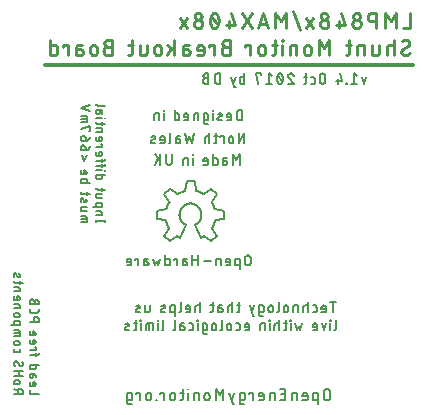
<source format=gbo>
G75*
%MOIN*%
%OFA0B0*%
%FSLAX25Y25*%
%IPPOS*%
%LPD*%
%AMOC8*
5,1,8,0,0,1.08239X$1,22.5*
%
%ADD10C,0.00700*%
%ADD11C,0.00600*%
%ADD12C,0.00900*%
%ADD13C,0.01200*%
%ADD14C,0.00500*%
D10*
X0088966Y0009134D02*
X0088966Y0012301D01*
X0090021Y0012301D01*
X0090068Y0012299D01*
X0090115Y0012294D01*
X0090162Y0012285D01*
X0090208Y0012273D01*
X0090252Y0012257D01*
X0090296Y0012238D01*
X0090338Y0012216D01*
X0090378Y0012191D01*
X0090416Y0012163D01*
X0090452Y0012132D01*
X0090485Y0012099D01*
X0090516Y0012063D01*
X0090544Y0012025D01*
X0090569Y0011985D01*
X0090591Y0011943D01*
X0090610Y0011899D01*
X0090626Y0011855D01*
X0090638Y0011809D01*
X0090647Y0011762D01*
X0090652Y0011715D01*
X0090654Y0011668D01*
X0090655Y0011668D02*
X0090655Y0010401D01*
X0090654Y0010401D02*
X0090652Y0010354D01*
X0090647Y0010307D01*
X0090638Y0010260D01*
X0090626Y0010214D01*
X0090610Y0010170D01*
X0090591Y0010126D01*
X0090569Y0010085D01*
X0090544Y0010044D01*
X0090516Y0010006D01*
X0090485Y0009970D01*
X0090452Y0009937D01*
X0090416Y0009906D01*
X0090378Y0009878D01*
X0090338Y0009853D01*
X0090296Y0009831D01*
X0090252Y0009812D01*
X0090208Y0009796D01*
X0090162Y0009784D01*
X0090115Y0009775D01*
X0090068Y0009770D01*
X0090021Y0009768D01*
X0088966Y0009768D01*
X0088966Y0009134D02*
X0088968Y0009087D01*
X0088973Y0009040D01*
X0088982Y0008993D01*
X0088994Y0008947D01*
X0089010Y0008903D01*
X0089029Y0008859D01*
X0089051Y0008818D01*
X0089076Y0008777D01*
X0089104Y0008739D01*
X0089135Y0008703D01*
X0089168Y0008670D01*
X0089204Y0008639D01*
X0089242Y0008611D01*
X0089283Y0008586D01*
X0089324Y0008564D01*
X0089368Y0008545D01*
X0089412Y0008529D01*
X0089458Y0008517D01*
X0089505Y0008508D01*
X0089552Y0008503D01*
X0089599Y0008501D01*
X0090443Y0008501D01*
X0093289Y0009768D02*
X0093289Y0012301D01*
X0092023Y0012301D01*
X0092023Y0011879D01*
X0095280Y0011456D02*
X0095280Y0010612D01*
X0095282Y0010556D01*
X0095288Y0010500D01*
X0095297Y0010444D01*
X0095310Y0010389D01*
X0095327Y0010335D01*
X0095347Y0010283D01*
X0095371Y0010231D01*
X0095398Y0010182D01*
X0095428Y0010134D01*
X0095462Y0010089D01*
X0095498Y0010046D01*
X0095537Y0010005D01*
X0095579Y0009967D01*
X0095623Y0009933D01*
X0095670Y0009901D01*
X0095718Y0009872D01*
X0095769Y0009846D01*
X0095821Y0009824D01*
X0095874Y0009806D01*
X0095928Y0009791D01*
X0095984Y0009780D01*
X0096040Y0009772D01*
X0096096Y0009768D01*
X0096152Y0009768D01*
X0096208Y0009772D01*
X0096264Y0009780D01*
X0096320Y0009791D01*
X0096374Y0009806D01*
X0096427Y0009824D01*
X0096479Y0009846D01*
X0096530Y0009872D01*
X0096578Y0009901D01*
X0096625Y0009933D01*
X0096669Y0009967D01*
X0096711Y0010005D01*
X0096750Y0010046D01*
X0096786Y0010089D01*
X0096820Y0010134D01*
X0096850Y0010182D01*
X0096877Y0010231D01*
X0096901Y0010283D01*
X0096921Y0010335D01*
X0096938Y0010389D01*
X0096951Y0010444D01*
X0096960Y0010500D01*
X0096966Y0010556D01*
X0096968Y0010612D01*
X0096969Y0010612D02*
X0096969Y0011456D01*
X0096968Y0011456D02*
X0096966Y0011512D01*
X0096960Y0011568D01*
X0096951Y0011624D01*
X0096938Y0011679D01*
X0096921Y0011733D01*
X0096901Y0011785D01*
X0096877Y0011837D01*
X0096850Y0011886D01*
X0096820Y0011934D01*
X0096786Y0011979D01*
X0096750Y0012022D01*
X0096711Y0012063D01*
X0096669Y0012101D01*
X0096625Y0012135D01*
X0096578Y0012167D01*
X0096530Y0012196D01*
X0096479Y0012222D01*
X0096427Y0012244D01*
X0096374Y0012262D01*
X0096320Y0012277D01*
X0096264Y0012288D01*
X0096208Y0012296D01*
X0096152Y0012300D01*
X0096096Y0012300D01*
X0096040Y0012296D01*
X0095984Y0012288D01*
X0095928Y0012277D01*
X0095874Y0012262D01*
X0095821Y0012244D01*
X0095769Y0012222D01*
X0095718Y0012196D01*
X0095670Y0012167D01*
X0095623Y0012135D01*
X0095579Y0012101D01*
X0095537Y0012063D01*
X0095498Y0012022D01*
X0095462Y0011979D01*
X0095428Y0011934D01*
X0095398Y0011886D01*
X0095371Y0011837D01*
X0095347Y0011785D01*
X0095327Y0011733D01*
X0095310Y0011679D01*
X0095297Y0011624D01*
X0095288Y0011568D01*
X0095282Y0011512D01*
X0095280Y0011456D01*
X0098584Y0009979D02*
X0098584Y0009768D01*
X0098795Y0009768D01*
X0098795Y0009979D01*
X0098584Y0009979D01*
X0099987Y0011879D02*
X0099987Y0012301D01*
X0101254Y0012301D01*
X0101254Y0009768D01*
X0103245Y0010612D02*
X0103245Y0011456D01*
X0103247Y0011512D01*
X0103253Y0011568D01*
X0103262Y0011624D01*
X0103275Y0011679D01*
X0103292Y0011733D01*
X0103312Y0011785D01*
X0103336Y0011837D01*
X0103363Y0011886D01*
X0103393Y0011934D01*
X0103427Y0011979D01*
X0103463Y0012022D01*
X0103502Y0012063D01*
X0103544Y0012101D01*
X0103588Y0012135D01*
X0103635Y0012167D01*
X0103683Y0012196D01*
X0103734Y0012222D01*
X0103786Y0012244D01*
X0103839Y0012262D01*
X0103893Y0012277D01*
X0103949Y0012288D01*
X0104005Y0012296D01*
X0104061Y0012300D01*
X0104117Y0012300D01*
X0104173Y0012296D01*
X0104229Y0012288D01*
X0104285Y0012277D01*
X0104339Y0012262D01*
X0104392Y0012244D01*
X0104444Y0012222D01*
X0104495Y0012196D01*
X0104543Y0012167D01*
X0104590Y0012135D01*
X0104634Y0012101D01*
X0104676Y0012063D01*
X0104715Y0012022D01*
X0104751Y0011979D01*
X0104785Y0011934D01*
X0104815Y0011886D01*
X0104842Y0011837D01*
X0104866Y0011785D01*
X0104886Y0011733D01*
X0104903Y0011679D01*
X0104916Y0011624D01*
X0104925Y0011568D01*
X0104931Y0011512D01*
X0104933Y0011456D01*
X0104934Y0011456D02*
X0104934Y0010612D01*
X0104933Y0010612D02*
X0104931Y0010556D01*
X0104925Y0010500D01*
X0104916Y0010444D01*
X0104903Y0010389D01*
X0104886Y0010335D01*
X0104866Y0010283D01*
X0104842Y0010231D01*
X0104815Y0010182D01*
X0104785Y0010134D01*
X0104751Y0010089D01*
X0104715Y0010046D01*
X0104676Y0010005D01*
X0104634Y0009967D01*
X0104590Y0009933D01*
X0104543Y0009901D01*
X0104495Y0009872D01*
X0104444Y0009846D01*
X0104392Y0009824D01*
X0104339Y0009806D01*
X0104285Y0009791D01*
X0104229Y0009780D01*
X0104173Y0009772D01*
X0104117Y0009768D01*
X0104061Y0009768D01*
X0104005Y0009772D01*
X0103949Y0009780D01*
X0103893Y0009791D01*
X0103839Y0009806D01*
X0103786Y0009824D01*
X0103734Y0009846D01*
X0103683Y0009872D01*
X0103635Y0009901D01*
X0103588Y0009933D01*
X0103544Y0009967D01*
X0103502Y0010005D01*
X0103463Y0010046D01*
X0103427Y0010089D01*
X0103393Y0010134D01*
X0103363Y0010182D01*
X0103336Y0010231D01*
X0103312Y0010283D01*
X0103292Y0010335D01*
X0103275Y0010389D01*
X0103262Y0010444D01*
X0103253Y0010500D01*
X0103247Y0010556D01*
X0103245Y0010612D01*
X0106609Y0009768D02*
X0106820Y0009768D01*
X0106870Y0009770D01*
X0106919Y0009776D01*
X0106968Y0009785D01*
X0107016Y0009799D01*
X0107062Y0009816D01*
X0107107Y0009837D01*
X0107151Y0009861D01*
X0107192Y0009889D01*
X0107231Y0009920D01*
X0107268Y0009953D01*
X0107301Y0009990D01*
X0107332Y0010029D01*
X0107360Y0010070D01*
X0107384Y0010114D01*
X0107405Y0010159D01*
X0107422Y0010205D01*
X0107436Y0010253D01*
X0107445Y0010302D01*
X0107451Y0010351D01*
X0107453Y0010401D01*
X0107454Y0010401D02*
X0107454Y0013568D01*
X0107876Y0012301D02*
X0106609Y0012301D01*
X0109219Y0012301D02*
X0109219Y0009768D01*
X0111075Y0009768D02*
X0111075Y0011668D01*
X0111077Y0011718D01*
X0111083Y0011767D01*
X0111092Y0011816D01*
X0111106Y0011864D01*
X0111123Y0011910D01*
X0111144Y0011955D01*
X0111168Y0011999D01*
X0111196Y0012040D01*
X0111227Y0012079D01*
X0111260Y0012116D01*
X0111297Y0012149D01*
X0111336Y0012180D01*
X0111377Y0012208D01*
X0111421Y0012232D01*
X0111466Y0012253D01*
X0111512Y0012270D01*
X0111560Y0012284D01*
X0111609Y0012293D01*
X0111658Y0012299D01*
X0111708Y0012301D01*
X0112764Y0012301D01*
X0112764Y0009768D01*
X0114720Y0010612D02*
X0114720Y0011456D01*
X0114722Y0011512D01*
X0114728Y0011568D01*
X0114737Y0011624D01*
X0114750Y0011679D01*
X0114767Y0011733D01*
X0114787Y0011785D01*
X0114811Y0011837D01*
X0114838Y0011886D01*
X0114868Y0011934D01*
X0114902Y0011979D01*
X0114938Y0012022D01*
X0114977Y0012063D01*
X0115019Y0012101D01*
X0115063Y0012135D01*
X0115110Y0012167D01*
X0115158Y0012196D01*
X0115209Y0012222D01*
X0115261Y0012244D01*
X0115314Y0012262D01*
X0115368Y0012277D01*
X0115424Y0012288D01*
X0115480Y0012296D01*
X0115536Y0012300D01*
X0115592Y0012300D01*
X0115648Y0012296D01*
X0115704Y0012288D01*
X0115760Y0012277D01*
X0115814Y0012262D01*
X0115867Y0012244D01*
X0115919Y0012222D01*
X0115970Y0012196D01*
X0116018Y0012167D01*
X0116065Y0012135D01*
X0116109Y0012101D01*
X0116151Y0012063D01*
X0116190Y0012022D01*
X0116226Y0011979D01*
X0116260Y0011934D01*
X0116290Y0011886D01*
X0116317Y0011837D01*
X0116341Y0011785D01*
X0116361Y0011733D01*
X0116378Y0011679D01*
X0116391Y0011624D01*
X0116400Y0011568D01*
X0116406Y0011512D01*
X0116408Y0011456D01*
X0116409Y0011456D02*
X0116409Y0010612D01*
X0116408Y0010612D02*
X0116406Y0010556D01*
X0116400Y0010500D01*
X0116391Y0010444D01*
X0116378Y0010389D01*
X0116361Y0010335D01*
X0116341Y0010283D01*
X0116317Y0010231D01*
X0116290Y0010182D01*
X0116260Y0010134D01*
X0116226Y0010089D01*
X0116190Y0010046D01*
X0116151Y0010005D01*
X0116109Y0009967D01*
X0116065Y0009933D01*
X0116018Y0009901D01*
X0115970Y0009872D01*
X0115919Y0009846D01*
X0115867Y0009824D01*
X0115814Y0009806D01*
X0115760Y0009791D01*
X0115704Y0009780D01*
X0115648Y0009772D01*
X0115592Y0009768D01*
X0115536Y0009768D01*
X0115480Y0009772D01*
X0115424Y0009780D01*
X0115368Y0009791D01*
X0115314Y0009806D01*
X0115261Y0009824D01*
X0115209Y0009846D01*
X0115158Y0009872D01*
X0115110Y0009901D01*
X0115063Y0009933D01*
X0115019Y0009967D01*
X0114977Y0010005D01*
X0114938Y0010046D01*
X0114902Y0010089D01*
X0114868Y0010134D01*
X0114838Y0010182D01*
X0114811Y0010231D01*
X0114787Y0010283D01*
X0114767Y0010335D01*
X0114750Y0010389D01*
X0114737Y0010444D01*
X0114728Y0010500D01*
X0114722Y0010556D01*
X0114720Y0010612D01*
X0118483Y0009768D02*
X0118483Y0013568D01*
X0119749Y0011456D01*
X0121016Y0013568D01*
X0121016Y0009768D01*
X0123799Y0009768D02*
X0124644Y0012301D01*
X0122955Y0012301D02*
X0124221Y0008501D01*
X0124644Y0008501D01*
X0126495Y0009134D02*
X0126495Y0012301D01*
X0127551Y0012301D01*
X0127598Y0012299D01*
X0127645Y0012294D01*
X0127692Y0012285D01*
X0127738Y0012273D01*
X0127782Y0012257D01*
X0127826Y0012238D01*
X0127868Y0012216D01*
X0127908Y0012191D01*
X0127946Y0012163D01*
X0127982Y0012132D01*
X0128015Y0012099D01*
X0128046Y0012063D01*
X0128074Y0012025D01*
X0128099Y0011985D01*
X0128121Y0011943D01*
X0128140Y0011899D01*
X0128156Y0011855D01*
X0128168Y0011809D01*
X0128177Y0011762D01*
X0128182Y0011715D01*
X0128184Y0011668D01*
X0128184Y0010401D01*
X0128182Y0010354D01*
X0128177Y0010307D01*
X0128168Y0010260D01*
X0128156Y0010214D01*
X0128140Y0010170D01*
X0128121Y0010126D01*
X0128099Y0010085D01*
X0128074Y0010044D01*
X0128046Y0010006D01*
X0128015Y0009970D01*
X0127982Y0009937D01*
X0127946Y0009906D01*
X0127908Y0009878D01*
X0127868Y0009853D01*
X0127826Y0009831D01*
X0127782Y0009812D01*
X0127738Y0009796D01*
X0127692Y0009784D01*
X0127645Y0009775D01*
X0127598Y0009770D01*
X0127551Y0009768D01*
X0126495Y0009768D01*
X0126496Y0009134D02*
X0126498Y0009087D01*
X0126503Y0009040D01*
X0126512Y0008993D01*
X0126524Y0008947D01*
X0126540Y0008903D01*
X0126559Y0008859D01*
X0126581Y0008818D01*
X0126606Y0008777D01*
X0126634Y0008739D01*
X0126665Y0008703D01*
X0126698Y0008670D01*
X0126734Y0008639D01*
X0126772Y0008611D01*
X0126813Y0008586D01*
X0126854Y0008564D01*
X0126898Y0008545D01*
X0126942Y0008529D01*
X0126988Y0008517D01*
X0127035Y0008508D01*
X0127082Y0008503D01*
X0127129Y0008501D01*
X0127973Y0008501D01*
X0130819Y0009768D02*
X0130819Y0012301D01*
X0129552Y0012301D01*
X0129552Y0011879D01*
X0132810Y0011456D02*
X0132810Y0011034D01*
X0134499Y0011034D01*
X0134499Y0011456D02*
X0134499Y0010401D01*
X0134498Y0010401D02*
X0134496Y0010354D01*
X0134491Y0010307D01*
X0134482Y0010260D01*
X0134470Y0010214D01*
X0134454Y0010170D01*
X0134435Y0010126D01*
X0134413Y0010085D01*
X0134388Y0010044D01*
X0134360Y0010006D01*
X0134329Y0009970D01*
X0134296Y0009937D01*
X0134260Y0009906D01*
X0134222Y0009878D01*
X0134182Y0009853D01*
X0134140Y0009831D01*
X0134096Y0009812D01*
X0134052Y0009796D01*
X0134006Y0009784D01*
X0133959Y0009775D01*
X0133912Y0009770D01*
X0133865Y0009768D01*
X0132810Y0009768D01*
X0132810Y0011456D02*
X0132812Y0011512D01*
X0132818Y0011568D01*
X0132827Y0011624D01*
X0132840Y0011679D01*
X0132857Y0011733D01*
X0132877Y0011785D01*
X0132901Y0011837D01*
X0132928Y0011886D01*
X0132958Y0011934D01*
X0132992Y0011979D01*
X0133028Y0012022D01*
X0133067Y0012063D01*
X0133109Y0012101D01*
X0133153Y0012135D01*
X0133200Y0012167D01*
X0133248Y0012196D01*
X0133299Y0012222D01*
X0133351Y0012244D01*
X0133404Y0012262D01*
X0133458Y0012277D01*
X0133514Y0012288D01*
X0133570Y0012296D01*
X0133626Y0012300D01*
X0133682Y0012300D01*
X0133738Y0012296D01*
X0133794Y0012288D01*
X0133850Y0012277D01*
X0133904Y0012262D01*
X0133957Y0012244D01*
X0134009Y0012222D01*
X0134060Y0012196D01*
X0134108Y0012167D01*
X0134155Y0012135D01*
X0134199Y0012101D01*
X0134241Y0012063D01*
X0134280Y0012022D01*
X0134316Y0011979D01*
X0134350Y0011934D01*
X0134380Y0011886D01*
X0134407Y0011837D01*
X0134431Y0011785D01*
X0134451Y0011733D01*
X0134468Y0011679D01*
X0134481Y0011624D01*
X0134490Y0011568D01*
X0134496Y0011512D01*
X0134498Y0011456D01*
X0136455Y0011668D02*
X0136455Y0009768D01*
X0138144Y0009768D02*
X0138144Y0012301D01*
X0137088Y0012301D01*
X0137038Y0012299D01*
X0136989Y0012293D01*
X0136940Y0012284D01*
X0136892Y0012270D01*
X0136846Y0012253D01*
X0136801Y0012232D01*
X0136757Y0012208D01*
X0136716Y0012180D01*
X0136677Y0012149D01*
X0136640Y0012116D01*
X0136607Y0012079D01*
X0136576Y0012040D01*
X0136548Y0011999D01*
X0136524Y0011955D01*
X0136503Y0011910D01*
X0136486Y0011864D01*
X0136472Y0011816D01*
X0136463Y0011767D01*
X0136457Y0011718D01*
X0136455Y0011668D01*
X0140316Y0011879D02*
X0141583Y0011879D01*
X0141583Y0013568D02*
X0141583Y0009768D01*
X0139894Y0009768D01*
X0143745Y0009768D02*
X0143745Y0011668D01*
X0143747Y0011718D01*
X0143753Y0011767D01*
X0143762Y0011816D01*
X0143776Y0011864D01*
X0143793Y0011910D01*
X0143814Y0011955D01*
X0143838Y0011999D01*
X0143866Y0012040D01*
X0143897Y0012079D01*
X0143930Y0012116D01*
X0143967Y0012149D01*
X0144006Y0012180D01*
X0144047Y0012208D01*
X0144091Y0012232D01*
X0144136Y0012253D01*
X0144182Y0012270D01*
X0144230Y0012284D01*
X0144279Y0012293D01*
X0144328Y0012299D01*
X0144378Y0012301D01*
X0145434Y0012301D01*
X0145434Y0009768D01*
X0147390Y0009768D02*
X0148445Y0009768D01*
X0148492Y0009770D01*
X0148539Y0009775D01*
X0148586Y0009784D01*
X0148632Y0009796D01*
X0148676Y0009812D01*
X0148720Y0009831D01*
X0148762Y0009853D01*
X0148802Y0009878D01*
X0148840Y0009906D01*
X0148876Y0009937D01*
X0148909Y0009970D01*
X0148940Y0010006D01*
X0148968Y0010044D01*
X0148993Y0010085D01*
X0149015Y0010126D01*
X0149034Y0010170D01*
X0149050Y0010214D01*
X0149062Y0010260D01*
X0149071Y0010307D01*
X0149076Y0010354D01*
X0149078Y0010401D01*
X0149079Y0010401D02*
X0149079Y0011456D01*
X0149079Y0011034D02*
X0147390Y0011034D01*
X0147390Y0011456D01*
X0147392Y0011512D01*
X0147398Y0011568D01*
X0147407Y0011624D01*
X0147420Y0011679D01*
X0147437Y0011733D01*
X0147457Y0011785D01*
X0147481Y0011837D01*
X0147508Y0011886D01*
X0147538Y0011934D01*
X0147572Y0011979D01*
X0147608Y0012022D01*
X0147647Y0012063D01*
X0147689Y0012101D01*
X0147733Y0012135D01*
X0147780Y0012167D01*
X0147828Y0012196D01*
X0147879Y0012222D01*
X0147931Y0012244D01*
X0147984Y0012262D01*
X0148038Y0012277D01*
X0148094Y0012288D01*
X0148150Y0012296D01*
X0148206Y0012300D01*
X0148262Y0012300D01*
X0148318Y0012296D01*
X0148374Y0012288D01*
X0148430Y0012277D01*
X0148484Y0012262D01*
X0148537Y0012244D01*
X0148589Y0012222D01*
X0148640Y0012196D01*
X0148688Y0012167D01*
X0148735Y0012135D01*
X0148779Y0012101D01*
X0148821Y0012063D01*
X0148860Y0012022D01*
X0148896Y0011979D01*
X0148930Y0011934D01*
X0148960Y0011886D01*
X0148987Y0011837D01*
X0149011Y0011785D01*
X0149031Y0011733D01*
X0149048Y0011679D01*
X0149061Y0011624D01*
X0149070Y0011568D01*
X0149076Y0011512D01*
X0149078Y0011456D01*
X0150869Y0011668D02*
X0150869Y0010401D01*
X0150871Y0010354D01*
X0150876Y0010307D01*
X0150885Y0010260D01*
X0150897Y0010214D01*
X0150913Y0010170D01*
X0150932Y0010126D01*
X0150954Y0010085D01*
X0150979Y0010044D01*
X0151007Y0010006D01*
X0151038Y0009970D01*
X0151071Y0009937D01*
X0151107Y0009906D01*
X0151145Y0009878D01*
X0151186Y0009853D01*
X0151227Y0009831D01*
X0151271Y0009812D01*
X0151315Y0009796D01*
X0151361Y0009784D01*
X0151408Y0009775D01*
X0151455Y0009770D01*
X0151502Y0009768D01*
X0152558Y0009768D01*
X0152558Y0008501D02*
X0152558Y0012301D01*
X0151502Y0012301D01*
X0151452Y0012299D01*
X0151403Y0012293D01*
X0151354Y0012284D01*
X0151306Y0012270D01*
X0151260Y0012253D01*
X0151215Y0012232D01*
X0151171Y0012208D01*
X0151130Y0012180D01*
X0151091Y0012149D01*
X0151054Y0012116D01*
X0151021Y0012079D01*
X0150990Y0012040D01*
X0150962Y0011999D01*
X0150938Y0011955D01*
X0150917Y0011910D01*
X0150900Y0011864D01*
X0150886Y0011816D01*
X0150877Y0011767D01*
X0150871Y0011718D01*
X0150869Y0011668D01*
X0154603Y0012512D02*
X0154603Y0010823D01*
X0154605Y0010759D01*
X0154611Y0010696D01*
X0154620Y0010633D01*
X0154634Y0010570D01*
X0154651Y0010509D01*
X0154672Y0010449D01*
X0154696Y0010390D01*
X0154724Y0010332D01*
X0154755Y0010277D01*
X0154790Y0010223D01*
X0154828Y0010172D01*
X0154869Y0010123D01*
X0154912Y0010076D01*
X0154959Y0010033D01*
X0155008Y0009992D01*
X0155059Y0009954D01*
X0155113Y0009919D01*
X0155168Y0009888D01*
X0155226Y0009860D01*
X0155285Y0009836D01*
X0155345Y0009815D01*
X0155406Y0009798D01*
X0155469Y0009784D01*
X0155532Y0009775D01*
X0155595Y0009769D01*
X0155659Y0009767D01*
X0155723Y0009769D01*
X0155786Y0009775D01*
X0155849Y0009784D01*
X0155912Y0009798D01*
X0155973Y0009815D01*
X0156033Y0009836D01*
X0156092Y0009860D01*
X0156150Y0009888D01*
X0156205Y0009919D01*
X0156259Y0009954D01*
X0156310Y0009992D01*
X0156359Y0010033D01*
X0156406Y0010076D01*
X0156449Y0010123D01*
X0156490Y0010172D01*
X0156528Y0010223D01*
X0156563Y0010277D01*
X0156594Y0010332D01*
X0156622Y0010390D01*
X0156646Y0010449D01*
X0156667Y0010509D01*
X0156684Y0010570D01*
X0156698Y0010633D01*
X0156707Y0010696D01*
X0156713Y0010759D01*
X0156715Y0010823D01*
X0156715Y0012512D01*
X0156713Y0012576D01*
X0156707Y0012639D01*
X0156698Y0012702D01*
X0156684Y0012765D01*
X0156667Y0012826D01*
X0156646Y0012886D01*
X0156622Y0012945D01*
X0156594Y0013003D01*
X0156563Y0013058D01*
X0156528Y0013112D01*
X0156490Y0013163D01*
X0156449Y0013212D01*
X0156406Y0013259D01*
X0156359Y0013302D01*
X0156310Y0013343D01*
X0156259Y0013381D01*
X0156205Y0013416D01*
X0156150Y0013447D01*
X0156092Y0013475D01*
X0156033Y0013499D01*
X0155973Y0013520D01*
X0155912Y0013537D01*
X0155849Y0013551D01*
X0155786Y0013560D01*
X0155723Y0013566D01*
X0155659Y0013568D01*
X0155595Y0013566D01*
X0155532Y0013560D01*
X0155469Y0013551D01*
X0155406Y0013537D01*
X0155345Y0013520D01*
X0155285Y0013499D01*
X0155226Y0013475D01*
X0155168Y0013447D01*
X0155113Y0013416D01*
X0155059Y0013381D01*
X0155008Y0013343D01*
X0154959Y0013302D01*
X0154912Y0013259D01*
X0154869Y0013212D01*
X0154828Y0013163D01*
X0154790Y0013112D01*
X0154755Y0013058D01*
X0154724Y0013003D01*
X0154696Y0012945D01*
X0154672Y0012886D01*
X0154651Y0012826D01*
X0154634Y0012765D01*
X0154620Y0012702D01*
X0154611Y0012639D01*
X0154605Y0012576D01*
X0154603Y0012512D01*
X0141583Y0013568D02*
X0139894Y0013568D01*
X0109325Y0013568D02*
X0109114Y0013568D01*
X0109114Y0013356D01*
X0109325Y0013356D01*
X0109325Y0013568D01*
D11*
X0114650Y0031993D02*
X0115406Y0031993D01*
X0114650Y0031993D02*
X0114603Y0031995D01*
X0114557Y0032001D01*
X0114511Y0032010D01*
X0114466Y0032024D01*
X0114422Y0032041D01*
X0114380Y0032061D01*
X0114340Y0032085D01*
X0114302Y0032113D01*
X0114266Y0032143D01*
X0114233Y0032176D01*
X0114203Y0032212D01*
X0114175Y0032250D01*
X0114151Y0032290D01*
X0114131Y0032332D01*
X0114114Y0032376D01*
X0114100Y0032421D01*
X0114091Y0032467D01*
X0114085Y0032513D01*
X0114083Y0032560D01*
X0114084Y0032560D02*
X0114084Y0035393D01*
X0115028Y0035393D01*
X0115028Y0035394D02*
X0115075Y0035392D01*
X0115121Y0035386D01*
X0115167Y0035377D01*
X0115212Y0035363D01*
X0115256Y0035346D01*
X0115298Y0035326D01*
X0115338Y0035302D01*
X0115376Y0035274D01*
X0115412Y0035244D01*
X0115445Y0035211D01*
X0115475Y0035175D01*
X0115503Y0035137D01*
X0115527Y0035097D01*
X0115547Y0035055D01*
X0115564Y0035011D01*
X0115578Y0034966D01*
X0115587Y0034920D01*
X0115593Y0034874D01*
X0115595Y0034827D01*
X0115595Y0033693D01*
X0115593Y0033646D01*
X0115587Y0033600D01*
X0115578Y0033554D01*
X0115564Y0033509D01*
X0115547Y0033465D01*
X0115527Y0033423D01*
X0115503Y0033383D01*
X0115475Y0033345D01*
X0115445Y0033309D01*
X0115412Y0033276D01*
X0115376Y0033246D01*
X0115338Y0033218D01*
X0115298Y0033194D01*
X0115256Y0033174D01*
X0115212Y0033157D01*
X0115167Y0033143D01*
X0115121Y0033134D01*
X0115075Y0033128D01*
X0115028Y0033126D01*
X0115028Y0033127D02*
X0114084Y0033127D01*
X0112413Y0033127D02*
X0112413Y0035393D01*
X0112318Y0036338D02*
X0112507Y0036338D01*
X0112507Y0036527D01*
X0112318Y0036527D01*
X0112318Y0036338D01*
X0110882Y0034827D02*
X0110882Y0033693D01*
X0110880Y0033646D01*
X0110874Y0033600D01*
X0110865Y0033554D01*
X0110851Y0033509D01*
X0110834Y0033465D01*
X0110814Y0033423D01*
X0110790Y0033383D01*
X0110762Y0033345D01*
X0110732Y0033309D01*
X0110699Y0033276D01*
X0110663Y0033246D01*
X0110625Y0033218D01*
X0110585Y0033194D01*
X0110543Y0033174D01*
X0110499Y0033157D01*
X0110454Y0033143D01*
X0110408Y0033134D01*
X0110362Y0033128D01*
X0110315Y0033126D01*
X0110315Y0033127D02*
X0109560Y0033127D01*
X0110882Y0034827D02*
X0110880Y0034874D01*
X0110874Y0034920D01*
X0110865Y0034966D01*
X0110851Y0035011D01*
X0110834Y0035055D01*
X0110814Y0035097D01*
X0110790Y0035137D01*
X0110762Y0035175D01*
X0110732Y0035211D01*
X0110699Y0035244D01*
X0110663Y0035274D01*
X0110625Y0035302D01*
X0110585Y0035326D01*
X0110543Y0035346D01*
X0110499Y0035363D01*
X0110454Y0035377D01*
X0110408Y0035386D01*
X0110362Y0035392D01*
X0110315Y0035394D01*
X0110315Y0035393D02*
X0109560Y0035393D01*
X0107966Y0035393D02*
X0107210Y0035393D01*
X0107210Y0035394D02*
X0107163Y0035392D01*
X0107117Y0035386D01*
X0107071Y0035377D01*
X0107026Y0035363D01*
X0106982Y0035346D01*
X0106940Y0035326D01*
X0106900Y0035302D01*
X0106862Y0035274D01*
X0106826Y0035244D01*
X0106793Y0035211D01*
X0106763Y0035175D01*
X0106735Y0035137D01*
X0106711Y0035097D01*
X0106691Y0035055D01*
X0106674Y0035011D01*
X0106660Y0034966D01*
X0106651Y0034920D01*
X0106645Y0034874D01*
X0106643Y0034827D01*
X0106644Y0034827D02*
X0106644Y0033127D01*
X0107494Y0033127D01*
X0107545Y0033129D01*
X0107595Y0033135D01*
X0107645Y0033144D01*
X0107693Y0033158D01*
X0107741Y0033175D01*
X0107787Y0033196D01*
X0107832Y0033220D01*
X0107874Y0033247D01*
X0107915Y0033278D01*
X0107952Y0033312D01*
X0107987Y0033348D01*
X0108020Y0033387D01*
X0108049Y0033429D01*
X0108075Y0033472D01*
X0108097Y0033518D01*
X0108116Y0033565D01*
X0108131Y0033613D01*
X0108143Y0033662D01*
X0108151Y0033712D01*
X0108155Y0033763D01*
X0108155Y0033813D01*
X0108151Y0033864D01*
X0108143Y0033914D01*
X0108131Y0033963D01*
X0108116Y0034011D01*
X0108097Y0034058D01*
X0108075Y0034104D01*
X0108049Y0034147D01*
X0108020Y0034189D01*
X0107987Y0034228D01*
X0107952Y0034264D01*
X0107915Y0034298D01*
X0107874Y0034329D01*
X0107832Y0034356D01*
X0107787Y0034380D01*
X0107741Y0034401D01*
X0107693Y0034418D01*
X0107645Y0034432D01*
X0107595Y0034441D01*
X0107545Y0034447D01*
X0107494Y0034449D01*
X0106644Y0034449D01*
X0104873Y0033693D02*
X0104873Y0036527D01*
X0104777Y0037993D02*
X0104777Y0041393D01*
X0103833Y0041393D01*
X0103833Y0041394D02*
X0103786Y0041392D01*
X0103740Y0041386D01*
X0103694Y0041377D01*
X0103649Y0041363D01*
X0103605Y0041346D01*
X0103563Y0041326D01*
X0103523Y0041302D01*
X0103485Y0041274D01*
X0103449Y0041244D01*
X0103416Y0041211D01*
X0103386Y0041175D01*
X0103358Y0041137D01*
X0103334Y0041097D01*
X0103314Y0041055D01*
X0103297Y0041011D01*
X0103283Y0040966D01*
X0103274Y0040920D01*
X0103268Y0040874D01*
X0103266Y0040827D01*
X0103266Y0039693D01*
X0103268Y0039646D01*
X0103274Y0039600D01*
X0103283Y0039554D01*
X0103297Y0039509D01*
X0103314Y0039465D01*
X0103334Y0039423D01*
X0103358Y0039383D01*
X0103386Y0039345D01*
X0103416Y0039309D01*
X0103449Y0039276D01*
X0103485Y0039246D01*
X0103523Y0039218D01*
X0103563Y0039194D01*
X0103605Y0039174D01*
X0103649Y0039157D01*
X0103694Y0039143D01*
X0103740Y0039134D01*
X0103786Y0039128D01*
X0103833Y0039126D01*
X0103833Y0039127D02*
X0104777Y0039127D01*
X0106262Y0039126D02*
X0106309Y0039128D01*
X0106355Y0039134D01*
X0106401Y0039143D01*
X0106446Y0039157D01*
X0106490Y0039174D01*
X0106532Y0039194D01*
X0106572Y0039218D01*
X0106610Y0039246D01*
X0106646Y0039276D01*
X0106679Y0039309D01*
X0106709Y0039345D01*
X0106737Y0039383D01*
X0106761Y0039423D01*
X0106781Y0039465D01*
X0106798Y0039509D01*
X0106812Y0039554D01*
X0106821Y0039600D01*
X0106827Y0039646D01*
X0106829Y0039693D01*
X0106829Y0042527D01*
X0108453Y0040638D02*
X0108453Y0040260D01*
X0109964Y0040260D01*
X0109964Y0040638D02*
X0109964Y0039693D01*
X0109962Y0039646D01*
X0109956Y0039600D01*
X0109947Y0039554D01*
X0109933Y0039509D01*
X0109916Y0039465D01*
X0109896Y0039423D01*
X0109872Y0039383D01*
X0109844Y0039345D01*
X0109814Y0039309D01*
X0109781Y0039276D01*
X0109745Y0039246D01*
X0109707Y0039218D01*
X0109667Y0039194D01*
X0109625Y0039174D01*
X0109581Y0039157D01*
X0109536Y0039143D01*
X0109490Y0039134D01*
X0109444Y0039128D01*
X0109397Y0039126D01*
X0109397Y0039127D02*
X0108453Y0039127D01*
X0108452Y0040638D02*
X0108454Y0040692D01*
X0108460Y0040746D01*
X0108469Y0040799D01*
X0108483Y0040851D01*
X0108500Y0040902D01*
X0108520Y0040952D01*
X0108544Y0041000D01*
X0108572Y0041047D01*
X0108603Y0041091D01*
X0108637Y0041133D01*
X0108673Y0041173D01*
X0108713Y0041209D01*
X0108755Y0041243D01*
X0108799Y0041274D01*
X0108846Y0041302D01*
X0108894Y0041326D01*
X0108944Y0041346D01*
X0108995Y0041363D01*
X0109047Y0041377D01*
X0109100Y0041386D01*
X0109154Y0041392D01*
X0109208Y0041394D01*
X0109262Y0041392D01*
X0109316Y0041386D01*
X0109369Y0041377D01*
X0109421Y0041363D01*
X0109472Y0041346D01*
X0109522Y0041326D01*
X0109570Y0041302D01*
X0109617Y0041274D01*
X0109661Y0041243D01*
X0109703Y0041209D01*
X0109743Y0041173D01*
X0109779Y0041133D01*
X0109813Y0041091D01*
X0109844Y0041047D01*
X0109872Y0041000D01*
X0109896Y0040952D01*
X0109916Y0040902D01*
X0109933Y0040851D01*
X0109947Y0040799D01*
X0109956Y0040746D01*
X0109962Y0040692D01*
X0109964Y0040638D01*
X0111693Y0040827D02*
X0111693Y0039127D01*
X0113204Y0039127D02*
X0113204Y0042527D01*
X0113204Y0041393D02*
X0112260Y0041393D01*
X0112260Y0041394D02*
X0112213Y0041392D01*
X0112167Y0041386D01*
X0112121Y0041377D01*
X0112076Y0041363D01*
X0112032Y0041346D01*
X0111990Y0041326D01*
X0111950Y0041302D01*
X0111912Y0041274D01*
X0111876Y0041244D01*
X0111843Y0041211D01*
X0111813Y0041175D01*
X0111785Y0041137D01*
X0111761Y0041097D01*
X0111741Y0041055D01*
X0111724Y0041011D01*
X0111710Y0040966D01*
X0111701Y0040920D01*
X0111695Y0040874D01*
X0111693Y0040827D01*
X0116724Y0041393D02*
X0117857Y0041393D01*
X0117479Y0042527D02*
X0117479Y0039693D01*
X0117477Y0039646D01*
X0117471Y0039600D01*
X0117462Y0039554D01*
X0117448Y0039509D01*
X0117431Y0039465D01*
X0117411Y0039423D01*
X0117387Y0039383D01*
X0117359Y0039345D01*
X0117329Y0039309D01*
X0117296Y0039276D01*
X0117260Y0039246D01*
X0117222Y0039218D01*
X0117182Y0039194D01*
X0117140Y0039174D01*
X0117096Y0039157D01*
X0117051Y0039143D01*
X0117005Y0039134D01*
X0116959Y0039128D01*
X0116912Y0039126D01*
X0116912Y0039127D02*
X0116724Y0039127D01*
X0119279Y0039127D02*
X0119279Y0040827D01*
X0119279Y0040449D02*
X0120129Y0040449D01*
X0119279Y0040827D02*
X0119281Y0040874D01*
X0119287Y0040920D01*
X0119296Y0040966D01*
X0119310Y0041011D01*
X0119327Y0041055D01*
X0119347Y0041097D01*
X0119371Y0041137D01*
X0119399Y0041175D01*
X0119429Y0041211D01*
X0119462Y0041244D01*
X0119498Y0041274D01*
X0119536Y0041302D01*
X0119576Y0041326D01*
X0119618Y0041346D01*
X0119662Y0041363D01*
X0119707Y0041377D01*
X0119753Y0041386D01*
X0119799Y0041392D01*
X0119846Y0041394D01*
X0119846Y0041393D02*
X0120602Y0041393D01*
X0120129Y0040449D02*
X0120180Y0040447D01*
X0120230Y0040441D01*
X0120280Y0040432D01*
X0120328Y0040418D01*
X0120376Y0040401D01*
X0120422Y0040380D01*
X0120467Y0040356D01*
X0120509Y0040329D01*
X0120550Y0040298D01*
X0120587Y0040264D01*
X0120622Y0040228D01*
X0120655Y0040189D01*
X0120684Y0040147D01*
X0120710Y0040104D01*
X0120732Y0040058D01*
X0120751Y0040011D01*
X0120766Y0039963D01*
X0120778Y0039914D01*
X0120786Y0039864D01*
X0120790Y0039813D01*
X0120790Y0039763D01*
X0120786Y0039712D01*
X0120778Y0039662D01*
X0120766Y0039613D01*
X0120751Y0039565D01*
X0120732Y0039518D01*
X0120710Y0039472D01*
X0120684Y0039429D01*
X0120655Y0039387D01*
X0120622Y0039348D01*
X0120587Y0039312D01*
X0120550Y0039278D01*
X0120509Y0039247D01*
X0120467Y0039220D01*
X0120422Y0039196D01*
X0120376Y0039175D01*
X0120328Y0039158D01*
X0120280Y0039144D01*
X0120230Y0039135D01*
X0120180Y0039129D01*
X0120129Y0039127D01*
X0119279Y0039127D01*
X0120593Y0036527D02*
X0120593Y0033693D01*
X0120591Y0033646D01*
X0120585Y0033600D01*
X0120576Y0033554D01*
X0120562Y0033509D01*
X0120545Y0033465D01*
X0120525Y0033423D01*
X0120501Y0033383D01*
X0120473Y0033345D01*
X0120443Y0033309D01*
X0120410Y0033276D01*
X0120374Y0033246D01*
X0120336Y0033218D01*
X0120296Y0033194D01*
X0120254Y0033174D01*
X0120210Y0033157D01*
X0120165Y0033143D01*
X0120119Y0033134D01*
X0120073Y0033128D01*
X0120026Y0033126D01*
X0118688Y0033882D02*
X0118688Y0034638D01*
X0118686Y0034692D01*
X0118680Y0034746D01*
X0118671Y0034799D01*
X0118657Y0034851D01*
X0118640Y0034902D01*
X0118620Y0034952D01*
X0118596Y0035000D01*
X0118568Y0035047D01*
X0118537Y0035091D01*
X0118503Y0035133D01*
X0118467Y0035173D01*
X0118427Y0035209D01*
X0118385Y0035243D01*
X0118341Y0035274D01*
X0118294Y0035302D01*
X0118246Y0035326D01*
X0118196Y0035346D01*
X0118145Y0035363D01*
X0118093Y0035377D01*
X0118040Y0035386D01*
X0117986Y0035392D01*
X0117932Y0035394D01*
X0117878Y0035392D01*
X0117824Y0035386D01*
X0117771Y0035377D01*
X0117719Y0035363D01*
X0117668Y0035346D01*
X0117618Y0035326D01*
X0117570Y0035302D01*
X0117523Y0035274D01*
X0117479Y0035243D01*
X0117437Y0035209D01*
X0117397Y0035173D01*
X0117361Y0035133D01*
X0117327Y0035091D01*
X0117296Y0035047D01*
X0117268Y0035000D01*
X0117244Y0034952D01*
X0117224Y0034902D01*
X0117207Y0034851D01*
X0117193Y0034799D01*
X0117184Y0034746D01*
X0117178Y0034692D01*
X0117176Y0034638D01*
X0117177Y0034638D02*
X0117177Y0033882D01*
X0117176Y0033882D02*
X0117178Y0033828D01*
X0117184Y0033774D01*
X0117193Y0033721D01*
X0117207Y0033669D01*
X0117224Y0033618D01*
X0117244Y0033568D01*
X0117268Y0033520D01*
X0117296Y0033473D01*
X0117327Y0033429D01*
X0117361Y0033387D01*
X0117397Y0033347D01*
X0117437Y0033311D01*
X0117479Y0033277D01*
X0117523Y0033246D01*
X0117570Y0033218D01*
X0117618Y0033194D01*
X0117668Y0033174D01*
X0117719Y0033157D01*
X0117771Y0033143D01*
X0117824Y0033134D01*
X0117878Y0033128D01*
X0117932Y0033126D01*
X0117986Y0033128D01*
X0118040Y0033134D01*
X0118093Y0033143D01*
X0118145Y0033157D01*
X0118196Y0033174D01*
X0118246Y0033194D01*
X0118294Y0033218D01*
X0118341Y0033246D01*
X0118385Y0033277D01*
X0118427Y0033311D01*
X0118467Y0033347D01*
X0118503Y0033387D01*
X0118537Y0033429D01*
X0118568Y0033473D01*
X0118596Y0033520D01*
X0118620Y0033568D01*
X0118640Y0033618D01*
X0118657Y0033669D01*
X0118671Y0033721D01*
X0118680Y0033774D01*
X0118686Y0033828D01*
X0118688Y0033882D01*
X0122217Y0033882D02*
X0122217Y0034638D01*
X0122216Y0034638D02*
X0122218Y0034692D01*
X0122224Y0034746D01*
X0122233Y0034799D01*
X0122247Y0034851D01*
X0122264Y0034902D01*
X0122284Y0034952D01*
X0122308Y0035000D01*
X0122336Y0035047D01*
X0122367Y0035091D01*
X0122401Y0035133D01*
X0122437Y0035173D01*
X0122477Y0035209D01*
X0122519Y0035243D01*
X0122563Y0035274D01*
X0122610Y0035302D01*
X0122658Y0035326D01*
X0122708Y0035346D01*
X0122759Y0035363D01*
X0122811Y0035377D01*
X0122864Y0035386D01*
X0122918Y0035392D01*
X0122972Y0035394D01*
X0123026Y0035392D01*
X0123080Y0035386D01*
X0123133Y0035377D01*
X0123185Y0035363D01*
X0123236Y0035346D01*
X0123286Y0035326D01*
X0123334Y0035302D01*
X0123381Y0035274D01*
X0123425Y0035243D01*
X0123467Y0035209D01*
X0123507Y0035173D01*
X0123543Y0035133D01*
X0123577Y0035091D01*
X0123608Y0035047D01*
X0123636Y0035000D01*
X0123660Y0034952D01*
X0123680Y0034902D01*
X0123697Y0034851D01*
X0123711Y0034799D01*
X0123720Y0034746D01*
X0123726Y0034692D01*
X0123728Y0034638D01*
X0123728Y0033882D01*
X0123726Y0033828D01*
X0123720Y0033774D01*
X0123711Y0033721D01*
X0123697Y0033669D01*
X0123680Y0033618D01*
X0123660Y0033568D01*
X0123636Y0033520D01*
X0123608Y0033473D01*
X0123577Y0033429D01*
X0123543Y0033387D01*
X0123507Y0033347D01*
X0123467Y0033311D01*
X0123425Y0033277D01*
X0123381Y0033246D01*
X0123334Y0033218D01*
X0123286Y0033194D01*
X0123236Y0033174D01*
X0123185Y0033157D01*
X0123133Y0033143D01*
X0123080Y0033134D01*
X0123026Y0033128D01*
X0122972Y0033126D01*
X0122918Y0033128D01*
X0122864Y0033134D01*
X0122811Y0033143D01*
X0122759Y0033157D01*
X0122708Y0033174D01*
X0122658Y0033194D01*
X0122610Y0033218D01*
X0122563Y0033246D01*
X0122519Y0033277D01*
X0122477Y0033311D01*
X0122437Y0033347D01*
X0122401Y0033387D01*
X0122367Y0033429D01*
X0122336Y0033473D01*
X0122308Y0033520D01*
X0122284Y0033568D01*
X0122264Y0033618D01*
X0122247Y0033669D01*
X0122233Y0033721D01*
X0122224Y0033774D01*
X0122218Y0033828D01*
X0122216Y0033882D01*
X0125160Y0033127D02*
X0125915Y0033127D01*
X0125915Y0033126D02*
X0125962Y0033128D01*
X0126008Y0033134D01*
X0126054Y0033143D01*
X0126099Y0033157D01*
X0126143Y0033174D01*
X0126185Y0033194D01*
X0126225Y0033218D01*
X0126263Y0033246D01*
X0126299Y0033276D01*
X0126332Y0033309D01*
X0126362Y0033345D01*
X0126390Y0033383D01*
X0126414Y0033423D01*
X0126434Y0033465D01*
X0126451Y0033509D01*
X0126465Y0033554D01*
X0126474Y0033600D01*
X0126480Y0033646D01*
X0126482Y0033693D01*
X0126482Y0034827D01*
X0126480Y0034874D01*
X0126474Y0034920D01*
X0126465Y0034966D01*
X0126451Y0035011D01*
X0126434Y0035055D01*
X0126414Y0035097D01*
X0126390Y0035137D01*
X0126362Y0035175D01*
X0126332Y0035211D01*
X0126299Y0035244D01*
X0126263Y0035274D01*
X0126225Y0035302D01*
X0126185Y0035326D01*
X0126143Y0035346D01*
X0126099Y0035363D01*
X0126054Y0035377D01*
X0126008Y0035386D01*
X0125962Y0035392D01*
X0125915Y0035394D01*
X0125915Y0035393D02*
X0125160Y0035393D01*
X0128097Y0034638D02*
X0128097Y0034260D01*
X0129608Y0034260D01*
X0129608Y0034638D02*
X0129608Y0033693D01*
X0129606Y0033646D01*
X0129600Y0033600D01*
X0129591Y0033554D01*
X0129577Y0033509D01*
X0129560Y0033465D01*
X0129540Y0033423D01*
X0129516Y0033383D01*
X0129488Y0033345D01*
X0129458Y0033309D01*
X0129425Y0033276D01*
X0129389Y0033246D01*
X0129351Y0033218D01*
X0129311Y0033194D01*
X0129269Y0033174D01*
X0129225Y0033157D01*
X0129180Y0033143D01*
X0129134Y0033134D01*
X0129088Y0033128D01*
X0129041Y0033126D01*
X0129041Y0033127D02*
X0128097Y0033127D01*
X0128096Y0034638D02*
X0128098Y0034692D01*
X0128104Y0034746D01*
X0128113Y0034799D01*
X0128127Y0034851D01*
X0128144Y0034902D01*
X0128164Y0034952D01*
X0128188Y0035000D01*
X0128216Y0035047D01*
X0128247Y0035091D01*
X0128281Y0035133D01*
X0128317Y0035173D01*
X0128357Y0035209D01*
X0128399Y0035243D01*
X0128443Y0035274D01*
X0128490Y0035302D01*
X0128538Y0035326D01*
X0128588Y0035346D01*
X0128639Y0035363D01*
X0128691Y0035377D01*
X0128744Y0035386D01*
X0128798Y0035392D01*
X0128852Y0035394D01*
X0128906Y0035392D01*
X0128960Y0035386D01*
X0129013Y0035377D01*
X0129065Y0035363D01*
X0129116Y0035346D01*
X0129166Y0035326D01*
X0129214Y0035302D01*
X0129261Y0035274D01*
X0129305Y0035243D01*
X0129347Y0035209D01*
X0129387Y0035173D01*
X0129423Y0035133D01*
X0129457Y0035091D01*
X0129488Y0035047D01*
X0129516Y0035000D01*
X0129540Y0034952D01*
X0129560Y0034902D01*
X0129577Y0034851D01*
X0129591Y0034799D01*
X0129600Y0034746D01*
X0129606Y0034692D01*
X0129608Y0034638D01*
X0130946Y0037993D02*
X0129813Y0041393D01*
X0131324Y0041393D02*
X0130568Y0039127D01*
X0130946Y0037993D02*
X0131324Y0037993D01*
X0132959Y0038560D02*
X0132959Y0041393D01*
X0133904Y0041393D01*
X0133904Y0041394D02*
X0133951Y0041392D01*
X0133997Y0041386D01*
X0134043Y0041377D01*
X0134088Y0041363D01*
X0134132Y0041346D01*
X0134174Y0041326D01*
X0134214Y0041302D01*
X0134252Y0041274D01*
X0134288Y0041244D01*
X0134321Y0041211D01*
X0134351Y0041175D01*
X0134379Y0041137D01*
X0134403Y0041097D01*
X0134423Y0041055D01*
X0134440Y0041011D01*
X0134454Y0040966D01*
X0134463Y0040920D01*
X0134469Y0040874D01*
X0134471Y0040827D01*
X0134470Y0040827D02*
X0134470Y0039693D01*
X0134471Y0039693D02*
X0134469Y0039646D01*
X0134463Y0039600D01*
X0134454Y0039554D01*
X0134440Y0039509D01*
X0134423Y0039465D01*
X0134403Y0039423D01*
X0134379Y0039383D01*
X0134351Y0039345D01*
X0134321Y0039309D01*
X0134288Y0039276D01*
X0134252Y0039246D01*
X0134214Y0039218D01*
X0134174Y0039194D01*
X0134132Y0039174D01*
X0134088Y0039157D01*
X0134043Y0039143D01*
X0133997Y0039134D01*
X0133951Y0039128D01*
X0133904Y0039126D01*
X0133904Y0039127D02*
X0132959Y0039127D01*
X0132959Y0038560D02*
X0132961Y0038513D01*
X0132967Y0038467D01*
X0132976Y0038421D01*
X0132990Y0038376D01*
X0133007Y0038332D01*
X0133027Y0038290D01*
X0133051Y0038250D01*
X0133079Y0038212D01*
X0133109Y0038176D01*
X0133142Y0038143D01*
X0133178Y0038113D01*
X0133216Y0038085D01*
X0133256Y0038061D01*
X0133298Y0038041D01*
X0133342Y0038024D01*
X0133387Y0038010D01*
X0133433Y0038001D01*
X0133479Y0037995D01*
X0133526Y0037993D01*
X0134282Y0037993D01*
X0136318Y0036527D02*
X0136318Y0036338D01*
X0136507Y0036338D01*
X0136507Y0036527D01*
X0136318Y0036527D01*
X0136412Y0035393D02*
X0136412Y0033127D01*
X0134768Y0033127D02*
X0134768Y0035393D01*
X0133824Y0035393D01*
X0133824Y0035394D02*
X0133777Y0035392D01*
X0133731Y0035386D01*
X0133685Y0035377D01*
X0133640Y0035363D01*
X0133596Y0035346D01*
X0133554Y0035326D01*
X0133514Y0035302D01*
X0133476Y0035274D01*
X0133440Y0035244D01*
X0133407Y0035211D01*
X0133377Y0035175D01*
X0133349Y0035137D01*
X0133325Y0035097D01*
X0133305Y0035055D01*
X0133288Y0035011D01*
X0133274Y0034966D01*
X0133265Y0034920D01*
X0133259Y0034874D01*
X0133257Y0034827D01*
X0133257Y0033127D01*
X0138057Y0033127D02*
X0138057Y0034827D01*
X0138056Y0034827D02*
X0138058Y0034874D01*
X0138064Y0034920D01*
X0138073Y0034966D01*
X0138087Y0035011D01*
X0138104Y0035055D01*
X0138124Y0035097D01*
X0138148Y0035137D01*
X0138176Y0035175D01*
X0138206Y0035211D01*
X0138239Y0035244D01*
X0138275Y0035274D01*
X0138313Y0035302D01*
X0138353Y0035326D01*
X0138395Y0035346D01*
X0138439Y0035363D01*
X0138484Y0035377D01*
X0138530Y0035386D01*
X0138576Y0035392D01*
X0138623Y0035394D01*
X0138623Y0035393D02*
X0139568Y0035393D01*
X0139568Y0036527D02*
X0139568Y0033127D01*
X0141168Y0033127D02*
X0141356Y0033127D01*
X0141356Y0033126D02*
X0141403Y0033128D01*
X0141449Y0033134D01*
X0141495Y0033143D01*
X0141540Y0033157D01*
X0141584Y0033174D01*
X0141626Y0033194D01*
X0141666Y0033218D01*
X0141704Y0033246D01*
X0141740Y0033276D01*
X0141773Y0033309D01*
X0141803Y0033345D01*
X0141831Y0033383D01*
X0141855Y0033423D01*
X0141875Y0033465D01*
X0141892Y0033509D01*
X0141906Y0033554D01*
X0141915Y0033600D01*
X0141921Y0033646D01*
X0141923Y0033693D01*
X0141923Y0036527D01*
X0142301Y0035393D02*
X0141168Y0035393D01*
X0143492Y0035393D02*
X0143492Y0033127D01*
X0145566Y0033127D02*
X0144999Y0035393D01*
X0146132Y0034638D02*
X0145566Y0033127D01*
X0146699Y0033127D02*
X0146132Y0034638D01*
X0147266Y0035393D02*
X0146699Y0033127D01*
X0150777Y0033127D02*
X0151721Y0033127D01*
X0151721Y0033126D02*
X0151768Y0033128D01*
X0151814Y0033134D01*
X0151860Y0033143D01*
X0151905Y0033157D01*
X0151949Y0033174D01*
X0151991Y0033194D01*
X0152031Y0033218D01*
X0152069Y0033246D01*
X0152105Y0033276D01*
X0152138Y0033309D01*
X0152168Y0033345D01*
X0152196Y0033383D01*
X0152220Y0033423D01*
X0152240Y0033465D01*
X0152257Y0033509D01*
X0152271Y0033554D01*
X0152280Y0033600D01*
X0152286Y0033646D01*
X0152288Y0033693D01*
X0152288Y0034638D01*
X0152288Y0034260D02*
X0150777Y0034260D01*
X0150777Y0034638D01*
X0150776Y0034638D02*
X0150778Y0034692D01*
X0150784Y0034746D01*
X0150793Y0034799D01*
X0150807Y0034851D01*
X0150824Y0034902D01*
X0150844Y0034952D01*
X0150868Y0035000D01*
X0150896Y0035047D01*
X0150927Y0035091D01*
X0150961Y0035133D01*
X0150997Y0035173D01*
X0151037Y0035209D01*
X0151079Y0035243D01*
X0151123Y0035274D01*
X0151170Y0035302D01*
X0151218Y0035326D01*
X0151268Y0035346D01*
X0151319Y0035363D01*
X0151371Y0035377D01*
X0151424Y0035386D01*
X0151478Y0035392D01*
X0151532Y0035394D01*
X0151586Y0035392D01*
X0151640Y0035386D01*
X0151693Y0035377D01*
X0151745Y0035363D01*
X0151796Y0035346D01*
X0151846Y0035326D01*
X0151894Y0035302D01*
X0151941Y0035274D01*
X0151985Y0035243D01*
X0152027Y0035209D01*
X0152067Y0035173D01*
X0152103Y0035133D01*
X0152137Y0035091D01*
X0152168Y0035047D01*
X0152196Y0035000D01*
X0152220Y0034952D01*
X0152240Y0034902D01*
X0152257Y0034851D01*
X0152271Y0034799D01*
X0152280Y0034746D01*
X0152286Y0034692D01*
X0152288Y0034638D01*
X0153777Y0035393D02*
X0154532Y0033127D01*
X0155288Y0035393D01*
X0156692Y0035393D02*
X0156692Y0033127D01*
X0157946Y0033126D02*
X0157993Y0033128D01*
X0158039Y0033134D01*
X0158085Y0033143D01*
X0158130Y0033157D01*
X0158174Y0033174D01*
X0158216Y0033194D01*
X0158256Y0033218D01*
X0158294Y0033246D01*
X0158330Y0033276D01*
X0158363Y0033309D01*
X0158393Y0033345D01*
X0158421Y0033383D01*
X0158445Y0033423D01*
X0158465Y0033465D01*
X0158482Y0033509D01*
X0158496Y0033554D01*
X0158505Y0033600D01*
X0158511Y0033646D01*
X0158513Y0033693D01*
X0158513Y0036527D01*
X0156787Y0036527D02*
X0156598Y0036527D01*
X0156598Y0036338D01*
X0156787Y0036338D01*
X0156787Y0036527D01*
X0157568Y0039127D02*
X0157568Y0042527D01*
X0156624Y0042527D02*
X0158513Y0042527D01*
X0155204Y0040638D02*
X0155204Y0039693D01*
X0155202Y0039646D01*
X0155196Y0039600D01*
X0155187Y0039554D01*
X0155173Y0039509D01*
X0155156Y0039465D01*
X0155136Y0039423D01*
X0155112Y0039383D01*
X0155084Y0039345D01*
X0155054Y0039309D01*
X0155021Y0039276D01*
X0154985Y0039246D01*
X0154947Y0039218D01*
X0154907Y0039194D01*
X0154865Y0039174D01*
X0154821Y0039157D01*
X0154776Y0039143D01*
X0154730Y0039134D01*
X0154684Y0039128D01*
X0154637Y0039126D01*
X0154637Y0039127D02*
X0153693Y0039127D01*
X0153693Y0040260D02*
X0155204Y0040260D01*
X0155204Y0040638D02*
X0155202Y0040692D01*
X0155196Y0040746D01*
X0155187Y0040799D01*
X0155173Y0040851D01*
X0155156Y0040902D01*
X0155136Y0040952D01*
X0155112Y0041000D01*
X0155084Y0041047D01*
X0155053Y0041091D01*
X0155019Y0041133D01*
X0154983Y0041173D01*
X0154943Y0041209D01*
X0154901Y0041243D01*
X0154857Y0041274D01*
X0154810Y0041302D01*
X0154762Y0041326D01*
X0154712Y0041346D01*
X0154661Y0041363D01*
X0154609Y0041377D01*
X0154556Y0041386D01*
X0154502Y0041392D01*
X0154448Y0041394D01*
X0154394Y0041392D01*
X0154340Y0041386D01*
X0154287Y0041377D01*
X0154235Y0041363D01*
X0154184Y0041346D01*
X0154134Y0041326D01*
X0154086Y0041302D01*
X0154039Y0041274D01*
X0153995Y0041243D01*
X0153953Y0041209D01*
X0153913Y0041173D01*
X0153877Y0041133D01*
X0153843Y0041091D01*
X0153812Y0041047D01*
X0153784Y0041000D01*
X0153760Y0040952D01*
X0153740Y0040902D01*
X0153723Y0040851D01*
X0153709Y0040799D01*
X0153700Y0040746D01*
X0153694Y0040692D01*
X0153692Y0040638D01*
X0153693Y0040638D02*
X0153693Y0040260D01*
X0152078Y0039693D02*
X0152078Y0040827D01*
X0152076Y0040874D01*
X0152070Y0040920D01*
X0152061Y0040966D01*
X0152047Y0041011D01*
X0152030Y0041055D01*
X0152010Y0041097D01*
X0151986Y0041137D01*
X0151958Y0041175D01*
X0151928Y0041211D01*
X0151895Y0041244D01*
X0151859Y0041274D01*
X0151821Y0041302D01*
X0151781Y0041326D01*
X0151739Y0041346D01*
X0151695Y0041363D01*
X0151650Y0041377D01*
X0151604Y0041386D01*
X0151558Y0041392D01*
X0151511Y0041394D01*
X0151511Y0041393D02*
X0150755Y0041393D01*
X0149204Y0041393D02*
X0148259Y0041393D01*
X0148259Y0041394D02*
X0148212Y0041392D01*
X0148166Y0041386D01*
X0148120Y0041377D01*
X0148075Y0041363D01*
X0148031Y0041346D01*
X0147989Y0041326D01*
X0147949Y0041302D01*
X0147911Y0041274D01*
X0147875Y0041244D01*
X0147842Y0041211D01*
X0147812Y0041175D01*
X0147784Y0041137D01*
X0147760Y0041097D01*
X0147740Y0041055D01*
X0147723Y0041011D01*
X0147709Y0040966D01*
X0147700Y0040920D01*
X0147694Y0040874D01*
X0147692Y0040827D01*
X0147693Y0040827D02*
X0147693Y0039127D01*
X0149204Y0039127D02*
X0149204Y0042527D01*
X0152078Y0039693D02*
X0152076Y0039646D01*
X0152070Y0039600D01*
X0152061Y0039554D01*
X0152047Y0039509D01*
X0152030Y0039465D01*
X0152010Y0039423D01*
X0151986Y0039383D01*
X0151958Y0039345D01*
X0151928Y0039309D01*
X0151895Y0039276D01*
X0151859Y0039246D01*
X0151821Y0039218D01*
X0151781Y0039194D01*
X0151739Y0039174D01*
X0151695Y0039157D01*
X0151650Y0039143D01*
X0151604Y0039134D01*
X0151558Y0039128D01*
X0151511Y0039126D01*
X0151511Y0039127D02*
X0150755Y0039127D01*
X0145844Y0039127D02*
X0145844Y0041393D01*
X0144899Y0041393D01*
X0144899Y0041394D02*
X0144852Y0041392D01*
X0144806Y0041386D01*
X0144760Y0041377D01*
X0144715Y0041363D01*
X0144671Y0041346D01*
X0144629Y0041326D01*
X0144589Y0041302D01*
X0144551Y0041274D01*
X0144515Y0041244D01*
X0144482Y0041211D01*
X0144452Y0041175D01*
X0144424Y0041137D01*
X0144400Y0041097D01*
X0144380Y0041055D01*
X0144363Y0041011D01*
X0144349Y0040966D01*
X0144340Y0040920D01*
X0144334Y0040874D01*
X0144332Y0040827D01*
X0144333Y0040827D02*
X0144333Y0039127D01*
X0142604Y0039882D02*
X0142604Y0040638D01*
X0142602Y0040692D01*
X0142596Y0040746D01*
X0142587Y0040799D01*
X0142573Y0040851D01*
X0142556Y0040902D01*
X0142536Y0040952D01*
X0142512Y0041000D01*
X0142484Y0041047D01*
X0142453Y0041091D01*
X0142419Y0041133D01*
X0142383Y0041173D01*
X0142343Y0041209D01*
X0142301Y0041243D01*
X0142257Y0041274D01*
X0142210Y0041302D01*
X0142162Y0041326D01*
X0142112Y0041346D01*
X0142061Y0041363D01*
X0142009Y0041377D01*
X0141956Y0041386D01*
X0141902Y0041392D01*
X0141848Y0041394D01*
X0141794Y0041392D01*
X0141740Y0041386D01*
X0141687Y0041377D01*
X0141635Y0041363D01*
X0141584Y0041346D01*
X0141534Y0041326D01*
X0141486Y0041302D01*
X0141439Y0041274D01*
X0141395Y0041243D01*
X0141353Y0041209D01*
X0141313Y0041173D01*
X0141277Y0041133D01*
X0141243Y0041091D01*
X0141212Y0041047D01*
X0141184Y0041000D01*
X0141160Y0040952D01*
X0141140Y0040902D01*
X0141123Y0040851D01*
X0141109Y0040799D01*
X0141100Y0040746D01*
X0141094Y0040692D01*
X0141092Y0040638D01*
X0141093Y0040638D02*
X0141093Y0039882D01*
X0141092Y0039882D02*
X0141094Y0039828D01*
X0141100Y0039774D01*
X0141109Y0039721D01*
X0141123Y0039669D01*
X0141140Y0039618D01*
X0141160Y0039568D01*
X0141184Y0039520D01*
X0141212Y0039473D01*
X0141243Y0039429D01*
X0141277Y0039387D01*
X0141313Y0039347D01*
X0141353Y0039311D01*
X0141395Y0039277D01*
X0141439Y0039246D01*
X0141486Y0039218D01*
X0141534Y0039194D01*
X0141584Y0039174D01*
X0141635Y0039157D01*
X0141687Y0039143D01*
X0141740Y0039134D01*
X0141794Y0039128D01*
X0141848Y0039126D01*
X0141902Y0039128D01*
X0141956Y0039134D01*
X0142009Y0039143D01*
X0142061Y0039157D01*
X0142112Y0039174D01*
X0142162Y0039194D01*
X0142210Y0039218D01*
X0142257Y0039246D01*
X0142301Y0039277D01*
X0142343Y0039311D01*
X0142383Y0039347D01*
X0142419Y0039387D01*
X0142453Y0039429D01*
X0142484Y0039473D01*
X0142512Y0039520D01*
X0142536Y0039568D01*
X0142556Y0039618D01*
X0142573Y0039669D01*
X0142587Y0039721D01*
X0142596Y0039774D01*
X0142602Y0039828D01*
X0142604Y0039882D01*
X0139469Y0039693D02*
X0139469Y0042527D01*
X0137564Y0040638D02*
X0137564Y0039882D01*
X0137562Y0039828D01*
X0137556Y0039774D01*
X0137547Y0039721D01*
X0137533Y0039669D01*
X0137516Y0039618D01*
X0137496Y0039568D01*
X0137472Y0039520D01*
X0137444Y0039473D01*
X0137413Y0039429D01*
X0137379Y0039387D01*
X0137343Y0039347D01*
X0137303Y0039311D01*
X0137261Y0039277D01*
X0137217Y0039246D01*
X0137170Y0039218D01*
X0137122Y0039194D01*
X0137072Y0039174D01*
X0137021Y0039157D01*
X0136969Y0039143D01*
X0136916Y0039134D01*
X0136862Y0039128D01*
X0136808Y0039126D01*
X0136754Y0039128D01*
X0136700Y0039134D01*
X0136647Y0039143D01*
X0136595Y0039157D01*
X0136544Y0039174D01*
X0136494Y0039194D01*
X0136446Y0039218D01*
X0136399Y0039246D01*
X0136355Y0039277D01*
X0136313Y0039311D01*
X0136273Y0039347D01*
X0136237Y0039387D01*
X0136203Y0039429D01*
X0136172Y0039473D01*
X0136144Y0039520D01*
X0136120Y0039568D01*
X0136100Y0039618D01*
X0136083Y0039669D01*
X0136069Y0039721D01*
X0136060Y0039774D01*
X0136054Y0039828D01*
X0136052Y0039882D01*
X0136053Y0039882D02*
X0136053Y0040638D01*
X0136052Y0040638D02*
X0136054Y0040692D01*
X0136060Y0040746D01*
X0136069Y0040799D01*
X0136083Y0040851D01*
X0136100Y0040902D01*
X0136120Y0040952D01*
X0136144Y0041000D01*
X0136172Y0041047D01*
X0136203Y0041091D01*
X0136237Y0041133D01*
X0136273Y0041173D01*
X0136313Y0041209D01*
X0136355Y0041243D01*
X0136399Y0041274D01*
X0136446Y0041302D01*
X0136494Y0041326D01*
X0136544Y0041346D01*
X0136595Y0041363D01*
X0136647Y0041377D01*
X0136700Y0041386D01*
X0136754Y0041392D01*
X0136808Y0041394D01*
X0136862Y0041392D01*
X0136916Y0041386D01*
X0136969Y0041377D01*
X0137021Y0041363D01*
X0137072Y0041346D01*
X0137122Y0041326D01*
X0137170Y0041302D01*
X0137217Y0041274D01*
X0137261Y0041243D01*
X0137303Y0041209D01*
X0137343Y0041173D01*
X0137379Y0041133D01*
X0137413Y0041091D01*
X0137444Y0041047D01*
X0137472Y0041000D01*
X0137496Y0040952D01*
X0137516Y0040902D01*
X0137533Y0040851D01*
X0137547Y0040799D01*
X0137556Y0040746D01*
X0137562Y0040692D01*
X0137564Y0040638D01*
X0138902Y0039126D02*
X0138949Y0039128D01*
X0138995Y0039134D01*
X0139041Y0039143D01*
X0139086Y0039157D01*
X0139130Y0039174D01*
X0139172Y0039194D01*
X0139212Y0039218D01*
X0139250Y0039246D01*
X0139286Y0039276D01*
X0139319Y0039309D01*
X0139349Y0039345D01*
X0139377Y0039383D01*
X0139401Y0039423D01*
X0139421Y0039465D01*
X0139438Y0039509D01*
X0139452Y0039554D01*
X0139461Y0039600D01*
X0139467Y0039646D01*
X0139469Y0039693D01*
X0143398Y0036527D02*
X0143398Y0036338D01*
X0143587Y0036338D01*
X0143587Y0036527D01*
X0143398Y0036527D01*
X0126359Y0039693D02*
X0126359Y0042527D01*
X0126737Y0041393D02*
X0125603Y0041393D01*
X0124004Y0041393D02*
X0123059Y0041393D01*
X0123059Y0041394D02*
X0123012Y0041392D01*
X0122966Y0041386D01*
X0122920Y0041377D01*
X0122875Y0041363D01*
X0122831Y0041346D01*
X0122789Y0041326D01*
X0122749Y0041302D01*
X0122711Y0041274D01*
X0122675Y0041244D01*
X0122642Y0041211D01*
X0122612Y0041175D01*
X0122584Y0041137D01*
X0122560Y0041097D01*
X0122540Y0041055D01*
X0122523Y0041011D01*
X0122509Y0040966D01*
X0122500Y0040920D01*
X0122494Y0040874D01*
X0122492Y0040827D01*
X0122493Y0040827D02*
X0122493Y0039127D01*
X0124004Y0039127D02*
X0124004Y0042527D01*
X0126359Y0039693D02*
X0126357Y0039646D01*
X0126351Y0039600D01*
X0126342Y0039554D01*
X0126328Y0039509D01*
X0126311Y0039465D01*
X0126291Y0039423D01*
X0126267Y0039383D01*
X0126239Y0039345D01*
X0126209Y0039309D01*
X0126176Y0039276D01*
X0126140Y0039246D01*
X0126102Y0039218D01*
X0126062Y0039194D01*
X0126020Y0039174D01*
X0125976Y0039157D01*
X0125931Y0039143D01*
X0125885Y0039134D01*
X0125839Y0039128D01*
X0125792Y0039126D01*
X0125792Y0039127D02*
X0125603Y0039127D01*
X0126445Y0053577D02*
X0126445Y0056977D01*
X0125501Y0056977D01*
X0125454Y0056975D01*
X0125408Y0056969D01*
X0125362Y0056960D01*
X0125317Y0056946D01*
X0125273Y0056929D01*
X0125231Y0056909D01*
X0125191Y0056885D01*
X0125153Y0056857D01*
X0125117Y0056827D01*
X0125084Y0056794D01*
X0125054Y0056758D01*
X0125026Y0056720D01*
X0125002Y0056680D01*
X0124982Y0056638D01*
X0124965Y0056594D01*
X0124951Y0056549D01*
X0124942Y0056503D01*
X0124936Y0056457D01*
X0124934Y0056410D01*
X0124934Y0055277D01*
X0124936Y0055230D01*
X0124942Y0055184D01*
X0124951Y0055138D01*
X0124965Y0055093D01*
X0124982Y0055049D01*
X0125002Y0055007D01*
X0125026Y0054967D01*
X0125054Y0054929D01*
X0125084Y0054893D01*
X0125117Y0054860D01*
X0125153Y0054830D01*
X0125191Y0054802D01*
X0125231Y0054778D01*
X0125273Y0054758D01*
X0125317Y0054741D01*
X0125362Y0054727D01*
X0125408Y0054718D01*
X0125454Y0054712D01*
X0125501Y0054710D01*
X0126445Y0054710D01*
X0128252Y0055655D02*
X0128252Y0057166D01*
X0128254Y0057226D01*
X0128260Y0057287D01*
X0128269Y0057346D01*
X0128283Y0057405D01*
X0128300Y0057463D01*
X0128321Y0057520D01*
X0128345Y0057576D01*
X0128373Y0057629D01*
X0128405Y0057681D01*
X0128439Y0057731D01*
X0128477Y0057778D01*
X0128518Y0057823D01*
X0128561Y0057865D01*
X0128607Y0057904D01*
X0128656Y0057940D01*
X0128707Y0057973D01*
X0128759Y0058003D01*
X0128814Y0058029D01*
X0128870Y0058052D01*
X0128927Y0058071D01*
X0128986Y0058086D01*
X0129045Y0058098D01*
X0129105Y0058106D01*
X0129166Y0058110D01*
X0129226Y0058110D01*
X0129287Y0058106D01*
X0129347Y0058098D01*
X0129406Y0058086D01*
X0129465Y0058071D01*
X0129522Y0058052D01*
X0129578Y0058029D01*
X0129633Y0058003D01*
X0129685Y0057973D01*
X0129736Y0057940D01*
X0129785Y0057904D01*
X0129831Y0057865D01*
X0129874Y0057823D01*
X0129915Y0057778D01*
X0129953Y0057731D01*
X0129987Y0057681D01*
X0130019Y0057629D01*
X0130047Y0057576D01*
X0130071Y0057520D01*
X0130092Y0057463D01*
X0130109Y0057405D01*
X0130123Y0057346D01*
X0130132Y0057287D01*
X0130138Y0057226D01*
X0130140Y0057166D01*
X0130141Y0057166D02*
X0130141Y0055655D01*
X0130140Y0055655D02*
X0130138Y0055595D01*
X0130132Y0055534D01*
X0130123Y0055475D01*
X0130109Y0055416D01*
X0130092Y0055358D01*
X0130071Y0055301D01*
X0130047Y0055245D01*
X0130019Y0055192D01*
X0129987Y0055140D01*
X0129953Y0055090D01*
X0129915Y0055043D01*
X0129874Y0054998D01*
X0129831Y0054956D01*
X0129785Y0054917D01*
X0129736Y0054881D01*
X0129685Y0054848D01*
X0129633Y0054818D01*
X0129578Y0054792D01*
X0129522Y0054769D01*
X0129465Y0054750D01*
X0129406Y0054735D01*
X0129347Y0054723D01*
X0129287Y0054715D01*
X0129226Y0054711D01*
X0129166Y0054711D01*
X0129105Y0054715D01*
X0129045Y0054723D01*
X0128986Y0054735D01*
X0128927Y0054750D01*
X0128870Y0054769D01*
X0128814Y0054792D01*
X0128759Y0054818D01*
X0128707Y0054848D01*
X0128656Y0054881D01*
X0128607Y0054917D01*
X0128561Y0054956D01*
X0128518Y0054998D01*
X0128477Y0055043D01*
X0128439Y0055090D01*
X0128405Y0055140D01*
X0128373Y0055192D01*
X0128345Y0055245D01*
X0128321Y0055301D01*
X0128300Y0055358D01*
X0128283Y0055416D01*
X0128269Y0055475D01*
X0128260Y0055534D01*
X0128254Y0055595D01*
X0128252Y0055655D01*
X0123352Y0055844D02*
X0121841Y0055844D01*
X0121841Y0056221D01*
X0121840Y0056221D02*
X0121842Y0056275D01*
X0121848Y0056329D01*
X0121857Y0056382D01*
X0121871Y0056434D01*
X0121888Y0056485D01*
X0121908Y0056535D01*
X0121932Y0056583D01*
X0121960Y0056630D01*
X0121991Y0056674D01*
X0122025Y0056716D01*
X0122061Y0056756D01*
X0122101Y0056792D01*
X0122143Y0056826D01*
X0122187Y0056857D01*
X0122234Y0056885D01*
X0122282Y0056909D01*
X0122332Y0056929D01*
X0122383Y0056946D01*
X0122435Y0056960D01*
X0122488Y0056969D01*
X0122542Y0056975D01*
X0122596Y0056977D01*
X0122650Y0056975D01*
X0122704Y0056969D01*
X0122757Y0056960D01*
X0122809Y0056946D01*
X0122860Y0056929D01*
X0122910Y0056909D01*
X0122958Y0056885D01*
X0123005Y0056857D01*
X0123049Y0056826D01*
X0123091Y0056792D01*
X0123131Y0056756D01*
X0123167Y0056716D01*
X0123201Y0056674D01*
X0123232Y0056630D01*
X0123260Y0056583D01*
X0123284Y0056535D01*
X0123304Y0056485D01*
X0123321Y0056434D01*
X0123335Y0056382D01*
X0123344Y0056329D01*
X0123350Y0056275D01*
X0123352Y0056221D01*
X0123352Y0055277D01*
X0123350Y0055230D01*
X0123344Y0055184D01*
X0123335Y0055138D01*
X0123321Y0055093D01*
X0123304Y0055049D01*
X0123284Y0055007D01*
X0123260Y0054967D01*
X0123232Y0054929D01*
X0123202Y0054893D01*
X0123169Y0054860D01*
X0123133Y0054830D01*
X0123095Y0054802D01*
X0123055Y0054778D01*
X0123013Y0054758D01*
X0122969Y0054741D01*
X0122924Y0054727D01*
X0122878Y0054718D01*
X0122832Y0054712D01*
X0122785Y0054710D01*
X0121841Y0054710D01*
X0120112Y0054710D02*
X0120112Y0056977D01*
X0119168Y0056977D01*
X0119121Y0056975D01*
X0119075Y0056969D01*
X0119029Y0056960D01*
X0118984Y0056946D01*
X0118940Y0056929D01*
X0118898Y0056909D01*
X0118858Y0056885D01*
X0118820Y0056857D01*
X0118784Y0056827D01*
X0118751Y0056794D01*
X0118721Y0056758D01*
X0118693Y0056720D01*
X0118669Y0056680D01*
X0118649Y0056638D01*
X0118632Y0056594D01*
X0118618Y0056549D01*
X0118609Y0056503D01*
X0118603Y0056457D01*
X0118601Y0056410D01*
X0118601Y0054710D01*
X0116770Y0056032D02*
X0114503Y0056032D01*
X0112621Y0056599D02*
X0110732Y0056599D01*
X0110732Y0058110D02*
X0110732Y0054710D01*
X0112621Y0054710D02*
X0112621Y0058110D01*
X0108790Y0056977D02*
X0108034Y0056977D01*
X0107987Y0056975D01*
X0107941Y0056969D01*
X0107895Y0056960D01*
X0107850Y0056946D01*
X0107806Y0056929D01*
X0107764Y0056909D01*
X0107724Y0056885D01*
X0107686Y0056857D01*
X0107650Y0056827D01*
X0107617Y0056794D01*
X0107587Y0056758D01*
X0107559Y0056720D01*
X0107535Y0056680D01*
X0107515Y0056638D01*
X0107498Y0056594D01*
X0107484Y0056549D01*
X0107475Y0056503D01*
X0107469Y0056457D01*
X0107467Y0056410D01*
X0107468Y0056410D02*
X0107468Y0054710D01*
X0108318Y0054710D01*
X0108369Y0054712D01*
X0108419Y0054718D01*
X0108469Y0054727D01*
X0108517Y0054741D01*
X0108565Y0054758D01*
X0108611Y0054779D01*
X0108656Y0054803D01*
X0108698Y0054830D01*
X0108739Y0054861D01*
X0108776Y0054895D01*
X0108811Y0054931D01*
X0108844Y0054970D01*
X0108873Y0055012D01*
X0108899Y0055055D01*
X0108921Y0055101D01*
X0108940Y0055148D01*
X0108955Y0055196D01*
X0108967Y0055245D01*
X0108975Y0055295D01*
X0108979Y0055346D01*
X0108979Y0055396D01*
X0108975Y0055447D01*
X0108967Y0055497D01*
X0108955Y0055546D01*
X0108940Y0055594D01*
X0108921Y0055641D01*
X0108899Y0055687D01*
X0108873Y0055730D01*
X0108844Y0055772D01*
X0108811Y0055811D01*
X0108776Y0055847D01*
X0108739Y0055881D01*
X0108698Y0055912D01*
X0108656Y0055939D01*
X0108611Y0055963D01*
X0108565Y0055984D01*
X0108517Y0056001D01*
X0108469Y0056015D01*
X0108419Y0056024D01*
X0108369Y0056030D01*
X0108318Y0056032D01*
X0107468Y0056032D01*
X0105562Y0056977D02*
X0104429Y0056977D01*
X0104429Y0056599D01*
X0105562Y0056977D02*
X0105562Y0054710D01*
X0103219Y0055277D02*
X0103219Y0056410D01*
X0103217Y0056457D01*
X0103211Y0056503D01*
X0103202Y0056549D01*
X0103188Y0056594D01*
X0103171Y0056638D01*
X0103151Y0056680D01*
X0103127Y0056720D01*
X0103099Y0056758D01*
X0103069Y0056794D01*
X0103036Y0056827D01*
X0103000Y0056857D01*
X0102962Y0056885D01*
X0102922Y0056909D01*
X0102880Y0056929D01*
X0102836Y0056946D01*
X0102791Y0056960D01*
X0102745Y0056969D01*
X0102699Y0056975D01*
X0102652Y0056977D01*
X0101708Y0056977D01*
X0101708Y0058110D02*
X0101708Y0054710D01*
X0102652Y0054710D01*
X0102699Y0054712D01*
X0102745Y0054718D01*
X0102791Y0054727D01*
X0102836Y0054741D01*
X0102880Y0054758D01*
X0102922Y0054778D01*
X0102962Y0054802D01*
X0103000Y0054830D01*
X0103036Y0054860D01*
X0103069Y0054893D01*
X0103099Y0054929D01*
X0103127Y0054967D01*
X0103151Y0055007D01*
X0103171Y0055049D01*
X0103188Y0055093D01*
X0103202Y0055138D01*
X0103211Y0055184D01*
X0103217Y0055230D01*
X0103219Y0055277D01*
X0099970Y0056977D02*
X0099403Y0054710D01*
X0098837Y0056221D01*
X0098270Y0054710D01*
X0097703Y0056977D01*
X0095950Y0056977D02*
X0095194Y0056977D01*
X0095147Y0056975D01*
X0095101Y0056969D01*
X0095055Y0056960D01*
X0095010Y0056946D01*
X0094966Y0056929D01*
X0094924Y0056909D01*
X0094884Y0056885D01*
X0094846Y0056857D01*
X0094810Y0056827D01*
X0094777Y0056794D01*
X0094747Y0056758D01*
X0094719Y0056720D01*
X0094695Y0056680D01*
X0094675Y0056638D01*
X0094658Y0056594D01*
X0094644Y0056549D01*
X0094635Y0056503D01*
X0094629Y0056457D01*
X0094627Y0056410D01*
X0094628Y0056410D02*
X0094628Y0054710D01*
X0095478Y0054710D01*
X0095529Y0054712D01*
X0095579Y0054718D01*
X0095629Y0054727D01*
X0095677Y0054741D01*
X0095725Y0054758D01*
X0095771Y0054779D01*
X0095816Y0054803D01*
X0095858Y0054830D01*
X0095899Y0054861D01*
X0095936Y0054895D01*
X0095971Y0054931D01*
X0096004Y0054970D01*
X0096033Y0055012D01*
X0096059Y0055055D01*
X0096081Y0055101D01*
X0096100Y0055148D01*
X0096115Y0055196D01*
X0096127Y0055245D01*
X0096135Y0055295D01*
X0096139Y0055346D01*
X0096139Y0055396D01*
X0096135Y0055447D01*
X0096127Y0055497D01*
X0096115Y0055546D01*
X0096100Y0055594D01*
X0096081Y0055641D01*
X0096059Y0055687D01*
X0096033Y0055730D01*
X0096004Y0055772D01*
X0095971Y0055811D01*
X0095936Y0055847D01*
X0095899Y0055881D01*
X0095858Y0055912D01*
X0095816Y0055939D01*
X0095771Y0055963D01*
X0095725Y0055984D01*
X0095677Y0056001D01*
X0095629Y0056015D01*
X0095579Y0056024D01*
X0095529Y0056030D01*
X0095478Y0056032D01*
X0094628Y0056032D01*
X0092722Y0056977D02*
X0091589Y0056977D01*
X0091589Y0056599D01*
X0092722Y0056977D02*
X0092722Y0054710D01*
X0090352Y0055277D02*
X0090352Y0056221D01*
X0090352Y0055844D02*
X0088841Y0055844D01*
X0088841Y0056221D01*
X0088843Y0056275D01*
X0088849Y0056329D01*
X0088858Y0056382D01*
X0088872Y0056434D01*
X0088889Y0056485D01*
X0088909Y0056535D01*
X0088933Y0056583D01*
X0088961Y0056630D01*
X0088992Y0056674D01*
X0089026Y0056716D01*
X0089062Y0056756D01*
X0089102Y0056792D01*
X0089144Y0056826D01*
X0089188Y0056857D01*
X0089235Y0056885D01*
X0089283Y0056909D01*
X0089333Y0056929D01*
X0089384Y0056946D01*
X0089436Y0056960D01*
X0089489Y0056969D01*
X0089543Y0056975D01*
X0089597Y0056977D01*
X0089651Y0056975D01*
X0089705Y0056969D01*
X0089758Y0056960D01*
X0089810Y0056946D01*
X0089861Y0056929D01*
X0089911Y0056909D01*
X0089959Y0056885D01*
X0090006Y0056857D01*
X0090050Y0056826D01*
X0090092Y0056792D01*
X0090132Y0056756D01*
X0090168Y0056716D01*
X0090202Y0056674D01*
X0090233Y0056630D01*
X0090261Y0056583D01*
X0090285Y0056535D01*
X0090305Y0056485D01*
X0090322Y0056434D01*
X0090336Y0056382D01*
X0090345Y0056329D01*
X0090351Y0056275D01*
X0090353Y0056221D01*
X0090352Y0055277D02*
X0090350Y0055230D01*
X0090344Y0055184D01*
X0090335Y0055138D01*
X0090321Y0055093D01*
X0090304Y0055049D01*
X0090284Y0055007D01*
X0090260Y0054967D01*
X0090232Y0054929D01*
X0090202Y0054893D01*
X0090169Y0054860D01*
X0090133Y0054830D01*
X0090095Y0054802D01*
X0090055Y0054778D01*
X0090013Y0054758D01*
X0089969Y0054741D01*
X0089924Y0054727D01*
X0089878Y0054718D01*
X0089832Y0054712D01*
X0089785Y0054710D01*
X0088841Y0054710D01*
X0101269Y0064621D02*
X0103169Y0062721D01*
X0105569Y0064421D01*
X0106569Y0063821D01*
X0108469Y0068321D01*
X0102968Y0067016D02*
X0102872Y0067182D01*
X0102779Y0067349D01*
X0102691Y0067519D01*
X0102607Y0067691D01*
X0102527Y0067864D01*
X0102451Y0068040D01*
X0102379Y0068217D01*
X0102312Y0068396D01*
X0102248Y0068577D01*
X0102189Y0068759D01*
X0102135Y0068942D01*
X0102084Y0069127D01*
X0102038Y0069312D01*
X0101997Y0069499D01*
X0101960Y0069687D01*
X0101969Y0069721D02*
X0098969Y0070221D01*
X0098969Y0072821D01*
X0101969Y0073421D01*
X0103069Y0075921D02*
X0101269Y0078521D01*
X0103169Y0080321D01*
X0105769Y0078521D01*
X0108269Y0079521D02*
X0108769Y0082721D01*
X0111469Y0082721D01*
X0111969Y0079521D01*
X0114469Y0078521D02*
X0117069Y0080321D01*
X0118969Y0078521D01*
X0117169Y0075921D01*
X0118269Y0073421D02*
X0121269Y0072821D01*
X0121269Y0070221D01*
X0118269Y0069721D01*
X0117269Y0067021D02*
X0118869Y0064621D01*
X0117069Y0062721D01*
X0114669Y0064421D01*
X0113669Y0063821D01*
X0111669Y0068321D01*
X0117235Y0067053D02*
X0117338Y0067229D01*
X0117437Y0067408D01*
X0117531Y0067589D01*
X0117621Y0067772D01*
X0117706Y0067958D01*
X0117787Y0068145D01*
X0117863Y0068335D01*
X0117934Y0068526D01*
X0118001Y0068719D01*
X0118062Y0068914D01*
X0118120Y0069110D01*
X0118172Y0069307D01*
X0118219Y0069505D01*
X0118262Y0069705D01*
X0114435Y0078558D02*
X0114263Y0078658D01*
X0114088Y0078755D01*
X0113912Y0078847D01*
X0113733Y0078935D01*
X0113552Y0079019D01*
X0113369Y0079098D01*
X0113185Y0079173D01*
X0112998Y0079244D01*
X0112810Y0079310D01*
X0112621Y0079371D01*
X0112430Y0079428D01*
X0112237Y0079481D01*
X0112044Y0079528D01*
X0111669Y0068421D02*
X0111776Y0068476D01*
X0111882Y0068533D01*
X0111985Y0068595D01*
X0112087Y0068659D01*
X0112186Y0068727D01*
X0112283Y0068798D01*
X0112378Y0068872D01*
X0112470Y0068949D01*
X0112560Y0069030D01*
X0112647Y0069113D01*
X0112731Y0069199D01*
X0112812Y0069287D01*
X0112890Y0069379D01*
X0112966Y0069473D01*
X0113038Y0069569D01*
X0113107Y0069667D01*
X0113173Y0069768D01*
X0113235Y0069871D01*
X0113294Y0069976D01*
X0113350Y0070082D01*
X0113402Y0070191D01*
X0113450Y0070301D01*
X0113495Y0070413D01*
X0113536Y0070526D01*
X0113573Y0070640D01*
X0113607Y0070756D01*
X0113636Y0070872D01*
X0113662Y0070990D01*
X0113684Y0071108D01*
X0113703Y0071227D01*
X0113717Y0071346D01*
X0113727Y0071466D01*
X0113734Y0071586D01*
X0113736Y0071707D01*
X0113734Y0071827D01*
X0113729Y0071947D01*
X0113720Y0072067D01*
X0113706Y0072187D01*
X0113689Y0072306D01*
X0113668Y0072424D01*
X0113643Y0072542D01*
X0113614Y0072659D01*
X0113581Y0072774D01*
X0113545Y0072889D01*
X0113505Y0073002D01*
X0113461Y0073114D01*
X0113413Y0073225D01*
X0113362Y0073334D01*
X0113308Y0073441D01*
X0113249Y0073546D01*
X0113188Y0073650D01*
X0113123Y0073751D01*
X0113055Y0073850D01*
X0112983Y0073947D01*
X0112909Y0074041D01*
X0112831Y0074133D01*
X0112751Y0074222D01*
X0112667Y0074309D01*
X0112581Y0074393D01*
X0112492Y0074474D01*
X0112400Y0074552D01*
X0112306Y0074627D01*
X0112210Y0074698D01*
X0112111Y0074767D01*
X0112010Y0074832D01*
X0111907Y0074894D01*
X0111802Y0074953D01*
X0111695Y0075008D01*
X0111586Y0075060D01*
X0111476Y0075107D01*
X0111364Y0075152D01*
X0111251Y0075192D01*
X0111136Y0075229D01*
X0111020Y0075262D01*
X0110904Y0075292D01*
X0110786Y0075317D01*
X0110668Y0075339D01*
X0110549Y0075356D01*
X0110429Y0075370D01*
X0110309Y0075380D01*
X0110189Y0075386D01*
X0110069Y0075388D01*
X0109949Y0075386D01*
X0109829Y0075380D01*
X0109709Y0075370D01*
X0109589Y0075356D01*
X0109470Y0075339D01*
X0109352Y0075317D01*
X0109234Y0075292D01*
X0109118Y0075262D01*
X0109002Y0075229D01*
X0108887Y0075192D01*
X0108774Y0075152D01*
X0108662Y0075107D01*
X0108552Y0075060D01*
X0108443Y0075008D01*
X0108336Y0074953D01*
X0108231Y0074894D01*
X0108128Y0074832D01*
X0108027Y0074767D01*
X0107928Y0074698D01*
X0107832Y0074627D01*
X0107738Y0074552D01*
X0107646Y0074474D01*
X0107557Y0074393D01*
X0107471Y0074309D01*
X0107387Y0074222D01*
X0107307Y0074133D01*
X0107229Y0074041D01*
X0107155Y0073947D01*
X0107083Y0073850D01*
X0107015Y0073751D01*
X0106950Y0073650D01*
X0106889Y0073546D01*
X0106830Y0073441D01*
X0106776Y0073334D01*
X0106725Y0073225D01*
X0106677Y0073114D01*
X0106633Y0073002D01*
X0106593Y0072889D01*
X0106557Y0072774D01*
X0106524Y0072659D01*
X0106495Y0072542D01*
X0106470Y0072424D01*
X0106449Y0072306D01*
X0106432Y0072187D01*
X0106418Y0072067D01*
X0106409Y0071947D01*
X0106404Y0071827D01*
X0106402Y0071707D01*
X0106404Y0071586D01*
X0106411Y0071466D01*
X0106421Y0071346D01*
X0106435Y0071227D01*
X0106454Y0071108D01*
X0106476Y0070990D01*
X0106502Y0070872D01*
X0106531Y0070756D01*
X0106565Y0070640D01*
X0106602Y0070526D01*
X0106643Y0070413D01*
X0106688Y0070301D01*
X0106736Y0070191D01*
X0106788Y0070082D01*
X0106844Y0069976D01*
X0106903Y0069871D01*
X0106965Y0069768D01*
X0107031Y0069667D01*
X0107100Y0069569D01*
X0107172Y0069473D01*
X0107248Y0069379D01*
X0107326Y0069287D01*
X0107407Y0069199D01*
X0107491Y0069113D01*
X0107578Y0069030D01*
X0107668Y0068949D01*
X0107760Y0068872D01*
X0107855Y0068798D01*
X0107952Y0068727D01*
X0108051Y0068659D01*
X0108153Y0068595D01*
X0108256Y0068533D01*
X0108362Y0068476D01*
X0108469Y0068421D01*
X0101979Y0073422D02*
X0102029Y0073610D01*
X0102084Y0073797D01*
X0102143Y0073983D01*
X0102207Y0074167D01*
X0102275Y0074350D01*
X0102348Y0074531D01*
X0102425Y0074710D01*
X0102506Y0074887D01*
X0102592Y0075063D01*
X0102681Y0075236D01*
X0102775Y0075407D01*
X0102873Y0075575D01*
X0102975Y0075742D01*
X0103080Y0075905D01*
X0105732Y0078538D02*
X0105897Y0078636D01*
X0106065Y0078730D01*
X0106235Y0078820D01*
X0106407Y0078907D01*
X0106580Y0078989D01*
X0106756Y0079068D01*
X0106933Y0079142D01*
X0107112Y0079212D01*
X0107293Y0079278D01*
X0107475Y0079340D01*
X0107658Y0079398D01*
X0107843Y0079452D01*
X0108029Y0079501D01*
X0108216Y0079546D01*
X0117160Y0075867D02*
X0117260Y0075705D01*
X0117357Y0075540D01*
X0117450Y0075373D01*
X0117538Y0075204D01*
X0117623Y0075034D01*
X0117704Y0074861D01*
X0117781Y0074686D01*
X0117854Y0074510D01*
X0117923Y0074332D01*
X0117988Y0074152D01*
X0118049Y0073972D01*
X0118105Y0073789D01*
X0118158Y0073606D01*
X0118206Y0073421D01*
X0102969Y0067021D02*
X0101269Y0064621D01*
X0101684Y0039315D02*
X0101583Y0039281D01*
X0101482Y0039250D01*
X0101379Y0039223D01*
X0101276Y0039198D01*
X0101172Y0039178D01*
X0101067Y0039160D01*
X0100962Y0039147D01*
X0100857Y0039136D01*
X0100751Y0039130D01*
X0100645Y0039126D01*
X0100601Y0039127D01*
X0100558Y0039133D01*
X0100515Y0039142D01*
X0100473Y0039155D01*
X0100432Y0039171D01*
X0100393Y0039191D01*
X0100356Y0039215D01*
X0100322Y0039242D01*
X0100289Y0039272D01*
X0100260Y0039304D01*
X0100234Y0039339D01*
X0100211Y0039376D01*
X0100191Y0039416D01*
X0100175Y0039456D01*
X0100162Y0039498D01*
X0100154Y0039541D01*
X0100149Y0039585D01*
X0100148Y0039629D01*
X0100151Y0039673D01*
X0100158Y0039716D01*
X0100169Y0039758D01*
X0100184Y0039800D01*
X0100202Y0039840D01*
X0100224Y0039878D01*
X0100249Y0039914D01*
X0100277Y0039947D01*
X0100308Y0039978D01*
X0100342Y0040006D01*
X0100378Y0040031D01*
X0100416Y0040053D01*
X0100456Y0040071D01*
X0101401Y0040449D01*
X0101441Y0040467D01*
X0101479Y0040489D01*
X0101515Y0040514D01*
X0101549Y0040542D01*
X0101580Y0040573D01*
X0101608Y0040606D01*
X0101633Y0040642D01*
X0101655Y0040680D01*
X0101673Y0040720D01*
X0101688Y0040762D01*
X0101699Y0040804D01*
X0101706Y0040847D01*
X0101709Y0040891D01*
X0101708Y0040935D01*
X0101703Y0040978D01*
X0101695Y0041022D01*
X0101682Y0041064D01*
X0101666Y0041104D01*
X0101646Y0041144D01*
X0101623Y0041181D01*
X0101597Y0041216D01*
X0101568Y0041248D01*
X0101535Y0041278D01*
X0101501Y0041305D01*
X0101464Y0041329D01*
X0101425Y0041349D01*
X0101384Y0041365D01*
X0101342Y0041378D01*
X0101299Y0041387D01*
X0101256Y0041393D01*
X0101212Y0041394D01*
X0101211Y0041393D02*
X0101124Y0041390D01*
X0101036Y0041383D01*
X0100949Y0041373D01*
X0100863Y0041359D01*
X0100777Y0041342D01*
X0100692Y0041321D01*
X0100607Y0041297D01*
X0100524Y0041269D01*
X0100442Y0041238D01*
X0100361Y0041204D01*
X0096524Y0041393D02*
X0096524Y0039693D01*
X0096522Y0039646D01*
X0096516Y0039600D01*
X0096507Y0039554D01*
X0096493Y0039509D01*
X0096476Y0039465D01*
X0096456Y0039423D01*
X0096432Y0039383D01*
X0096404Y0039345D01*
X0096374Y0039309D01*
X0096341Y0039276D01*
X0096305Y0039246D01*
X0096267Y0039218D01*
X0096227Y0039194D01*
X0096185Y0039174D01*
X0096141Y0039157D01*
X0096096Y0039143D01*
X0096050Y0039134D01*
X0096004Y0039128D01*
X0095957Y0039126D01*
X0095957Y0039127D02*
X0095013Y0039127D01*
X0095013Y0041393D01*
X0093001Y0040449D02*
X0092056Y0040071D01*
X0092016Y0040053D01*
X0091978Y0040031D01*
X0091942Y0040006D01*
X0091908Y0039978D01*
X0091877Y0039947D01*
X0091849Y0039914D01*
X0091824Y0039878D01*
X0091802Y0039840D01*
X0091784Y0039800D01*
X0091769Y0039758D01*
X0091758Y0039716D01*
X0091751Y0039673D01*
X0091748Y0039629D01*
X0091749Y0039585D01*
X0091754Y0039541D01*
X0091762Y0039498D01*
X0091775Y0039456D01*
X0091791Y0039416D01*
X0091811Y0039376D01*
X0091834Y0039339D01*
X0091860Y0039304D01*
X0091889Y0039272D01*
X0091922Y0039242D01*
X0091956Y0039215D01*
X0091993Y0039191D01*
X0092032Y0039171D01*
X0092073Y0039155D01*
X0092115Y0039142D01*
X0092158Y0039133D01*
X0092201Y0039127D01*
X0092245Y0039126D01*
X0091962Y0041204D02*
X0092043Y0041238D01*
X0092125Y0041269D01*
X0092208Y0041297D01*
X0092293Y0041321D01*
X0092378Y0041342D01*
X0092464Y0041359D01*
X0092550Y0041373D01*
X0092637Y0041383D01*
X0092725Y0041390D01*
X0092812Y0041393D01*
X0092812Y0041394D02*
X0092856Y0041393D01*
X0092899Y0041387D01*
X0092942Y0041378D01*
X0092984Y0041365D01*
X0093025Y0041349D01*
X0093064Y0041329D01*
X0093101Y0041305D01*
X0093135Y0041278D01*
X0093168Y0041248D01*
X0093197Y0041216D01*
X0093223Y0041181D01*
X0093246Y0041144D01*
X0093266Y0041104D01*
X0093282Y0041064D01*
X0093295Y0041022D01*
X0093303Y0040978D01*
X0093308Y0040935D01*
X0093309Y0040891D01*
X0093306Y0040847D01*
X0093299Y0040804D01*
X0093288Y0040762D01*
X0093273Y0040720D01*
X0093255Y0040680D01*
X0093233Y0040642D01*
X0093208Y0040606D01*
X0093180Y0040573D01*
X0093149Y0040542D01*
X0093115Y0040514D01*
X0093079Y0040489D01*
X0093041Y0040467D01*
X0093001Y0040449D01*
X0093284Y0039315D02*
X0093183Y0039281D01*
X0093082Y0039250D01*
X0092979Y0039223D01*
X0092876Y0039198D01*
X0092772Y0039178D01*
X0092667Y0039160D01*
X0092562Y0039147D01*
X0092457Y0039136D01*
X0092351Y0039130D01*
X0092245Y0039126D01*
X0091883Y0036527D02*
X0091883Y0033693D01*
X0091884Y0033693D02*
X0091882Y0033646D01*
X0091876Y0033600D01*
X0091867Y0033554D01*
X0091853Y0033509D01*
X0091836Y0033465D01*
X0091816Y0033423D01*
X0091792Y0033383D01*
X0091764Y0033345D01*
X0091734Y0033309D01*
X0091701Y0033276D01*
X0091665Y0033246D01*
X0091627Y0033218D01*
X0091587Y0033194D01*
X0091545Y0033174D01*
X0091501Y0033157D01*
X0091456Y0033143D01*
X0091410Y0033134D01*
X0091364Y0033128D01*
X0091317Y0033126D01*
X0091317Y0033127D02*
X0091128Y0033127D01*
X0089176Y0035393D02*
X0089089Y0035390D01*
X0089001Y0035383D01*
X0088914Y0035373D01*
X0088828Y0035359D01*
X0088742Y0035342D01*
X0088657Y0035321D01*
X0088572Y0035297D01*
X0088489Y0035269D01*
X0088407Y0035238D01*
X0088326Y0035204D01*
X0089176Y0035394D02*
X0089220Y0035393D01*
X0089263Y0035387D01*
X0089306Y0035378D01*
X0089348Y0035365D01*
X0089389Y0035349D01*
X0089428Y0035329D01*
X0089465Y0035305D01*
X0089499Y0035278D01*
X0089532Y0035248D01*
X0089561Y0035216D01*
X0089587Y0035181D01*
X0089610Y0035144D01*
X0089630Y0035104D01*
X0089646Y0035064D01*
X0089659Y0035022D01*
X0089667Y0034978D01*
X0089672Y0034935D01*
X0089673Y0034891D01*
X0089670Y0034847D01*
X0089663Y0034804D01*
X0089652Y0034762D01*
X0089637Y0034720D01*
X0089619Y0034680D01*
X0089597Y0034642D01*
X0089572Y0034606D01*
X0089544Y0034573D01*
X0089513Y0034542D01*
X0089479Y0034514D01*
X0089443Y0034489D01*
X0089405Y0034467D01*
X0089365Y0034449D01*
X0088420Y0034071D01*
X0088380Y0034053D01*
X0088342Y0034031D01*
X0088306Y0034006D01*
X0088272Y0033978D01*
X0088241Y0033947D01*
X0088213Y0033914D01*
X0088188Y0033878D01*
X0088166Y0033840D01*
X0088148Y0033800D01*
X0088133Y0033758D01*
X0088122Y0033716D01*
X0088115Y0033673D01*
X0088112Y0033629D01*
X0088113Y0033585D01*
X0088118Y0033541D01*
X0088126Y0033498D01*
X0088139Y0033456D01*
X0088155Y0033416D01*
X0088175Y0033376D01*
X0088198Y0033339D01*
X0088224Y0033304D01*
X0088253Y0033272D01*
X0088286Y0033242D01*
X0088320Y0033215D01*
X0088357Y0033191D01*
X0088396Y0033171D01*
X0088437Y0033155D01*
X0088479Y0033142D01*
X0088522Y0033133D01*
X0088565Y0033127D01*
X0088609Y0033126D01*
X0091128Y0035393D02*
X0092261Y0035393D01*
X0093453Y0035393D02*
X0093453Y0033127D01*
X0095199Y0033127D02*
X0095199Y0034827D01*
X0095201Y0034874D01*
X0095207Y0034920D01*
X0095216Y0034966D01*
X0095230Y0035011D01*
X0095247Y0035055D01*
X0095267Y0035097D01*
X0095291Y0035137D01*
X0095319Y0035175D01*
X0095349Y0035211D01*
X0095382Y0035244D01*
X0095418Y0035274D01*
X0095456Y0035302D01*
X0095496Y0035326D01*
X0095538Y0035346D01*
X0095582Y0035363D01*
X0095627Y0035377D01*
X0095673Y0035386D01*
X0095719Y0035392D01*
X0095766Y0035394D01*
X0095766Y0035393D02*
X0097466Y0035393D01*
X0097466Y0033127D01*
X0096333Y0033127D02*
X0096333Y0035393D01*
X0099213Y0035393D02*
X0099213Y0033127D01*
X0100466Y0033126D02*
X0100513Y0033128D01*
X0100559Y0033134D01*
X0100605Y0033143D01*
X0100650Y0033157D01*
X0100694Y0033174D01*
X0100736Y0033194D01*
X0100776Y0033218D01*
X0100814Y0033246D01*
X0100850Y0033276D01*
X0100883Y0033309D01*
X0100913Y0033345D01*
X0100941Y0033383D01*
X0100965Y0033423D01*
X0100985Y0033465D01*
X0101002Y0033509D01*
X0101016Y0033554D01*
X0101025Y0033600D01*
X0101031Y0033646D01*
X0101033Y0033693D01*
X0101033Y0036527D01*
X0099307Y0036527D02*
X0099118Y0036527D01*
X0099118Y0036338D01*
X0099307Y0036338D01*
X0099307Y0036527D01*
X0104306Y0033126D02*
X0104353Y0033128D01*
X0104399Y0033134D01*
X0104445Y0033143D01*
X0104490Y0033157D01*
X0104534Y0033174D01*
X0104576Y0033194D01*
X0104616Y0033218D01*
X0104654Y0033246D01*
X0104690Y0033276D01*
X0104723Y0033309D01*
X0104753Y0033345D01*
X0104781Y0033383D01*
X0104805Y0033423D01*
X0104825Y0033465D01*
X0104842Y0033509D01*
X0104856Y0033554D01*
X0104865Y0033600D01*
X0104871Y0033646D01*
X0104873Y0033693D01*
X0093547Y0036338D02*
X0093358Y0036338D01*
X0093358Y0036527D01*
X0093547Y0036527D01*
X0093547Y0036338D01*
X0089649Y0033315D02*
X0089548Y0033281D01*
X0089447Y0033250D01*
X0089344Y0033223D01*
X0089241Y0033198D01*
X0089137Y0033178D01*
X0089032Y0033160D01*
X0088927Y0033147D01*
X0088822Y0033136D01*
X0088716Y0033130D01*
X0088610Y0033126D01*
X0098109Y0088305D02*
X0099242Y0090382D01*
X0099998Y0089627D02*
X0098109Y0091705D01*
X0099998Y0091705D02*
X0099998Y0088305D01*
X0102026Y0089249D02*
X0102026Y0091705D01*
X0103914Y0091705D02*
X0103914Y0089249D01*
X0103912Y0089189D01*
X0103906Y0089128D01*
X0103897Y0089069D01*
X0103883Y0089010D01*
X0103866Y0088952D01*
X0103845Y0088895D01*
X0103821Y0088839D01*
X0103793Y0088786D01*
X0103761Y0088734D01*
X0103727Y0088684D01*
X0103689Y0088637D01*
X0103648Y0088592D01*
X0103605Y0088550D01*
X0103559Y0088511D01*
X0103510Y0088475D01*
X0103459Y0088442D01*
X0103407Y0088412D01*
X0103352Y0088386D01*
X0103296Y0088363D01*
X0103239Y0088344D01*
X0103180Y0088329D01*
X0103121Y0088317D01*
X0103061Y0088309D01*
X0103000Y0088305D01*
X0102940Y0088305D01*
X0102879Y0088309D01*
X0102819Y0088317D01*
X0102760Y0088329D01*
X0102701Y0088344D01*
X0102644Y0088363D01*
X0102588Y0088386D01*
X0102533Y0088412D01*
X0102481Y0088442D01*
X0102430Y0088475D01*
X0102381Y0088511D01*
X0102335Y0088550D01*
X0102292Y0088592D01*
X0102251Y0088637D01*
X0102213Y0088684D01*
X0102179Y0088734D01*
X0102147Y0088786D01*
X0102119Y0088839D01*
X0102095Y0088895D01*
X0102074Y0088952D01*
X0102057Y0089010D01*
X0102043Y0089069D01*
X0102034Y0089128D01*
X0102028Y0089189D01*
X0102026Y0089249D01*
X0107734Y0090005D02*
X0107734Y0088305D01*
X0109245Y0088305D02*
X0109245Y0090571D01*
X0108301Y0090571D01*
X0108301Y0090572D02*
X0108254Y0090570D01*
X0108208Y0090564D01*
X0108162Y0090555D01*
X0108117Y0090541D01*
X0108073Y0090524D01*
X0108031Y0090504D01*
X0107991Y0090480D01*
X0107953Y0090452D01*
X0107917Y0090422D01*
X0107884Y0090389D01*
X0107854Y0090353D01*
X0107826Y0090315D01*
X0107802Y0090275D01*
X0107782Y0090233D01*
X0107765Y0090189D01*
X0107751Y0090144D01*
X0107742Y0090098D01*
X0107736Y0090052D01*
X0107734Y0090005D01*
X0110890Y0090571D02*
X0110890Y0088305D01*
X0110795Y0091516D02*
X0110984Y0091516D01*
X0110984Y0091705D01*
X0110795Y0091705D01*
X0110795Y0091516D01*
X0114334Y0089816D02*
X0114334Y0089438D01*
X0115845Y0089438D01*
X0115845Y0089816D02*
X0115845Y0088871D01*
X0115846Y0088871D02*
X0115844Y0088824D01*
X0115838Y0088778D01*
X0115829Y0088732D01*
X0115815Y0088687D01*
X0115798Y0088643D01*
X0115778Y0088601D01*
X0115754Y0088561D01*
X0115726Y0088523D01*
X0115696Y0088487D01*
X0115663Y0088454D01*
X0115627Y0088424D01*
X0115589Y0088396D01*
X0115549Y0088372D01*
X0115507Y0088352D01*
X0115463Y0088335D01*
X0115418Y0088321D01*
X0115372Y0088312D01*
X0115326Y0088306D01*
X0115279Y0088304D01*
X0115279Y0088305D02*
X0114334Y0088305D01*
X0114334Y0089816D02*
X0114336Y0089870D01*
X0114342Y0089924D01*
X0114351Y0089977D01*
X0114365Y0090029D01*
X0114382Y0090080D01*
X0114402Y0090130D01*
X0114426Y0090178D01*
X0114454Y0090225D01*
X0114485Y0090269D01*
X0114519Y0090311D01*
X0114555Y0090351D01*
X0114595Y0090387D01*
X0114637Y0090421D01*
X0114681Y0090452D01*
X0114728Y0090480D01*
X0114776Y0090504D01*
X0114826Y0090524D01*
X0114877Y0090541D01*
X0114929Y0090555D01*
X0114982Y0090564D01*
X0115036Y0090570D01*
X0115090Y0090572D01*
X0115144Y0090570D01*
X0115198Y0090564D01*
X0115251Y0090555D01*
X0115303Y0090541D01*
X0115354Y0090524D01*
X0115404Y0090504D01*
X0115452Y0090480D01*
X0115499Y0090452D01*
X0115543Y0090421D01*
X0115585Y0090387D01*
X0115625Y0090351D01*
X0115661Y0090311D01*
X0115695Y0090269D01*
X0115726Y0090225D01*
X0115754Y0090178D01*
X0115778Y0090130D01*
X0115798Y0090080D01*
X0115815Y0090029D01*
X0115829Y0089977D01*
X0115838Y0089924D01*
X0115844Y0089870D01*
X0115846Y0089816D01*
X0117601Y0090571D02*
X0118545Y0090571D01*
X0118545Y0090572D02*
X0118592Y0090570D01*
X0118638Y0090564D01*
X0118684Y0090555D01*
X0118729Y0090541D01*
X0118773Y0090524D01*
X0118815Y0090504D01*
X0118855Y0090480D01*
X0118893Y0090452D01*
X0118929Y0090422D01*
X0118962Y0090389D01*
X0118992Y0090353D01*
X0119020Y0090315D01*
X0119044Y0090275D01*
X0119064Y0090233D01*
X0119081Y0090189D01*
X0119095Y0090144D01*
X0119104Y0090098D01*
X0119110Y0090052D01*
X0119112Y0090005D01*
X0119112Y0088871D01*
X0119110Y0088824D01*
X0119104Y0088778D01*
X0119095Y0088732D01*
X0119081Y0088687D01*
X0119064Y0088643D01*
X0119044Y0088601D01*
X0119020Y0088561D01*
X0118992Y0088523D01*
X0118962Y0088487D01*
X0118929Y0088454D01*
X0118893Y0088424D01*
X0118855Y0088396D01*
X0118815Y0088372D01*
X0118773Y0088352D01*
X0118729Y0088335D01*
X0118684Y0088321D01*
X0118638Y0088312D01*
X0118592Y0088306D01*
X0118545Y0088304D01*
X0118545Y0088305D02*
X0117601Y0088305D01*
X0117601Y0091705D01*
X0120841Y0090005D02*
X0120841Y0088305D01*
X0121691Y0088305D01*
X0121742Y0088307D01*
X0121792Y0088313D01*
X0121842Y0088322D01*
X0121890Y0088336D01*
X0121938Y0088353D01*
X0121984Y0088374D01*
X0122029Y0088398D01*
X0122071Y0088425D01*
X0122112Y0088456D01*
X0122149Y0088490D01*
X0122184Y0088526D01*
X0122217Y0088565D01*
X0122246Y0088607D01*
X0122272Y0088650D01*
X0122294Y0088696D01*
X0122313Y0088743D01*
X0122328Y0088791D01*
X0122340Y0088840D01*
X0122348Y0088890D01*
X0122352Y0088941D01*
X0122352Y0088991D01*
X0122348Y0089042D01*
X0122340Y0089092D01*
X0122328Y0089141D01*
X0122313Y0089189D01*
X0122294Y0089236D01*
X0122272Y0089282D01*
X0122246Y0089325D01*
X0122217Y0089367D01*
X0122184Y0089406D01*
X0122149Y0089442D01*
X0122112Y0089476D01*
X0122071Y0089507D01*
X0122029Y0089534D01*
X0121984Y0089558D01*
X0121938Y0089579D01*
X0121890Y0089596D01*
X0121842Y0089610D01*
X0121792Y0089619D01*
X0121742Y0089625D01*
X0121691Y0089627D01*
X0120841Y0089627D01*
X0120841Y0090005D02*
X0120843Y0090052D01*
X0120849Y0090098D01*
X0120858Y0090144D01*
X0120872Y0090189D01*
X0120889Y0090233D01*
X0120909Y0090275D01*
X0120933Y0090315D01*
X0120961Y0090353D01*
X0120991Y0090389D01*
X0121024Y0090422D01*
X0121060Y0090452D01*
X0121098Y0090480D01*
X0121138Y0090504D01*
X0121180Y0090524D01*
X0121224Y0090541D01*
X0121269Y0090555D01*
X0121315Y0090564D01*
X0121361Y0090570D01*
X0121408Y0090572D01*
X0121408Y0090571D02*
X0122163Y0090571D01*
X0124156Y0091705D02*
X0124156Y0088305D01*
X0125290Y0089816D02*
X0124156Y0091705D01*
X0125290Y0089816D02*
X0126423Y0091705D01*
X0126423Y0088305D01*
X0126174Y0095500D02*
X0126174Y0098900D01*
X0128063Y0098900D02*
X0126174Y0095500D01*
X0128063Y0095500D02*
X0128063Y0098900D01*
X0124394Y0097011D02*
X0124394Y0096255D01*
X0124395Y0096255D02*
X0124393Y0096201D01*
X0124387Y0096147D01*
X0124378Y0096094D01*
X0124364Y0096042D01*
X0124347Y0095991D01*
X0124327Y0095941D01*
X0124303Y0095893D01*
X0124275Y0095846D01*
X0124244Y0095802D01*
X0124210Y0095760D01*
X0124174Y0095720D01*
X0124134Y0095684D01*
X0124092Y0095650D01*
X0124048Y0095619D01*
X0124001Y0095591D01*
X0123953Y0095567D01*
X0123903Y0095547D01*
X0123852Y0095530D01*
X0123800Y0095516D01*
X0123747Y0095507D01*
X0123693Y0095501D01*
X0123639Y0095499D01*
X0123585Y0095501D01*
X0123531Y0095507D01*
X0123478Y0095516D01*
X0123426Y0095530D01*
X0123375Y0095547D01*
X0123325Y0095567D01*
X0123277Y0095591D01*
X0123230Y0095619D01*
X0123186Y0095650D01*
X0123144Y0095684D01*
X0123104Y0095720D01*
X0123068Y0095760D01*
X0123034Y0095802D01*
X0123003Y0095846D01*
X0122975Y0095893D01*
X0122951Y0095941D01*
X0122931Y0095991D01*
X0122914Y0096042D01*
X0122900Y0096094D01*
X0122891Y0096147D01*
X0122885Y0096201D01*
X0122883Y0096255D01*
X0122883Y0097011D01*
X0122885Y0097065D01*
X0122891Y0097119D01*
X0122900Y0097172D01*
X0122914Y0097224D01*
X0122931Y0097275D01*
X0122951Y0097325D01*
X0122975Y0097373D01*
X0123003Y0097420D01*
X0123034Y0097464D01*
X0123068Y0097506D01*
X0123104Y0097546D01*
X0123144Y0097582D01*
X0123186Y0097616D01*
X0123230Y0097647D01*
X0123277Y0097675D01*
X0123325Y0097699D01*
X0123375Y0097719D01*
X0123426Y0097736D01*
X0123478Y0097750D01*
X0123531Y0097759D01*
X0123585Y0097765D01*
X0123639Y0097767D01*
X0123693Y0097765D01*
X0123747Y0097759D01*
X0123800Y0097750D01*
X0123852Y0097736D01*
X0123903Y0097719D01*
X0123953Y0097699D01*
X0124001Y0097675D01*
X0124048Y0097647D01*
X0124092Y0097616D01*
X0124134Y0097582D01*
X0124174Y0097546D01*
X0124210Y0097506D01*
X0124244Y0097464D01*
X0124275Y0097420D01*
X0124303Y0097373D01*
X0124327Y0097325D01*
X0124347Y0097275D01*
X0124364Y0097224D01*
X0124378Y0097172D01*
X0124387Y0097119D01*
X0124393Y0097065D01*
X0124395Y0097011D01*
X0121124Y0097767D02*
X0121124Y0095500D01*
X0119991Y0097389D02*
X0119991Y0097767D01*
X0121124Y0097767D01*
X0119087Y0097767D02*
X0117954Y0097767D01*
X0118710Y0098900D02*
X0118710Y0096067D01*
X0118708Y0096020D01*
X0118702Y0095974D01*
X0118693Y0095928D01*
X0118679Y0095883D01*
X0118662Y0095839D01*
X0118642Y0095797D01*
X0118618Y0095757D01*
X0118590Y0095719D01*
X0118560Y0095683D01*
X0118527Y0095650D01*
X0118491Y0095620D01*
X0118453Y0095592D01*
X0118413Y0095568D01*
X0118371Y0095548D01*
X0118327Y0095531D01*
X0118282Y0095517D01*
X0118236Y0095508D01*
X0118190Y0095502D01*
X0118143Y0095500D01*
X0117954Y0095500D01*
X0116354Y0095500D02*
X0116354Y0098900D01*
X0116354Y0097767D02*
X0115410Y0097767D01*
X0115363Y0097765D01*
X0115317Y0097759D01*
X0115271Y0097750D01*
X0115226Y0097736D01*
X0115182Y0097719D01*
X0115140Y0097699D01*
X0115100Y0097675D01*
X0115062Y0097647D01*
X0115026Y0097617D01*
X0114993Y0097584D01*
X0114963Y0097548D01*
X0114935Y0097510D01*
X0114911Y0097470D01*
X0114891Y0097428D01*
X0114874Y0097384D01*
X0114860Y0097339D01*
X0114851Y0097293D01*
X0114845Y0097247D01*
X0114843Y0097200D01*
X0114843Y0095500D01*
X0110474Y0095500D02*
X0109719Y0097767D01*
X0108963Y0095500D01*
X0108208Y0098900D01*
X0106472Y0097767D02*
X0105717Y0097767D01*
X0105670Y0097765D01*
X0105624Y0097759D01*
X0105578Y0097750D01*
X0105533Y0097736D01*
X0105489Y0097719D01*
X0105447Y0097699D01*
X0105407Y0097675D01*
X0105369Y0097647D01*
X0105333Y0097617D01*
X0105300Y0097584D01*
X0105270Y0097548D01*
X0105242Y0097510D01*
X0105218Y0097470D01*
X0105198Y0097428D01*
X0105181Y0097384D01*
X0105167Y0097339D01*
X0105158Y0097293D01*
X0105152Y0097247D01*
X0105150Y0097200D01*
X0105150Y0095500D01*
X0106000Y0095500D01*
X0106051Y0095502D01*
X0106101Y0095508D01*
X0106151Y0095517D01*
X0106199Y0095531D01*
X0106247Y0095548D01*
X0106293Y0095569D01*
X0106338Y0095593D01*
X0106380Y0095620D01*
X0106421Y0095651D01*
X0106458Y0095685D01*
X0106493Y0095721D01*
X0106526Y0095760D01*
X0106555Y0095802D01*
X0106581Y0095845D01*
X0106603Y0095891D01*
X0106622Y0095938D01*
X0106637Y0095986D01*
X0106649Y0096035D01*
X0106657Y0096085D01*
X0106661Y0096136D01*
X0106661Y0096186D01*
X0106657Y0096237D01*
X0106649Y0096287D01*
X0106637Y0096336D01*
X0106622Y0096384D01*
X0106603Y0096431D01*
X0106581Y0096477D01*
X0106555Y0096520D01*
X0106526Y0096562D01*
X0106493Y0096601D01*
X0106458Y0096637D01*
X0106421Y0096671D01*
X0106380Y0096702D01*
X0106338Y0096729D01*
X0106293Y0096753D01*
X0106247Y0096774D01*
X0106199Y0096791D01*
X0106151Y0096805D01*
X0106101Y0096814D01*
X0106051Y0096820D01*
X0106000Y0096822D01*
X0105150Y0096822D01*
X0103379Y0096067D02*
X0103379Y0098900D01*
X0101475Y0097011D02*
X0101475Y0096067D01*
X0101475Y0096633D02*
X0099963Y0096633D01*
X0099963Y0097011D01*
X0099965Y0097065D01*
X0099971Y0097119D01*
X0099980Y0097172D01*
X0099994Y0097224D01*
X0100011Y0097275D01*
X0100031Y0097325D01*
X0100055Y0097373D01*
X0100083Y0097420D01*
X0100114Y0097464D01*
X0100148Y0097506D01*
X0100184Y0097546D01*
X0100224Y0097582D01*
X0100266Y0097616D01*
X0100310Y0097647D01*
X0100357Y0097675D01*
X0100405Y0097699D01*
X0100455Y0097719D01*
X0100506Y0097736D01*
X0100558Y0097750D01*
X0100611Y0097759D01*
X0100665Y0097765D01*
X0100719Y0097767D01*
X0100773Y0097765D01*
X0100827Y0097759D01*
X0100880Y0097750D01*
X0100932Y0097736D01*
X0100983Y0097719D01*
X0101033Y0097699D01*
X0101081Y0097675D01*
X0101128Y0097647D01*
X0101172Y0097616D01*
X0101214Y0097582D01*
X0101254Y0097546D01*
X0101290Y0097506D01*
X0101324Y0097464D01*
X0101355Y0097420D01*
X0101383Y0097373D01*
X0101407Y0097325D01*
X0101427Y0097275D01*
X0101444Y0097224D01*
X0101458Y0097172D01*
X0101467Y0097119D01*
X0101473Y0097065D01*
X0101475Y0097011D01*
X0101475Y0096067D02*
X0101473Y0096020D01*
X0101467Y0095974D01*
X0101458Y0095928D01*
X0101444Y0095883D01*
X0101427Y0095839D01*
X0101407Y0095797D01*
X0101383Y0095757D01*
X0101355Y0095719D01*
X0101325Y0095683D01*
X0101292Y0095650D01*
X0101256Y0095620D01*
X0101218Y0095592D01*
X0101178Y0095568D01*
X0101136Y0095548D01*
X0101092Y0095531D01*
X0101047Y0095517D01*
X0101001Y0095508D01*
X0100955Y0095502D01*
X0100908Y0095500D01*
X0099963Y0095500D01*
X0097882Y0097767D02*
X0097795Y0097764D01*
X0097707Y0097757D01*
X0097620Y0097747D01*
X0097534Y0097733D01*
X0097448Y0097716D01*
X0097363Y0097695D01*
X0097278Y0097671D01*
X0097195Y0097643D01*
X0097113Y0097612D01*
X0097032Y0097578D01*
X0097882Y0097767D02*
X0097926Y0097766D01*
X0097969Y0097760D01*
X0098012Y0097751D01*
X0098054Y0097738D01*
X0098095Y0097722D01*
X0098134Y0097702D01*
X0098171Y0097678D01*
X0098205Y0097651D01*
X0098238Y0097621D01*
X0098267Y0097589D01*
X0098293Y0097554D01*
X0098316Y0097517D01*
X0098336Y0097477D01*
X0098352Y0097437D01*
X0098365Y0097395D01*
X0098373Y0097351D01*
X0098378Y0097308D01*
X0098379Y0097264D01*
X0098376Y0097220D01*
X0098369Y0097177D01*
X0098358Y0097135D01*
X0098343Y0097093D01*
X0098325Y0097053D01*
X0098303Y0097015D01*
X0098278Y0096979D01*
X0098250Y0096946D01*
X0098219Y0096915D01*
X0098185Y0096887D01*
X0098149Y0096862D01*
X0098111Y0096840D01*
X0098071Y0096822D01*
X0097127Y0096444D01*
X0097127Y0096445D02*
X0097087Y0096427D01*
X0097049Y0096405D01*
X0097013Y0096380D01*
X0096979Y0096352D01*
X0096948Y0096321D01*
X0096920Y0096288D01*
X0096895Y0096252D01*
X0096873Y0096214D01*
X0096855Y0096174D01*
X0096840Y0096132D01*
X0096829Y0096090D01*
X0096822Y0096047D01*
X0096819Y0096003D01*
X0096820Y0095959D01*
X0096825Y0095915D01*
X0096833Y0095872D01*
X0096846Y0095830D01*
X0096862Y0095790D01*
X0096882Y0095750D01*
X0096905Y0095713D01*
X0096931Y0095678D01*
X0096960Y0095646D01*
X0096993Y0095616D01*
X0097027Y0095589D01*
X0097064Y0095565D01*
X0097103Y0095545D01*
X0097144Y0095529D01*
X0097186Y0095516D01*
X0097229Y0095507D01*
X0097272Y0095501D01*
X0097316Y0095500D01*
X0097316Y0095499D02*
X0097422Y0095503D01*
X0097528Y0095509D01*
X0097633Y0095520D01*
X0097738Y0095533D01*
X0097843Y0095551D01*
X0097947Y0095571D01*
X0098050Y0095596D01*
X0098153Y0095623D01*
X0098254Y0095654D01*
X0098355Y0095688D01*
X0102813Y0095500D02*
X0102860Y0095502D01*
X0102906Y0095508D01*
X0102952Y0095517D01*
X0102997Y0095531D01*
X0103041Y0095548D01*
X0103083Y0095568D01*
X0103123Y0095592D01*
X0103161Y0095620D01*
X0103197Y0095650D01*
X0103230Y0095683D01*
X0103260Y0095719D01*
X0103288Y0095757D01*
X0103312Y0095797D01*
X0103332Y0095839D01*
X0103349Y0095883D01*
X0103363Y0095928D01*
X0103372Y0095974D01*
X0103378Y0096020D01*
X0103380Y0096067D01*
X0110474Y0095500D02*
X0111230Y0098900D01*
X0114513Y0102576D02*
X0114513Y0105409D01*
X0115457Y0105409D01*
X0115457Y0105410D02*
X0115504Y0105408D01*
X0115550Y0105402D01*
X0115596Y0105393D01*
X0115641Y0105379D01*
X0115685Y0105362D01*
X0115727Y0105342D01*
X0115767Y0105318D01*
X0115805Y0105290D01*
X0115841Y0105260D01*
X0115874Y0105227D01*
X0115904Y0105191D01*
X0115932Y0105153D01*
X0115956Y0105113D01*
X0115976Y0105071D01*
X0115993Y0105027D01*
X0116007Y0104982D01*
X0116016Y0104936D01*
X0116022Y0104890D01*
X0116024Y0104843D01*
X0116024Y0103709D01*
X0116022Y0103662D01*
X0116016Y0103616D01*
X0116007Y0103570D01*
X0115993Y0103525D01*
X0115976Y0103481D01*
X0115956Y0103439D01*
X0115932Y0103399D01*
X0115904Y0103361D01*
X0115874Y0103325D01*
X0115841Y0103292D01*
X0115805Y0103262D01*
X0115767Y0103234D01*
X0115727Y0103210D01*
X0115685Y0103190D01*
X0115641Y0103173D01*
X0115596Y0103159D01*
X0115550Y0103150D01*
X0115504Y0103144D01*
X0115457Y0103142D01*
X0115457Y0103143D02*
X0114513Y0103143D01*
X0114512Y0102576D02*
X0114514Y0102529D01*
X0114520Y0102483D01*
X0114529Y0102437D01*
X0114543Y0102392D01*
X0114560Y0102348D01*
X0114580Y0102306D01*
X0114604Y0102266D01*
X0114632Y0102228D01*
X0114662Y0102192D01*
X0114695Y0102159D01*
X0114731Y0102129D01*
X0114769Y0102101D01*
X0114809Y0102077D01*
X0114851Y0102057D01*
X0114895Y0102040D01*
X0114940Y0102026D01*
X0114986Y0102017D01*
X0115032Y0102011D01*
X0115079Y0102009D01*
X0115835Y0102009D01*
X0117521Y0103143D02*
X0117521Y0105409D01*
X0117427Y0106354D02*
X0117616Y0106354D01*
X0117616Y0106543D01*
X0117427Y0106543D01*
X0117427Y0106354D01*
X0119518Y0103142D02*
X0119624Y0103146D01*
X0119730Y0103152D01*
X0119835Y0103163D01*
X0119940Y0103176D01*
X0120045Y0103194D01*
X0120149Y0103214D01*
X0120252Y0103239D01*
X0120355Y0103266D01*
X0120456Y0103297D01*
X0120557Y0103331D01*
X0120084Y0105410D02*
X0119997Y0105407D01*
X0119909Y0105400D01*
X0119822Y0105390D01*
X0119736Y0105376D01*
X0119650Y0105359D01*
X0119565Y0105338D01*
X0119480Y0105314D01*
X0119397Y0105286D01*
X0119315Y0105255D01*
X0119234Y0105221D01*
X0120085Y0105410D02*
X0120129Y0105409D01*
X0120172Y0105403D01*
X0120215Y0105394D01*
X0120257Y0105381D01*
X0120298Y0105365D01*
X0120337Y0105345D01*
X0120374Y0105321D01*
X0120408Y0105294D01*
X0120441Y0105264D01*
X0120470Y0105232D01*
X0120496Y0105197D01*
X0120519Y0105160D01*
X0120539Y0105120D01*
X0120555Y0105080D01*
X0120568Y0105038D01*
X0120576Y0104994D01*
X0120581Y0104951D01*
X0120582Y0104907D01*
X0120579Y0104863D01*
X0120572Y0104820D01*
X0120561Y0104778D01*
X0120546Y0104736D01*
X0120528Y0104696D01*
X0120506Y0104658D01*
X0120481Y0104622D01*
X0120453Y0104589D01*
X0120422Y0104558D01*
X0120388Y0104530D01*
X0120352Y0104505D01*
X0120314Y0104483D01*
X0120274Y0104465D01*
X0119329Y0104087D01*
X0119329Y0104088D02*
X0119289Y0104070D01*
X0119251Y0104048D01*
X0119215Y0104023D01*
X0119181Y0103995D01*
X0119150Y0103964D01*
X0119122Y0103931D01*
X0119097Y0103895D01*
X0119075Y0103857D01*
X0119057Y0103817D01*
X0119042Y0103775D01*
X0119031Y0103733D01*
X0119024Y0103690D01*
X0119021Y0103646D01*
X0119022Y0103602D01*
X0119027Y0103558D01*
X0119035Y0103515D01*
X0119048Y0103473D01*
X0119064Y0103433D01*
X0119084Y0103393D01*
X0119107Y0103356D01*
X0119133Y0103321D01*
X0119162Y0103289D01*
X0119195Y0103259D01*
X0119229Y0103232D01*
X0119266Y0103208D01*
X0119305Y0103188D01*
X0119346Y0103172D01*
X0119388Y0103159D01*
X0119431Y0103150D01*
X0119474Y0103144D01*
X0119518Y0103143D01*
X0122166Y0103143D02*
X0123110Y0103143D01*
X0123110Y0103142D02*
X0123157Y0103144D01*
X0123203Y0103150D01*
X0123249Y0103159D01*
X0123294Y0103173D01*
X0123338Y0103190D01*
X0123380Y0103210D01*
X0123420Y0103234D01*
X0123458Y0103262D01*
X0123494Y0103292D01*
X0123527Y0103325D01*
X0123557Y0103361D01*
X0123585Y0103399D01*
X0123609Y0103439D01*
X0123629Y0103481D01*
X0123646Y0103525D01*
X0123660Y0103570D01*
X0123669Y0103616D01*
X0123675Y0103662D01*
X0123677Y0103709D01*
X0123677Y0104654D01*
X0123677Y0104276D02*
X0122166Y0104276D01*
X0122166Y0104654D01*
X0122165Y0104654D02*
X0122167Y0104708D01*
X0122173Y0104762D01*
X0122182Y0104815D01*
X0122196Y0104867D01*
X0122213Y0104918D01*
X0122233Y0104968D01*
X0122257Y0105016D01*
X0122285Y0105063D01*
X0122316Y0105107D01*
X0122350Y0105149D01*
X0122386Y0105189D01*
X0122426Y0105225D01*
X0122468Y0105259D01*
X0122512Y0105290D01*
X0122559Y0105318D01*
X0122607Y0105342D01*
X0122657Y0105362D01*
X0122708Y0105379D01*
X0122760Y0105393D01*
X0122813Y0105402D01*
X0122867Y0105408D01*
X0122921Y0105410D01*
X0122975Y0105408D01*
X0123029Y0105402D01*
X0123082Y0105393D01*
X0123134Y0105379D01*
X0123185Y0105362D01*
X0123235Y0105342D01*
X0123283Y0105318D01*
X0123330Y0105290D01*
X0123374Y0105259D01*
X0123416Y0105225D01*
X0123456Y0105189D01*
X0123492Y0105149D01*
X0123526Y0105107D01*
X0123557Y0105063D01*
X0123585Y0105016D01*
X0123609Y0104968D01*
X0123629Y0104918D01*
X0123646Y0104867D01*
X0123660Y0104815D01*
X0123669Y0104762D01*
X0123675Y0104708D01*
X0123677Y0104654D01*
X0125457Y0104087D02*
X0125457Y0105598D01*
X0125459Y0105657D01*
X0125464Y0105716D01*
X0125474Y0105775D01*
X0125487Y0105833D01*
X0125503Y0105890D01*
X0125523Y0105946D01*
X0125547Y0106000D01*
X0125574Y0106053D01*
X0125604Y0106104D01*
X0125637Y0106153D01*
X0125674Y0106200D01*
X0125713Y0106244D01*
X0125755Y0106286D01*
X0125799Y0106325D01*
X0125846Y0106362D01*
X0125895Y0106395D01*
X0125946Y0106425D01*
X0125999Y0106452D01*
X0126053Y0106476D01*
X0126109Y0106496D01*
X0126166Y0106512D01*
X0126224Y0106525D01*
X0126283Y0106535D01*
X0126342Y0106540D01*
X0126401Y0106542D01*
X0126401Y0106543D02*
X0127346Y0106543D01*
X0127346Y0103143D01*
X0126401Y0103143D01*
X0126342Y0103145D01*
X0126283Y0103150D01*
X0126224Y0103160D01*
X0126166Y0103173D01*
X0126109Y0103189D01*
X0126053Y0103209D01*
X0125999Y0103233D01*
X0125946Y0103260D01*
X0125895Y0103290D01*
X0125846Y0103323D01*
X0125799Y0103360D01*
X0125755Y0103399D01*
X0125713Y0103441D01*
X0125674Y0103485D01*
X0125637Y0103532D01*
X0125604Y0103581D01*
X0125574Y0103632D01*
X0125547Y0103685D01*
X0125523Y0103739D01*
X0125503Y0103795D01*
X0125487Y0103852D01*
X0125474Y0103910D01*
X0125464Y0103969D01*
X0125459Y0104028D01*
X0125457Y0104087D01*
X0125077Y0114188D02*
X0124699Y0114188D01*
X0123566Y0117588D01*
X0125077Y0117588D02*
X0124322Y0115321D01*
X0126539Y0115888D02*
X0126539Y0117021D01*
X0126541Y0117068D01*
X0126547Y0117114D01*
X0126556Y0117160D01*
X0126570Y0117205D01*
X0126587Y0117249D01*
X0126607Y0117291D01*
X0126631Y0117331D01*
X0126659Y0117369D01*
X0126689Y0117405D01*
X0126722Y0117438D01*
X0126758Y0117468D01*
X0126796Y0117496D01*
X0126836Y0117520D01*
X0126878Y0117540D01*
X0126922Y0117557D01*
X0126967Y0117571D01*
X0127013Y0117580D01*
X0127059Y0117586D01*
X0127106Y0117588D01*
X0128050Y0117588D01*
X0128050Y0118721D02*
X0128050Y0115321D01*
X0127106Y0115321D01*
X0127059Y0115323D01*
X0127013Y0115329D01*
X0126967Y0115338D01*
X0126922Y0115352D01*
X0126878Y0115369D01*
X0126836Y0115389D01*
X0126796Y0115413D01*
X0126758Y0115441D01*
X0126722Y0115471D01*
X0126689Y0115504D01*
X0126659Y0115540D01*
X0126631Y0115578D01*
X0126607Y0115618D01*
X0126587Y0115660D01*
X0126570Y0115704D01*
X0126556Y0115749D01*
X0126547Y0115795D01*
X0126541Y0115841D01*
X0126539Y0115888D01*
X0131777Y0118721D02*
X0132722Y0115321D01*
X0135377Y0115321D02*
X0137266Y0115321D01*
X0136322Y0115321D02*
X0136322Y0118721D01*
X0137266Y0117966D01*
X0140866Y0117021D02*
X0140864Y0116923D01*
X0140859Y0116826D01*
X0140851Y0116728D01*
X0140839Y0116631D01*
X0140823Y0116535D01*
X0140805Y0116439D01*
X0140783Y0116343D01*
X0140758Y0116249D01*
X0140729Y0116155D01*
X0140697Y0116063D01*
X0140662Y0115972D01*
X0140624Y0115882D01*
X0140583Y0115793D01*
X0140677Y0116077D02*
X0139166Y0117966D01*
X0139261Y0118249D02*
X0139279Y0118296D01*
X0139301Y0118342D01*
X0139326Y0118387D01*
X0139354Y0118429D01*
X0139385Y0118470D01*
X0139419Y0118508D01*
X0139456Y0118543D01*
X0139495Y0118576D01*
X0139537Y0118605D01*
X0139580Y0118632D01*
X0139626Y0118655D01*
X0139673Y0118675D01*
X0139721Y0118691D01*
X0139770Y0118704D01*
X0139820Y0118714D01*
X0139871Y0118719D01*
X0139922Y0118721D01*
X0139973Y0118719D01*
X0140024Y0118714D01*
X0140074Y0118704D01*
X0140123Y0118691D01*
X0140171Y0118675D01*
X0140218Y0118655D01*
X0140264Y0118632D01*
X0140307Y0118605D01*
X0140349Y0118576D01*
X0140388Y0118543D01*
X0140425Y0118508D01*
X0140459Y0118470D01*
X0140490Y0118429D01*
X0140518Y0118387D01*
X0140543Y0118342D01*
X0140565Y0118296D01*
X0140583Y0118249D01*
X0139260Y0118249D02*
X0139219Y0118160D01*
X0139181Y0118070D01*
X0139146Y0117979D01*
X0139114Y0117887D01*
X0139085Y0117793D01*
X0139060Y0117699D01*
X0139038Y0117603D01*
X0139020Y0117507D01*
X0139004Y0117411D01*
X0138992Y0117314D01*
X0138984Y0117216D01*
X0138979Y0117119D01*
X0138977Y0117021D01*
X0140866Y0117021D02*
X0140864Y0117119D01*
X0140859Y0117216D01*
X0140851Y0117314D01*
X0140839Y0117411D01*
X0140823Y0117507D01*
X0140805Y0117603D01*
X0140783Y0117699D01*
X0140758Y0117793D01*
X0140729Y0117887D01*
X0140697Y0117979D01*
X0140662Y0118070D01*
X0140624Y0118160D01*
X0140583Y0118249D01*
X0138977Y0117021D02*
X0138979Y0116923D01*
X0138984Y0116826D01*
X0138992Y0116728D01*
X0139004Y0116631D01*
X0139020Y0116535D01*
X0139038Y0116439D01*
X0139060Y0116343D01*
X0139085Y0116249D01*
X0139114Y0116155D01*
X0139146Y0116063D01*
X0139181Y0115972D01*
X0139219Y0115882D01*
X0139260Y0115793D01*
X0139922Y0115321D02*
X0139973Y0115323D01*
X0140024Y0115328D01*
X0140074Y0115338D01*
X0140123Y0115351D01*
X0140171Y0115367D01*
X0140218Y0115387D01*
X0140264Y0115410D01*
X0140307Y0115437D01*
X0140349Y0115466D01*
X0140388Y0115499D01*
X0140425Y0115534D01*
X0140459Y0115572D01*
X0140490Y0115613D01*
X0140518Y0115655D01*
X0140543Y0115700D01*
X0140565Y0115746D01*
X0140583Y0115793D01*
X0139922Y0115321D02*
X0139871Y0115323D01*
X0139820Y0115328D01*
X0139770Y0115338D01*
X0139721Y0115351D01*
X0139673Y0115367D01*
X0139626Y0115387D01*
X0139580Y0115410D01*
X0139537Y0115437D01*
X0139495Y0115466D01*
X0139456Y0115499D01*
X0139419Y0115534D01*
X0139385Y0115572D01*
X0139354Y0115613D01*
X0139326Y0115655D01*
X0139301Y0115700D01*
X0139279Y0115746D01*
X0139261Y0115793D01*
X0142577Y0115321D02*
X0144466Y0115321D01*
X0142860Y0117210D01*
X0143427Y0118721D02*
X0143492Y0118719D01*
X0143557Y0118713D01*
X0143622Y0118703D01*
X0143686Y0118690D01*
X0143749Y0118672D01*
X0143811Y0118651D01*
X0143871Y0118626D01*
X0143930Y0118598D01*
X0143987Y0118566D01*
X0144043Y0118531D01*
X0144095Y0118493D01*
X0144146Y0118451D01*
X0144194Y0118406D01*
X0144239Y0118359D01*
X0144281Y0118309D01*
X0144320Y0118257D01*
X0144356Y0118202D01*
X0144389Y0118146D01*
X0144418Y0118087D01*
X0144444Y0118027D01*
X0144466Y0117965D01*
X0142860Y0117210D02*
X0142820Y0117250D01*
X0142783Y0117293D01*
X0142748Y0117338D01*
X0142717Y0117386D01*
X0142688Y0117435D01*
X0142662Y0117485D01*
X0142640Y0117538D01*
X0142621Y0117591D01*
X0142605Y0117646D01*
X0142593Y0117701D01*
X0142584Y0117758D01*
X0142579Y0117814D01*
X0142577Y0117871D01*
X0142579Y0117927D01*
X0142584Y0117982D01*
X0142593Y0118037D01*
X0142606Y0118091D01*
X0142622Y0118144D01*
X0142642Y0118196D01*
X0142665Y0118247D01*
X0142691Y0118296D01*
X0142720Y0118343D01*
X0142753Y0118388D01*
X0142788Y0118431D01*
X0142826Y0118472D01*
X0142867Y0118510D01*
X0142910Y0118545D01*
X0142955Y0118578D01*
X0143002Y0118607D01*
X0143051Y0118633D01*
X0143102Y0118656D01*
X0143154Y0118676D01*
X0143207Y0118692D01*
X0143261Y0118705D01*
X0143316Y0118714D01*
X0143371Y0118719D01*
X0143427Y0118721D01*
X0147917Y0117588D02*
X0149050Y0117588D01*
X0150149Y0117588D02*
X0150904Y0117588D01*
X0150951Y0117586D01*
X0150997Y0117580D01*
X0151043Y0117571D01*
X0151088Y0117557D01*
X0151132Y0117540D01*
X0151174Y0117520D01*
X0151214Y0117496D01*
X0151252Y0117468D01*
X0151288Y0117438D01*
X0151321Y0117405D01*
X0151351Y0117369D01*
X0151379Y0117331D01*
X0151403Y0117291D01*
X0151423Y0117249D01*
X0151440Y0117205D01*
X0151454Y0117160D01*
X0151463Y0117114D01*
X0151469Y0117068D01*
X0151471Y0117021D01*
X0151471Y0115888D01*
X0151469Y0115841D01*
X0151463Y0115795D01*
X0151454Y0115749D01*
X0151440Y0115704D01*
X0151423Y0115660D01*
X0151403Y0115618D01*
X0151379Y0115578D01*
X0151351Y0115540D01*
X0151321Y0115504D01*
X0151288Y0115471D01*
X0151252Y0115441D01*
X0151214Y0115413D01*
X0151174Y0115389D01*
X0151132Y0115369D01*
X0151088Y0115352D01*
X0151043Y0115338D01*
X0150997Y0115329D01*
X0150951Y0115323D01*
X0150904Y0115321D01*
X0150149Y0115321D01*
X0148672Y0115888D02*
X0148672Y0118721D01*
X0148673Y0115888D02*
X0148671Y0115841D01*
X0148665Y0115795D01*
X0148656Y0115749D01*
X0148642Y0115704D01*
X0148625Y0115660D01*
X0148605Y0115618D01*
X0148581Y0115578D01*
X0148553Y0115540D01*
X0148523Y0115504D01*
X0148490Y0115471D01*
X0148454Y0115441D01*
X0148416Y0115413D01*
X0148376Y0115389D01*
X0148334Y0115369D01*
X0148290Y0115352D01*
X0148245Y0115338D01*
X0148199Y0115329D01*
X0148153Y0115323D01*
X0148106Y0115321D01*
X0147917Y0115321D01*
X0153137Y0116266D02*
X0153137Y0117777D01*
X0153138Y0117777D02*
X0153140Y0117837D01*
X0153146Y0117898D01*
X0153155Y0117957D01*
X0153169Y0118016D01*
X0153186Y0118074D01*
X0153207Y0118131D01*
X0153231Y0118187D01*
X0153259Y0118240D01*
X0153291Y0118292D01*
X0153325Y0118342D01*
X0153363Y0118389D01*
X0153404Y0118434D01*
X0153447Y0118476D01*
X0153493Y0118515D01*
X0153542Y0118551D01*
X0153593Y0118584D01*
X0153645Y0118614D01*
X0153700Y0118640D01*
X0153756Y0118663D01*
X0153813Y0118682D01*
X0153872Y0118697D01*
X0153931Y0118709D01*
X0153991Y0118717D01*
X0154052Y0118721D01*
X0154112Y0118721D01*
X0154173Y0118717D01*
X0154233Y0118709D01*
X0154292Y0118697D01*
X0154351Y0118682D01*
X0154408Y0118663D01*
X0154464Y0118640D01*
X0154519Y0118614D01*
X0154571Y0118584D01*
X0154622Y0118551D01*
X0154671Y0118515D01*
X0154717Y0118476D01*
X0154760Y0118434D01*
X0154801Y0118389D01*
X0154839Y0118342D01*
X0154873Y0118292D01*
X0154905Y0118240D01*
X0154933Y0118187D01*
X0154957Y0118131D01*
X0154978Y0118074D01*
X0154995Y0118016D01*
X0155009Y0117957D01*
X0155018Y0117898D01*
X0155024Y0117837D01*
X0155026Y0117777D01*
X0155026Y0116266D01*
X0155024Y0116206D01*
X0155018Y0116145D01*
X0155009Y0116086D01*
X0154995Y0116027D01*
X0154978Y0115969D01*
X0154957Y0115912D01*
X0154933Y0115856D01*
X0154905Y0115803D01*
X0154873Y0115751D01*
X0154839Y0115701D01*
X0154801Y0115654D01*
X0154760Y0115609D01*
X0154717Y0115567D01*
X0154671Y0115528D01*
X0154622Y0115492D01*
X0154571Y0115459D01*
X0154519Y0115429D01*
X0154464Y0115403D01*
X0154408Y0115380D01*
X0154351Y0115361D01*
X0154292Y0115346D01*
X0154233Y0115334D01*
X0154173Y0115326D01*
X0154112Y0115322D01*
X0154052Y0115322D01*
X0153991Y0115326D01*
X0153931Y0115334D01*
X0153872Y0115346D01*
X0153813Y0115361D01*
X0153756Y0115380D01*
X0153700Y0115403D01*
X0153645Y0115429D01*
X0153593Y0115459D01*
X0153542Y0115492D01*
X0153493Y0115528D01*
X0153447Y0115567D01*
X0153404Y0115609D01*
X0153363Y0115654D01*
X0153325Y0115701D01*
X0153291Y0115751D01*
X0153259Y0115803D01*
X0153231Y0115856D01*
X0153207Y0115912D01*
X0153186Y0115969D01*
X0153169Y0116027D01*
X0153155Y0116086D01*
X0153146Y0116145D01*
X0153140Y0116206D01*
X0153138Y0116266D01*
X0158657Y0116077D02*
X0160546Y0116077D01*
X0159790Y0118721D01*
X0159224Y0116832D02*
X0159224Y0115321D01*
X0162027Y0115321D02*
X0162216Y0115321D01*
X0162216Y0115510D01*
X0162027Y0115510D01*
X0162027Y0115321D01*
X0163697Y0115321D02*
X0165586Y0115321D01*
X0164641Y0115321D02*
X0164641Y0118721D01*
X0165586Y0117966D01*
X0167126Y0117588D02*
X0167881Y0115321D01*
X0168637Y0117588D01*
X0133666Y0118343D02*
X0133666Y0118721D01*
X0131777Y0118721D01*
X0119986Y0118721D02*
X0119986Y0115321D01*
X0119042Y0115321D01*
X0119042Y0115322D02*
X0118983Y0115324D01*
X0118924Y0115329D01*
X0118865Y0115339D01*
X0118807Y0115352D01*
X0118750Y0115368D01*
X0118694Y0115388D01*
X0118640Y0115412D01*
X0118587Y0115439D01*
X0118536Y0115469D01*
X0118487Y0115502D01*
X0118440Y0115539D01*
X0118396Y0115578D01*
X0118354Y0115620D01*
X0118315Y0115664D01*
X0118278Y0115711D01*
X0118245Y0115760D01*
X0118215Y0115811D01*
X0118188Y0115864D01*
X0118164Y0115918D01*
X0118144Y0115974D01*
X0118128Y0116031D01*
X0118115Y0116089D01*
X0118105Y0116148D01*
X0118100Y0116207D01*
X0118098Y0116266D01*
X0118097Y0116266D02*
X0118097Y0117777D01*
X0118098Y0117777D02*
X0118100Y0117836D01*
X0118105Y0117895D01*
X0118115Y0117954D01*
X0118128Y0118012D01*
X0118144Y0118069D01*
X0118164Y0118125D01*
X0118188Y0118179D01*
X0118215Y0118232D01*
X0118245Y0118283D01*
X0118278Y0118332D01*
X0118315Y0118379D01*
X0118354Y0118423D01*
X0118396Y0118465D01*
X0118440Y0118504D01*
X0118487Y0118541D01*
X0118536Y0118574D01*
X0118587Y0118604D01*
X0118640Y0118631D01*
X0118694Y0118655D01*
X0118750Y0118675D01*
X0118807Y0118691D01*
X0118865Y0118704D01*
X0118924Y0118714D01*
X0118983Y0118719D01*
X0119042Y0118721D01*
X0119986Y0118721D01*
X0116069Y0118721D02*
X0116069Y0115321D01*
X0115125Y0115321D01*
X0115125Y0115322D02*
X0115065Y0115324D01*
X0115004Y0115330D01*
X0114945Y0115339D01*
X0114886Y0115353D01*
X0114828Y0115370D01*
X0114771Y0115391D01*
X0114715Y0115415D01*
X0114662Y0115443D01*
X0114610Y0115475D01*
X0114560Y0115509D01*
X0114513Y0115547D01*
X0114468Y0115588D01*
X0114426Y0115631D01*
X0114387Y0115677D01*
X0114351Y0115726D01*
X0114318Y0115777D01*
X0114288Y0115829D01*
X0114262Y0115884D01*
X0114239Y0115940D01*
X0114220Y0115997D01*
X0114205Y0116056D01*
X0114193Y0116115D01*
X0114185Y0116175D01*
X0114181Y0116236D01*
X0114181Y0116296D01*
X0114185Y0116357D01*
X0114193Y0116417D01*
X0114205Y0116476D01*
X0114220Y0116535D01*
X0114239Y0116592D01*
X0114262Y0116648D01*
X0114288Y0116703D01*
X0114318Y0116755D01*
X0114351Y0116806D01*
X0114387Y0116855D01*
X0114426Y0116901D01*
X0114468Y0116944D01*
X0114513Y0116985D01*
X0114560Y0117023D01*
X0114610Y0117057D01*
X0114662Y0117089D01*
X0114715Y0117117D01*
X0114771Y0117141D01*
X0114828Y0117162D01*
X0114886Y0117179D01*
X0114945Y0117193D01*
X0115004Y0117202D01*
X0115065Y0117208D01*
X0115125Y0117210D01*
X0116069Y0117210D01*
X0115125Y0117210D02*
X0115071Y0117212D01*
X0115017Y0117218D01*
X0114964Y0117227D01*
X0114912Y0117241D01*
X0114861Y0117258D01*
X0114811Y0117278D01*
X0114763Y0117302D01*
X0114716Y0117330D01*
X0114672Y0117361D01*
X0114630Y0117395D01*
X0114590Y0117431D01*
X0114554Y0117471D01*
X0114520Y0117513D01*
X0114489Y0117557D01*
X0114461Y0117604D01*
X0114437Y0117652D01*
X0114417Y0117702D01*
X0114400Y0117753D01*
X0114386Y0117805D01*
X0114377Y0117858D01*
X0114371Y0117912D01*
X0114369Y0117966D01*
X0114371Y0118020D01*
X0114377Y0118074D01*
X0114386Y0118127D01*
X0114400Y0118179D01*
X0114417Y0118230D01*
X0114437Y0118280D01*
X0114461Y0118328D01*
X0114489Y0118375D01*
X0114520Y0118419D01*
X0114554Y0118461D01*
X0114590Y0118501D01*
X0114630Y0118537D01*
X0114672Y0118571D01*
X0114716Y0118602D01*
X0114763Y0118630D01*
X0114811Y0118654D01*
X0114861Y0118674D01*
X0114912Y0118691D01*
X0114964Y0118705D01*
X0115017Y0118714D01*
X0115071Y0118720D01*
X0115125Y0118722D01*
X0115125Y0118721D02*
X0116069Y0118721D01*
X0112637Y0105409D02*
X0111693Y0105409D01*
X0111693Y0105410D02*
X0111646Y0105408D01*
X0111600Y0105402D01*
X0111554Y0105393D01*
X0111509Y0105379D01*
X0111465Y0105362D01*
X0111423Y0105342D01*
X0111383Y0105318D01*
X0111345Y0105290D01*
X0111309Y0105260D01*
X0111276Y0105227D01*
X0111246Y0105191D01*
X0111218Y0105153D01*
X0111194Y0105113D01*
X0111174Y0105071D01*
X0111157Y0105027D01*
X0111143Y0104982D01*
X0111134Y0104936D01*
X0111128Y0104890D01*
X0111126Y0104843D01*
X0111126Y0103143D01*
X0112637Y0103143D02*
X0112637Y0105409D01*
X0109397Y0104654D02*
X0109397Y0103709D01*
X0109395Y0103662D01*
X0109389Y0103616D01*
X0109380Y0103570D01*
X0109366Y0103525D01*
X0109349Y0103481D01*
X0109329Y0103439D01*
X0109305Y0103399D01*
X0109277Y0103361D01*
X0109247Y0103325D01*
X0109214Y0103292D01*
X0109178Y0103262D01*
X0109140Y0103234D01*
X0109100Y0103210D01*
X0109058Y0103190D01*
X0109014Y0103173D01*
X0108969Y0103159D01*
X0108923Y0103150D01*
X0108877Y0103144D01*
X0108830Y0103142D01*
X0108830Y0103143D02*
X0107886Y0103143D01*
X0107886Y0104276D02*
X0109397Y0104276D01*
X0109398Y0104654D02*
X0109396Y0104708D01*
X0109390Y0104762D01*
X0109381Y0104815D01*
X0109367Y0104867D01*
X0109350Y0104918D01*
X0109330Y0104968D01*
X0109306Y0105016D01*
X0109278Y0105063D01*
X0109247Y0105107D01*
X0109213Y0105149D01*
X0109177Y0105189D01*
X0109137Y0105225D01*
X0109095Y0105259D01*
X0109051Y0105290D01*
X0109004Y0105318D01*
X0108956Y0105342D01*
X0108906Y0105362D01*
X0108855Y0105379D01*
X0108803Y0105393D01*
X0108750Y0105402D01*
X0108696Y0105408D01*
X0108642Y0105410D01*
X0108588Y0105408D01*
X0108534Y0105402D01*
X0108481Y0105393D01*
X0108429Y0105379D01*
X0108378Y0105362D01*
X0108328Y0105342D01*
X0108280Y0105318D01*
X0108233Y0105290D01*
X0108189Y0105259D01*
X0108147Y0105225D01*
X0108107Y0105189D01*
X0108071Y0105149D01*
X0108037Y0105107D01*
X0108006Y0105063D01*
X0107978Y0105016D01*
X0107954Y0104968D01*
X0107934Y0104918D01*
X0107917Y0104867D01*
X0107903Y0104815D01*
X0107894Y0104762D01*
X0107888Y0104708D01*
X0107886Y0104654D01*
X0107886Y0104276D01*
X0106304Y0103709D02*
X0106304Y0104843D01*
X0106302Y0104890D01*
X0106296Y0104936D01*
X0106287Y0104982D01*
X0106273Y0105027D01*
X0106256Y0105071D01*
X0106236Y0105113D01*
X0106212Y0105153D01*
X0106184Y0105191D01*
X0106154Y0105227D01*
X0106121Y0105260D01*
X0106085Y0105290D01*
X0106047Y0105318D01*
X0106007Y0105342D01*
X0105965Y0105362D01*
X0105921Y0105379D01*
X0105876Y0105393D01*
X0105830Y0105402D01*
X0105784Y0105408D01*
X0105737Y0105410D01*
X0105737Y0105409D02*
X0104793Y0105409D01*
X0104793Y0106543D02*
X0104793Y0103143D01*
X0105737Y0103143D01*
X0105737Y0103142D02*
X0105784Y0103144D01*
X0105830Y0103150D01*
X0105876Y0103159D01*
X0105921Y0103173D01*
X0105965Y0103190D01*
X0106007Y0103210D01*
X0106047Y0103234D01*
X0106085Y0103262D01*
X0106121Y0103292D01*
X0106154Y0103325D01*
X0106184Y0103361D01*
X0106212Y0103399D01*
X0106236Y0103439D01*
X0106256Y0103481D01*
X0106273Y0103525D01*
X0106287Y0103570D01*
X0106296Y0103616D01*
X0106302Y0103662D01*
X0106304Y0103709D01*
X0101202Y0103143D02*
X0101202Y0105409D01*
X0101107Y0106354D02*
X0101296Y0106354D01*
X0101296Y0106543D01*
X0101107Y0106543D01*
X0101107Y0106354D01*
X0099557Y0105409D02*
X0099557Y0103143D01*
X0098046Y0103143D02*
X0098046Y0104843D01*
X0098048Y0104890D01*
X0098054Y0104936D01*
X0098063Y0104982D01*
X0098077Y0105027D01*
X0098094Y0105071D01*
X0098114Y0105113D01*
X0098138Y0105153D01*
X0098166Y0105191D01*
X0098196Y0105227D01*
X0098229Y0105260D01*
X0098265Y0105290D01*
X0098303Y0105318D01*
X0098343Y0105342D01*
X0098385Y0105362D01*
X0098429Y0105379D01*
X0098474Y0105393D01*
X0098520Y0105402D01*
X0098566Y0105408D01*
X0098613Y0105410D01*
X0098613Y0105409D02*
X0099557Y0105409D01*
D12*
X0102395Y0124786D02*
X0103670Y0127195D01*
X0104662Y0126486D02*
X0102395Y0128186D01*
X0100262Y0127053D02*
X0100262Y0125920D01*
X0100260Y0125854D01*
X0100254Y0125788D01*
X0100245Y0125723D01*
X0100231Y0125659D01*
X0100214Y0125595D01*
X0100194Y0125532D01*
X0100169Y0125471D01*
X0100141Y0125412D01*
X0100110Y0125354D01*
X0100076Y0125297D01*
X0100038Y0125243D01*
X0099997Y0125192D01*
X0099953Y0125142D01*
X0099907Y0125096D01*
X0099857Y0125052D01*
X0099806Y0125011D01*
X0099752Y0124973D01*
X0099696Y0124939D01*
X0099637Y0124908D01*
X0099578Y0124880D01*
X0099517Y0124855D01*
X0099454Y0124835D01*
X0099390Y0124818D01*
X0099326Y0124804D01*
X0099261Y0124795D01*
X0099195Y0124789D01*
X0099129Y0124787D01*
X0099063Y0124789D01*
X0098997Y0124795D01*
X0098932Y0124804D01*
X0098868Y0124818D01*
X0098804Y0124835D01*
X0098741Y0124855D01*
X0098680Y0124880D01*
X0098621Y0124908D01*
X0098563Y0124939D01*
X0098506Y0124973D01*
X0098452Y0125011D01*
X0098401Y0125052D01*
X0098351Y0125096D01*
X0098305Y0125142D01*
X0098261Y0125192D01*
X0098220Y0125243D01*
X0098182Y0125297D01*
X0098148Y0125354D01*
X0098117Y0125412D01*
X0098089Y0125471D01*
X0098064Y0125532D01*
X0098044Y0125595D01*
X0098027Y0125659D01*
X0098013Y0125723D01*
X0098004Y0125788D01*
X0097998Y0125854D01*
X0097996Y0125920D01*
X0097996Y0127053D01*
X0097998Y0127119D01*
X0098004Y0127185D01*
X0098013Y0127250D01*
X0098027Y0127314D01*
X0098044Y0127378D01*
X0098064Y0127441D01*
X0098089Y0127502D01*
X0098117Y0127561D01*
X0098148Y0127620D01*
X0098182Y0127676D01*
X0098220Y0127730D01*
X0098261Y0127781D01*
X0098305Y0127831D01*
X0098351Y0127877D01*
X0098401Y0127921D01*
X0098452Y0127962D01*
X0098506Y0128000D01*
X0098563Y0128034D01*
X0098621Y0128065D01*
X0098680Y0128093D01*
X0098741Y0128118D01*
X0098804Y0128138D01*
X0098868Y0128155D01*
X0098932Y0128169D01*
X0098997Y0128178D01*
X0099063Y0128184D01*
X0099129Y0128186D01*
X0099195Y0128184D01*
X0099261Y0128178D01*
X0099326Y0128169D01*
X0099390Y0128155D01*
X0099454Y0128138D01*
X0099517Y0128118D01*
X0099578Y0128093D01*
X0099637Y0128065D01*
X0099696Y0128034D01*
X0099752Y0128000D01*
X0099806Y0127962D01*
X0099857Y0127921D01*
X0099907Y0127877D01*
X0099953Y0127831D01*
X0099997Y0127781D01*
X0100038Y0127730D01*
X0100076Y0127676D01*
X0100110Y0127620D01*
X0100141Y0127561D01*
X0100169Y0127502D01*
X0100194Y0127441D01*
X0100214Y0127378D01*
X0100231Y0127314D01*
X0100245Y0127250D01*
X0100254Y0127185D01*
X0100260Y0127119D01*
X0100262Y0127053D01*
X0104662Y0124786D02*
X0104662Y0129886D01*
X0108406Y0128186D02*
X0109540Y0128186D01*
X0108406Y0128186D02*
X0108350Y0128184D01*
X0108295Y0128179D01*
X0108240Y0128170D01*
X0108186Y0128157D01*
X0108133Y0128141D01*
X0108081Y0128121D01*
X0108030Y0128098D01*
X0107981Y0128072D01*
X0107934Y0128043D01*
X0107889Y0128010D01*
X0107846Y0127975D01*
X0107805Y0127937D01*
X0107767Y0127896D01*
X0107732Y0127853D01*
X0107699Y0127808D01*
X0107670Y0127761D01*
X0107644Y0127712D01*
X0107621Y0127661D01*
X0107601Y0127609D01*
X0107585Y0127556D01*
X0107572Y0127502D01*
X0107563Y0127447D01*
X0107558Y0127392D01*
X0107556Y0127336D01*
X0107556Y0124786D01*
X0108831Y0124786D01*
X0108893Y0124788D01*
X0108955Y0124794D01*
X0109017Y0124804D01*
X0109078Y0124817D01*
X0109138Y0124835D01*
X0109196Y0124856D01*
X0109253Y0124880D01*
X0109309Y0124909D01*
X0109363Y0124940D01*
X0109414Y0124975D01*
X0109463Y0125014D01*
X0109510Y0125055D01*
X0109554Y0125099D01*
X0109595Y0125146D01*
X0109634Y0125195D01*
X0109669Y0125246D01*
X0109700Y0125300D01*
X0109729Y0125356D01*
X0109753Y0125413D01*
X0109774Y0125471D01*
X0109792Y0125531D01*
X0109805Y0125592D01*
X0109815Y0125654D01*
X0109821Y0125716D01*
X0109823Y0125778D01*
X0109821Y0125840D01*
X0109815Y0125902D01*
X0109805Y0125964D01*
X0109792Y0126025D01*
X0109774Y0126085D01*
X0109753Y0126143D01*
X0109729Y0126200D01*
X0109700Y0126256D01*
X0109669Y0126310D01*
X0109634Y0126361D01*
X0109595Y0126410D01*
X0109554Y0126457D01*
X0109510Y0126501D01*
X0109463Y0126542D01*
X0109414Y0126581D01*
X0109363Y0126616D01*
X0109309Y0126647D01*
X0109253Y0126676D01*
X0109196Y0126700D01*
X0109138Y0126721D01*
X0109078Y0126739D01*
X0109017Y0126752D01*
X0108955Y0126762D01*
X0108893Y0126768D01*
X0108831Y0126770D01*
X0107556Y0126770D01*
X0112187Y0127053D02*
X0112187Y0126486D01*
X0114454Y0126486D01*
X0114454Y0127053D02*
X0114454Y0125636D01*
X0114452Y0125580D01*
X0114447Y0125525D01*
X0114438Y0125470D01*
X0114425Y0125416D01*
X0114409Y0125363D01*
X0114389Y0125311D01*
X0114366Y0125260D01*
X0114340Y0125211D01*
X0114311Y0125164D01*
X0114278Y0125119D01*
X0114243Y0125076D01*
X0114205Y0125035D01*
X0114164Y0124997D01*
X0114121Y0124962D01*
X0114076Y0124929D01*
X0114029Y0124900D01*
X0113980Y0124874D01*
X0113929Y0124851D01*
X0113877Y0124831D01*
X0113824Y0124815D01*
X0113770Y0124802D01*
X0113715Y0124793D01*
X0113660Y0124788D01*
X0113604Y0124786D01*
X0112187Y0124786D01*
X0112188Y0127053D02*
X0112190Y0127119D01*
X0112196Y0127185D01*
X0112205Y0127250D01*
X0112219Y0127314D01*
X0112236Y0127378D01*
X0112256Y0127441D01*
X0112281Y0127502D01*
X0112309Y0127561D01*
X0112340Y0127620D01*
X0112374Y0127676D01*
X0112412Y0127730D01*
X0112453Y0127781D01*
X0112497Y0127831D01*
X0112543Y0127877D01*
X0112593Y0127921D01*
X0112644Y0127962D01*
X0112698Y0128000D01*
X0112755Y0128034D01*
X0112813Y0128065D01*
X0112872Y0128093D01*
X0112933Y0128118D01*
X0112996Y0128138D01*
X0113060Y0128155D01*
X0113124Y0128169D01*
X0113189Y0128178D01*
X0113255Y0128184D01*
X0113321Y0128186D01*
X0113387Y0128184D01*
X0113453Y0128178D01*
X0113518Y0128169D01*
X0113582Y0128155D01*
X0113646Y0128138D01*
X0113709Y0128118D01*
X0113770Y0128093D01*
X0113829Y0128065D01*
X0113888Y0128034D01*
X0113944Y0128000D01*
X0113998Y0127962D01*
X0114049Y0127921D01*
X0114099Y0127877D01*
X0114145Y0127831D01*
X0114189Y0127781D01*
X0114230Y0127730D01*
X0114268Y0127676D01*
X0114302Y0127620D01*
X0114333Y0127561D01*
X0114361Y0127502D01*
X0114386Y0127441D01*
X0114406Y0127378D01*
X0114423Y0127314D01*
X0114437Y0127250D01*
X0114446Y0127185D01*
X0114452Y0127119D01*
X0114454Y0127053D01*
X0116302Y0127620D02*
X0116302Y0128186D01*
X0118002Y0128186D01*
X0118002Y0124786D01*
X0121829Y0124786D02*
X0123246Y0124786D01*
X0123246Y0129886D01*
X0121829Y0129886D01*
X0121763Y0129884D01*
X0121697Y0129878D01*
X0121632Y0129869D01*
X0121568Y0129855D01*
X0121504Y0129838D01*
X0121441Y0129818D01*
X0121380Y0129793D01*
X0121321Y0129765D01*
X0121263Y0129734D01*
X0121206Y0129700D01*
X0121152Y0129662D01*
X0121101Y0129621D01*
X0121051Y0129577D01*
X0121005Y0129531D01*
X0120961Y0129481D01*
X0120920Y0129430D01*
X0120882Y0129376D01*
X0120848Y0129320D01*
X0120817Y0129261D01*
X0120789Y0129202D01*
X0120764Y0129141D01*
X0120744Y0129078D01*
X0120727Y0129014D01*
X0120713Y0128950D01*
X0120704Y0128885D01*
X0120698Y0128819D01*
X0120696Y0128753D01*
X0120698Y0128687D01*
X0120704Y0128621D01*
X0120713Y0128556D01*
X0120727Y0128492D01*
X0120744Y0128428D01*
X0120764Y0128365D01*
X0120789Y0128304D01*
X0120817Y0128245D01*
X0120848Y0128187D01*
X0120882Y0128130D01*
X0120920Y0128076D01*
X0120961Y0128025D01*
X0121005Y0127975D01*
X0121051Y0127929D01*
X0121101Y0127885D01*
X0121152Y0127844D01*
X0121206Y0127806D01*
X0121263Y0127772D01*
X0121321Y0127741D01*
X0121380Y0127713D01*
X0121441Y0127688D01*
X0121504Y0127668D01*
X0121568Y0127651D01*
X0121632Y0127637D01*
X0121697Y0127628D01*
X0121763Y0127622D01*
X0121829Y0127620D01*
X0123246Y0127620D01*
X0121829Y0127620D02*
X0121755Y0127618D01*
X0121681Y0127612D01*
X0121607Y0127603D01*
X0121534Y0127589D01*
X0121462Y0127572D01*
X0121391Y0127551D01*
X0121321Y0127526D01*
X0121253Y0127497D01*
X0121186Y0127466D01*
X0121121Y0127430D01*
X0121057Y0127391D01*
X0120996Y0127349D01*
X0120937Y0127304D01*
X0120881Y0127256D01*
X0120827Y0127205D01*
X0120776Y0127151D01*
X0120728Y0127095D01*
X0120683Y0127036D01*
X0120641Y0126975D01*
X0120602Y0126912D01*
X0120566Y0126846D01*
X0120535Y0126779D01*
X0120506Y0126711D01*
X0120481Y0126641D01*
X0120460Y0126570D01*
X0120443Y0126498D01*
X0120429Y0126425D01*
X0120420Y0126351D01*
X0120414Y0126277D01*
X0120412Y0126203D01*
X0120414Y0126129D01*
X0120420Y0126055D01*
X0120429Y0125981D01*
X0120443Y0125908D01*
X0120460Y0125836D01*
X0120481Y0125765D01*
X0120506Y0125695D01*
X0120535Y0125627D01*
X0120566Y0125560D01*
X0120602Y0125495D01*
X0120641Y0125431D01*
X0120683Y0125370D01*
X0120728Y0125311D01*
X0120776Y0125255D01*
X0120827Y0125201D01*
X0120881Y0125150D01*
X0120937Y0125102D01*
X0120996Y0125057D01*
X0121057Y0125015D01*
X0121121Y0124976D01*
X0121186Y0124940D01*
X0121253Y0124909D01*
X0121321Y0124880D01*
X0121391Y0124855D01*
X0121462Y0124834D01*
X0121534Y0124817D01*
X0121607Y0124803D01*
X0121681Y0124794D01*
X0121755Y0124788D01*
X0121829Y0124786D01*
X0128338Y0127620D02*
X0128338Y0128186D01*
X0130038Y0128186D01*
X0130038Y0124786D01*
X0132666Y0125920D02*
X0132666Y0127053D01*
X0132668Y0127119D01*
X0132674Y0127185D01*
X0132683Y0127250D01*
X0132697Y0127314D01*
X0132714Y0127378D01*
X0132734Y0127441D01*
X0132759Y0127502D01*
X0132787Y0127561D01*
X0132818Y0127620D01*
X0132852Y0127676D01*
X0132890Y0127730D01*
X0132931Y0127781D01*
X0132975Y0127831D01*
X0133021Y0127877D01*
X0133071Y0127921D01*
X0133122Y0127962D01*
X0133176Y0128000D01*
X0133233Y0128034D01*
X0133291Y0128065D01*
X0133350Y0128093D01*
X0133411Y0128118D01*
X0133474Y0128138D01*
X0133538Y0128155D01*
X0133602Y0128169D01*
X0133667Y0128178D01*
X0133733Y0128184D01*
X0133799Y0128186D01*
X0133865Y0128184D01*
X0133931Y0128178D01*
X0133996Y0128169D01*
X0134060Y0128155D01*
X0134124Y0128138D01*
X0134187Y0128118D01*
X0134248Y0128093D01*
X0134307Y0128065D01*
X0134366Y0128034D01*
X0134422Y0128000D01*
X0134476Y0127962D01*
X0134527Y0127921D01*
X0134577Y0127877D01*
X0134623Y0127831D01*
X0134667Y0127781D01*
X0134708Y0127730D01*
X0134746Y0127676D01*
X0134780Y0127620D01*
X0134811Y0127561D01*
X0134839Y0127502D01*
X0134864Y0127441D01*
X0134884Y0127378D01*
X0134901Y0127314D01*
X0134915Y0127250D01*
X0134924Y0127185D01*
X0134930Y0127119D01*
X0134932Y0127053D01*
X0134933Y0127053D02*
X0134933Y0125920D01*
X0134932Y0125920D02*
X0134930Y0125854D01*
X0134924Y0125788D01*
X0134915Y0125723D01*
X0134901Y0125659D01*
X0134884Y0125595D01*
X0134864Y0125532D01*
X0134839Y0125471D01*
X0134811Y0125412D01*
X0134780Y0125354D01*
X0134746Y0125297D01*
X0134708Y0125243D01*
X0134667Y0125192D01*
X0134623Y0125142D01*
X0134577Y0125096D01*
X0134527Y0125052D01*
X0134476Y0125011D01*
X0134422Y0124973D01*
X0134366Y0124939D01*
X0134307Y0124908D01*
X0134248Y0124880D01*
X0134187Y0124855D01*
X0134124Y0124835D01*
X0134060Y0124818D01*
X0133996Y0124804D01*
X0133931Y0124795D01*
X0133865Y0124789D01*
X0133799Y0124787D01*
X0133733Y0124789D01*
X0133667Y0124795D01*
X0133602Y0124804D01*
X0133538Y0124818D01*
X0133474Y0124835D01*
X0133411Y0124855D01*
X0133350Y0124880D01*
X0133291Y0124908D01*
X0133233Y0124939D01*
X0133176Y0124973D01*
X0133122Y0125011D01*
X0133071Y0125052D01*
X0133021Y0125096D01*
X0132975Y0125142D01*
X0132931Y0125192D01*
X0132890Y0125243D01*
X0132852Y0125297D01*
X0132818Y0125354D01*
X0132787Y0125412D01*
X0132759Y0125471D01*
X0132734Y0125532D01*
X0132714Y0125595D01*
X0132697Y0125659D01*
X0132683Y0125723D01*
X0132674Y0125788D01*
X0132668Y0125854D01*
X0132666Y0125920D01*
X0137143Y0124786D02*
X0137427Y0124786D01*
X0137483Y0124788D01*
X0137538Y0124793D01*
X0137593Y0124802D01*
X0137647Y0124815D01*
X0137700Y0124831D01*
X0137752Y0124851D01*
X0137803Y0124874D01*
X0137852Y0124900D01*
X0137899Y0124929D01*
X0137944Y0124962D01*
X0137987Y0124997D01*
X0138028Y0125035D01*
X0138066Y0125076D01*
X0138101Y0125119D01*
X0138134Y0125164D01*
X0138163Y0125211D01*
X0138189Y0125260D01*
X0138212Y0125311D01*
X0138232Y0125363D01*
X0138248Y0125416D01*
X0138261Y0125470D01*
X0138270Y0125525D01*
X0138275Y0125580D01*
X0138277Y0125636D01*
X0138277Y0129886D01*
X0138843Y0128186D02*
X0137143Y0128186D01*
X0140626Y0128186D02*
X0140626Y0124786D01*
X0143085Y0124786D02*
X0143085Y0127336D01*
X0143087Y0127392D01*
X0143092Y0127447D01*
X0143101Y0127502D01*
X0143114Y0127556D01*
X0143130Y0127609D01*
X0143150Y0127661D01*
X0143173Y0127712D01*
X0143199Y0127761D01*
X0143228Y0127808D01*
X0143261Y0127853D01*
X0143296Y0127896D01*
X0143334Y0127937D01*
X0143375Y0127975D01*
X0143418Y0128010D01*
X0143463Y0128043D01*
X0143510Y0128072D01*
X0143559Y0128098D01*
X0143610Y0128121D01*
X0143662Y0128141D01*
X0143715Y0128157D01*
X0143769Y0128170D01*
X0143824Y0128179D01*
X0143879Y0128184D01*
X0143935Y0128186D01*
X0145352Y0128186D01*
X0145352Y0124786D01*
X0147935Y0125920D02*
X0147935Y0127053D01*
X0147936Y0127053D02*
X0147938Y0127119D01*
X0147944Y0127185D01*
X0147953Y0127250D01*
X0147967Y0127314D01*
X0147984Y0127378D01*
X0148004Y0127441D01*
X0148029Y0127502D01*
X0148057Y0127561D01*
X0148088Y0127620D01*
X0148122Y0127676D01*
X0148160Y0127730D01*
X0148201Y0127781D01*
X0148245Y0127831D01*
X0148291Y0127877D01*
X0148341Y0127921D01*
X0148392Y0127962D01*
X0148446Y0128000D01*
X0148503Y0128034D01*
X0148561Y0128065D01*
X0148620Y0128093D01*
X0148681Y0128118D01*
X0148744Y0128138D01*
X0148808Y0128155D01*
X0148872Y0128169D01*
X0148937Y0128178D01*
X0149003Y0128184D01*
X0149069Y0128186D01*
X0149135Y0128184D01*
X0149201Y0128178D01*
X0149266Y0128169D01*
X0149330Y0128155D01*
X0149394Y0128138D01*
X0149457Y0128118D01*
X0149518Y0128093D01*
X0149577Y0128065D01*
X0149636Y0128034D01*
X0149692Y0128000D01*
X0149746Y0127962D01*
X0149797Y0127921D01*
X0149847Y0127877D01*
X0149893Y0127831D01*
X0149937Y0127781D01*
X0149978Y0127730D01*
X0150016Y0127676D01*
X0150050Y0127620D01*
X0150081Y0127561D01*
X0150109Y0127502D01*
X0150134Y0127441D01*
X0150154Y0127378D01*
X0150171Y0127314D01*
X0150185Y0127250D01*
X0150194Y0127185D01*
X0150200Y0127119D01*
X0150202Y0127053D01*
X0150202Y0125920D01*
X0150200Y0125854D01*
X0150194Y0125788D01*
X0150185Y0125723D01*
X0150171Y0125659D01*
X0150154Y0125595D01*
X0150134Y0125532D01*
X0150109Y0125471D01*
X0150081Y0125412D01*
X0150050Y0125354D01*
X0150016Y0125297D01*
X0149978Y0125243D01*
X0149937Y0125192D01*
X0149893Y0125142D01*
X0149847Y0125096D01*
X0149797Y0125052D01*
X0149746Y0125011D01*
X0149692Y0124973D01*
X0149636Y0124939D01*
X0149577Y0124908D01*
X0149518Y0124880D01*
X0149457Y0124855D01*
X0149394Y0124835D01*
X0149330Y0124818D01*
X0149266Y0124804D01*
X0149201Y0124795D01*
X0149135Y0124789D01*
X0149069Y0124787D01*
X0149003Y0124789D01*
X0148937Y0124795D01*
X0148872Y0124804D01*
X0148808Y0124818D01*
X0148744Y0124835D01*
X0148681Y0124855D01*
X0148620Y0124880D01*
X0148561Y0124908D01*
X0148503Y0124939D01*
X0148446Y0124973D01*
X0148392Y0125011D01*
X0148341Y0125052D01*
X0148291Y0125096D01*
X0148245Y0125142D01*
X0148201Y0125192D01*
X0148160Y0125243D01*
X0148122Y0125297D01*
X0148088Y0125354D01*
X0148057Y0125412D01*
X0148029Y0125471D01*
X0148004Y0125532D01*
X0147984Y0125595D01*
X0147967Y0125659D01*
X0147953Y0125723D01*
X0147944Y0125788D01*
X0147938Y0125854D01*
X0147936Y0125920D01*
X0152938Y0124786D02*
X0152938Y0129886D01*
X0154638Y0127053D01*
X0156338Y0129886D01*
X0156338Y0124786D01*
X0161754Y0124786D02*
X0162037Y0124786D01*
X0162093Y0124788D01*
X0162148Y0124793D01*
X0162203Y0124802D01*
X0162257Y0124815D01*
X0162310Y0124831D01*
X0162362Y0124851D01*
X0162413Y0124874D01*
X0162462Y0124900D01*
X0162509Y0124929D01*
X0162554Y0124962D01*
X0162597Y0124997D01*
X0162638Y0125035D01*
X0162676Y0125076D01*
X0162711Y0125119D01*
X0162744Y0125164D01*
X0162773Y0125211D01*
X0162799Y0125260D01*
X0162822Y0125311D01*
X0162842Y0125363D01*
X0162858Y0125416D01*
X0162871Y0125470D01*
X0162880Y0125525D01*
X0162885Y0125580D01*
X0162887Y0125636D01*
X0162887Y0129886D01*
X0163454Y0128186D02*
X0161754Y0128186D01*
X0165540Y0127336D02*
X0165540Y0124786D01*
X0165540Y0127336D02*
X0165542Y0127392D01*
X0165547Y0127447D01*
X0165556Y0127502D01*
X0165569Y0127556D01*
X0165585Y0127609D01*
X0165605Y0127661D01*
X0165628Y0127712D01*
X0165654Y0127761D01*
X0165683Y0127808D01*
X0165716Y0127853D01*
X0165751Y0127896D01*
X0165789Y0127937D01*
X0165830Y0127975D01*
X0165873Y0128010D01*
X0165918Y0128043D01*
X0165965Y0128072D01*
X0166014Y0128098D01*
X0166065Y0128121D01*
X0166117Y0128141D01*
X0166170Y0128157D01*
X0166224Y0128170D01*
X0166279Y0128179D01*
X0166334Y0128184D01*
X0166390Y0128186D01*
X0167807Y0128186D01*
X0167807Y0124786D01*
X0170570Y0124786D02*
X0170570Y0128186D01*
X0172837Y0128186D02*
X0172837Y0125636D01*
X0172835Y0125580D01*
X0172830Y0125525D01*
X0172821Y0125470D01*
X0172808Y0125416D01*
X0172792Y0125363D01*
X0172772Y0125311D01*
X0172749Y0125260D01*
X0172723Y0125211D01*
X0172694Y0125164D01*
X0172661Y0125119D01*
X0172626Y0125076D01*
X0172588Y0125035D01*
X0172547Y0124997D01*
X0172504Y0124962D01*
X0172459Y0124929D01*
X0172412Y0124900D01*
X0172363Y0124874D01*
X0172312Y0124851D01*
X0172260Y0124831D01*
X0172207Y0124815D01*
X0172153Y0124802D01*
X0172098Y0124793D01*
X0172043Y0124788D01*
X0171987Y0124786D01*
X0170570Y0124786D01*
X0175600Y0124786D02*
X0175600Y0127336D01*
X0175602Y0127392D01*
X0175607Y0127447D01*
X0175616Y0127502D01*
X0175629Y0127556D01*
X0175645Y0127609D01*
X0175665Y0127661D01*
X0175688Y0127712D01*
X0175714Y0127761D01*
X0175743Y0127808D01*
X0175776Y0127853D01*
X0175811Y0127896D01*
X0175849Y0127937D01*
X0175890Y0127975D01*
X0175933Y0128010D01*
X0175978Y0128043D01*
X0176025Y0128072D01*
X0176074Y0128098D01*
X0176125Y0128121D01*
X0176177Y0128141D01*
X0176230Y0128157D01*
X0176284Y0128170D01*
X0176339Y0128179D01*
X0176394Y0128184D01*
X0176450Y0128186D01*
X0177866Y0128186D01*
X0177866Y0129886D02*
X0177866Y0124786D01*
X0180913Y0126911D02*
X0182471Y0127761D01*
X0181905Y0129886D02*
X0181814Y0129884D01*
X0181723Y0129878D01*
X0181632Y0129868D01*
X0181542Y0129855D01*
X0181453Y0129837D01*
X0181364Y0129816D01*
X0181276Y0129791D01*
X0181190Y0129762D01*
X0181105Y0129730D01*
X0181021Y0129693D01*
X0180939Y0129654D01*
X0180859Y0129611D01*
X0180780Y0129564D01*
X0180704Y0129514D01*
X0180630Y0129461D01*
X0182471Y0127761D02*
X0182528Y0127797D01*
X0182582Y0127835D01*
X0182633Y0127877D01*
X0182683Y0127921D01*
X0182729Y0127969D01*
X0182773Y0128018D01*
X0182814Y0128071D01*
X0182852Y0128125D01*
X0182886Y0128182D01*
X0182918Y0128241D01*
X0182945Y0128301D01*
X0182970Y0128363D01*
X0182990Y0128426D01*
X0183007Y0128490D01*
X0183021Y0128555D01*
X0183030Y0128621D01*
X0183036Y0128687D01*
X0183038Y0128753D01*
X0183036Y0128819D01*
X0183030Y0128885D01*
X0183021Y0128950D01*
X0183007Y0129014D01*
X0182990Y0129078D01*
X0182970Y0129141D01*
X0182945Y0129202D01*
X0182917Y0129261D01*
X0182886Y0129320D01*
X0182852Y0129376D01*
X0182814Y0129430D01*
X0182773Y0129481D01*
X0182729Y0129531D01*
X0182683Y0129577D01*
X0182633Y0129621D01*
X0182582Y0129662D01*
X0182528Y0129700D01*
X0182472Y0129734D01*
X0182413Y0129765D01*
X0182354Y0129793D01*
X0182293Y0129818D01*
X0182230Y0129838D01*
X0182166Y0129855D01*
X0182102Y0129869D01*
X0182037Y0129878D01*
X0181971Y0129884D01*
X0181905Y0129886D01*
X0183180Y0125494D02*
X0183112Y0125429D01*
X0183042Y0125365D01*
X0182969Y0125305D01*
X0182894Y0125248D01*
X0182816Y0125194D01*
X0182737Y0125142D01*
X0182655Y0125094D01*
X0182572Y0125050D01*
X0182487Y0125008D01*
X0182401Y0124970D01*
X0182313Y0124936D01*
X0182224Y0124904D01*
X0182133Y0124877D01*
X0182042Y0124853D01*
X0181950Y0124832D01*
X0181856Y0124816D01*
X0181763Y0124803D01*
X0181669Y0124793D01*
X0181574Y0124788D01*
X0181480Y0124786D01*
X0181480Y0124787D02*
X0181414Y0124789D01*
X0181348Y0124795D01*
X0181283Y0124804D01*
X0181219Y0124818D01*
X0181155Y0124835D01*
X0181092Y0124855D01*
X0181031Y0124880D01*
X0180972Y0124908D01*
X0180914Y0124939D01*
X0180857Y0124973D01*
X0180803Y0125011D01*
X0180752Y0125052D01*
X0180702Y0125096D01*
X0180656Y0125142D01*
X0180612Y0125192D01*
X0180571Y0125243D01*
X0180533Y0125297D01*
X0180499Y0125354D01*
X0180468Y0125412D01*
X0180440Y0125471D01*
X0180415Y0125532D01*
X0180395Y0125595D01*
X0180378Y0125659D01*
X0180364Y0125723D01*
X0180355Y0125788D01*
X0180349Y0125854D01*
X0180347Y0125920D01*
X0180346Y0125920D02*
X0180348Y0125986D01*
X0180354Y0126052D01*
X0180363Y0126118D01*
X0180377Y0126183D01*
X0180394Y0126247D01*
X0180414Y0126310D01*
X0180439Y0126372D01*
X0180466Y0126432D01*
X0180498Y0126491D01*
X0180532Y0126548D01*
X0180570Y0126602D01*
X0180611Y0126655D01*
X0180655Y0126704D01*
X0180701Y0126752D01*
X0180751Y0126796D01*
X0180802Y0126838D01*
X0180856Y0126876D01*
X0180913Y0126912D01*
X0180913Y0133786D02*
X0183180Y0133786D01*
X0183180Y0138886D01*
X0178448Y0138886D02*
X0178448Y0133786D01*
X0176748Y0136053D02*
X0175048Y0138886D01*
X0175048Y0133786D01*
X0176748Y0136053D02*
X0178448Y0138886D01*
X0171943Y0138886D02*
X0171943Y0133786D01*
X0171943Y0136053D02*
X0170527Y0136053D01*
X0170453Y0136055D01*
X0170379Y0136061D01*
X0170305Y0136070D01*
X0170232Y0136084D01*
X0170160Y0136101D01*
X0170089Y0136122D01*
X0170019Y0136147D01*
X0169951Y0136176D01*
X0169884Y0136207D01*
X0169819Y0136243D01*
X0169755Y0136282D01*
X0169694Y0136324D01*
X0169635Y0136369D01*
X0169579Y0136417D01*
X0169525Y0136468D01*
X0169474Y0136522D01*
X0169426Y0136578D01*
X0169381Y0136637D01*
X0169339Y0136698D01*
X0169300Y0136762D01*
X0169264Y0136827D01*
X0169233Y0136894D01*
X0169204Y0136962D01*
X0169179Y0137032D01*
X0169158Y0137103D01*
X0169141Y0137175D01*
X0169127Y0137248D01*
X0169118Y0137322D01*
X0169112Y0137396D01*
X0169110Y0137470D01*
X0169112Y0137544D01*
X0169118Y0137618D01*
X0169127Y0137692D01*
X0169141Y0137765D01*
X0169158Y0137837D01*
X0169179Y0137908D01*
X0169204Y0137978D01*
X0169233Y0138046D01*
X0169264Y0138113D01*
X0169300Y0138179D01*
X0169339Y0138242D01*
X0169381Y0138303D01*
X0169426Y0138362D01*
X0169474Y0138418D01*
X0169525Y0138472D01*
X0169579Y0138523D01*
X0169635Y0138571D01*
X0169694Y0138616D01*
X0169755Y0138658D01*
X0169819Y0138697D01*
X0169884Y0138733D01*
X0169951Y0138764D01*
X0170019Y0138793D01*
X0170089Y0138818D01*
X0170160Y0138839D01*
X0170232Y0138856D01*
X0170305Y0138870D01*
X0170379Y0138879D01*
X0170453Y0138885D01*
X0170527Y0138887D01*
X0170527Y0138886D02*
X0171943Y0138886D01*
X0166564Y0137753D02*
X0166562Y0137687D01*
X0166556Y0137621D01*
X0166547Y0137556D01*
X0166533Y0137492D01*
X0166516Y0137428D01*
X0166496Y0137365D01*
X0166471Y0137304D01*
X0166443Y0137245D01*
X0166412Y0137187D01*
X0166378Y0137130D01*
X0166340Y0137076D01*
X0166299Y0137025D01*
X0166255Y0136975D01*
X0166209Y0136929D01*
X0166159Y0136885D01*
X0166108Y0136844D01*
X0166054Y0136806D01*
X0165998Y0136772D01*
X0165939Y0136741D01*
X0165880Y0136713D01*
X0165819Y0136688D01*
X0165756Y0136668D01*
X0165692Y0136651D01*
X0165628Y0136637D01*
X0165563Y0136628D01*
X0165497Y0136622D01*
X0165431Y0136620D01*
X0165365Y0136622D01*
X0165299Y0136628D01*
X0165234Y0136637D01*
X0165170Y0136651D01*
X0165106Y0136668D01*
X0165043Y0136688D01*
X0164982Y0136713D01*
X0164923Y0136741D01*
X0164865Y0136772D01*
X0164808Y0136806D01*
X0164754Y0136844D01*
X0164703Y0136885D01*
X0164653Y0136929D01*
X0164607Y0136975D01*
X0164563Y0137025D01*
X0164522Y0137076D01*
X0164484Y0137130D01*
X0164450Y0137187D01*
X0164419Y0137245D01*
X0164391Y0137304D01*
X0164366Y0137365D01*
X0164346Y0137428D01*
X0164329Y0137492D01*
X0164315Y0137556D01*
X0164306Y0137621D01*
X0164300Y0137687D01*
X0164298Y0137753D01*
X0164300Y0137819D01*
X0164306Y0137885D01*
X0164315Y0137950D01*
X0164329Y0138014D01*
X0164346Y0138078D01*
X0164366Y0138141D01*
X0164391Y0138202D01*
X0164419Y0138261D01*
X0164450Y0138320D01*
X0164484Y0138376D01*
X0164522Y0138430D01*
X0164563Y0138481D01*
X0164607Y0138531D01*
X0164653Y0138577D01*
X0164703Y0138621D01*
X0164754Y0138662D01*
X0164808Y0138700D01*
X0164865Y0138734D01*
X0164923Y0138765D01*
X0164982Y0138793D01*
X0165043Y0138818D01*
X0165106Y0138838D01*
X0165170Y0138855D01*
X0165234Y0138869D01*
X0165299Y0138878D01*
X0165365Y0138884D01*
X0165431Y0138886D01*
X0165497Y0138884D01*
X0165563Y0138878D01*
X0165628Y0138869D01*
X0165692Y0138855D01*
X0165756Y0138838D01*
X0165819Y0138818D01*
X0165880Y0138793D01*
X0165939Y0138765D01*
X0165998Y0138734D01*
X0166054Y0138700D01*
X0166108Y0138662D01*
X0166159Y0138621D01*
X0166209Y0138577D01*
X0166255Y0138531D01*
X0166299Y0138481D01*
X0166340Y0138430D01*
X0166378Y0138376D01*
X0166412Y0138320D01*
X0166443Y0138261D01*
X0166471Y0138202D01*
X0166496Y0138141D01*
X0166516Y0138078D01*
X0166533Y0138014D01*
X0166547Y0137950D01*
X0166556Y0137885D01*
X0166562Y0137819D01*
X0166564Y0137753D01*
X0166848Y0135203D02*
X0166846Y0135129D01*
X0166840Y0135055D01*
X0166831Y0134981D01*
X0166817Y0134908D01*
X0166800Y0134836D01*
X0166779Y0134765D01*
X0166754Y0134695D01*
X0166725Y0134627D01*
X0166694Y0134560D01*
X0166658Y0134495D01*
X0166619Y0134431D01*
X0166577Y0134370D01*
X0166532Y0134311D01*
X0166484Y0134255D01*
X0166433Y0134201D01*
X0166379Y0134150D01*
X0166323Y0134102D01*
X0166264Y0134057D01*
X0166203Y0134015D01*
X0166140Y0133976D01*
X0166074Y0133940D01*
X0166007Y0133909D01*
X0165939Y0133880D01*
X0165869Y0133855D01*
X0165798Y0133834D01*
X0165726Y0133817D01*
X0165653Y0133803D01*
X0165579Y0133794D01*
X0165505Y0133788D01*
X0165431Y0133786D01*
X0165357Y0133788D01*
X0165283Y0133794D01*
X0165209Y0133803D01*
X0165136Y0133817D01*
X0165064Y0133834D01*
X0164993Y0133855D01*
X0164923Y0133880D01*
X0164855Y0133909D01*
X0164788Y0133940D01*
X0164723Y0133976D01*
X0164659Y0134015D01*
X0164598Y0134057D01*
X0164539Y0134102D01*
X0164483Y0134150D01*
X0164429Y0134201D01*
X0164378Y0134255D01*
X0164330Y0134311D01*
X0164285Y0134370D01*
X0164243Y0134431D01*
X0164204Y0134495D01*
X0164168Y0134560D01*
X0164137Y0134627D01*
X0164108Y0134695D01*
X0164083Y0134765D01*
X0164062Y0134836D01*
X0164045Y0134908D01*
X0164031Y0134981D01*
X0164022Y0135055D01*
X0164016Y0135129D01*
X0164014Y0135203D01*
X0164016Y0135277D01*
X0164022Y0135351D01*
X0164031Y0135425D01*
X0164045Y0135498D01*
X0164062Y0135570D01*
X0164083Y0135641D01*
X0164108Y0135711D01*
X0164137Y0135779D01*
X0164168Y0135846D01*
X0164204Y0135912D01*
X0164243Y0135975D01*
X0164285Y0136036D01*
X0164330Y0136095D01*
X0164378Y0136151D01*
X0164429Y0136205D01*
X0164483Y0136256D01*
X0164539Y0136304D01*
X0164598Y0136349D01*
X0164659Y0136391D01*
X0164723Y0136430D01*
X0164788Y0136466D01*
X0164855Y0136497D01*
X0164923Y0136526D01*
X0164993Y0136551D01*
X0165064Y0136572D01*
X0165136Y0136589D01*
X0165209Y0136603D01*
X0165283Y0136612D01*
X0165357Y0136618D01*
X0165431Y0136620D01*
X0165505Y0136618D01*
X0165579Y0136612D01*
X0165653Y0136603D01*
X0165726Y0136589D01*
X0165798Y0136572D01*
X0165869Y0136551D01*
X0165939Y0136526D01*
X0166007Y0136497D01*
X0166074Y0136466D01*
X0166140Y0136430D01*
X0166203Y0136391D01*
X0166264Y0136349D01*
X0166323Y0136304D01*
X0166379Y0136256D01*
X0166433Y0136205D01*
X0166484Y0136151D01*
X0166532Y0136095D01*
X0166577Y0136036D01*
X0166619Y0135975D01*
X0166658Y0135912D01*
X0166694Y0135846D01*
X0166725Y0135779D01*
X0166754Y0135711D01*
X0166779Y0135641D01*
X0166800Y0135570D01*
X0166817Y0135498D01*
X0166831Y0135425D01*
X0166840Y0135351D01*
X0166846Y0135277D01*
X0166848Y0135203D01*
X0161459Y0134920D02*
X0158625Y0134920D01*
X0159475Y0136053D02*
X0159475Y0133786D01*
X0161459Y0134920D02*
X0160325Y0138886D01*
X0155786Y0137753D02*
X0155784Y0137687D01*
X0155778Y0137621D01*
X0155769Y0137556D01*
X0155755Y0137492D01*
X0155738Y0137428D01*
X0155718Y0137365D01*
X0155693Y0137304D01*
X0155665Y0137245D01*
X0155634Y0137187D01*
X0155600Y0137130D01*
X0155562Y0137076D01*
X0155521Y0137025D01*
X0155477Y0136975D01*
X0155431Y0136929D01*
X0155381Y0136885D01*
X0155330Y0136844D01*
X0155276Y0136806D01*
X0155220Y0136772D01*
X0155161Y0136741D01*
X0155102Y0136713D01*
X0155041Y0136688D01*
X0154978Y0136668D01*
X0154914Y0136651D01*
X0154850Y0136637D01*
X0154785Y0136628D01*
X0154719Y0136622D01*
X0154653Y0136620D01*
X0154587Y0136622D01*
X0154521Y0136628D01*
X0154456Y0136637D01*
X0154392Y0136651D01*
X0154328Y0136668D01*
X0154265Y0136688D01*
X0154204Y0136713D01*
X0154145Y0136741D01*
X0154087Y0136772D01*
X0154030Y0136806D01*
X0153976Y0136844D01*
X0153925Y0136885D01*
X0153875Y0136929D01*
X0153829Y0136975D01*
X0153785Y0137025D01*
X0153744Y0137076D01*
X0153706Y0137130D01*
X0153672Y0137187D01*
X0153641Y0137245D01*
X0153613Y0137304D01*
X0153588Y0137365D01*
X0153568Y0137428D01*
X0153551Y0137492D01*
X0153537Y0137556D01*
X0153528Y0137621D01*
X0153522Y0137687D01*
X0153520Y0137753D01*
X0153522Y0137819D01*
X0153528Y0137885D01*
X0153537Y0137950D01*
X0153551Y0138014D01*
X0153568Y0138078D01*
X0153588Y0138141D01*
X0153613Y0138202D01*
X0153641Y0138261D01*
X0153672Y0138320D01*
X0153706Y0138376D01*
X0153744Y0138430D01*
X0153785Y0138481D01*
X0153829Y0138531D01*
X0153875Y0138577D01*
X0153925Y0138621D01*
X0153976Y0138662D01*
X0154030Y0138700D01*
X0154087Y0138734D01*
X0154145Y0138765D01*
X0154204Y0138793D01*
X0154265Y0138818D01*
X0154328Y0138838D01*
X0154392Y0138855D01*
X0154456Y0138869D01*
X0154521Y0138878D01*
X0154587Y0138884D01*
X0154653Y0138886D01*
X0154719Y0138884D01*
X0154785Y0138878D01*
X0154850Y0138869D01*
X0154914Y0138855D01*
X0154978Y0138838D01*
X0155041Y0138818D01*
X0155102Y0138793D01*
X0155161Y0138765D01*
X0155220Y0138734D01*
X0155276Y0138700D01*
X0155330Y0138662D01*
X0155381Y0138621D01*
X0155431Y0138577D01*
X0155477Y0138531D01*
X0155521Y0138481D01*
X0155562Y0138430D01*
X0155600Y0138376D01*
X0155634Y0138320D01*
X0155665Y0138261D01*
X0155693Y0138202D01*
X0155718Y0138141D01*
X0155738Y0138078D01*
X0155755Y0138014D01*
X0155769Y0137950D01*
X0155778Y0137885D01*
X0155784Y0137819D01*
X0155786Y0137753D01*
X0156070Y0135203D02*
X0156068Y0135129D01*
X0156062Y0135055D01*
X0156053Y0134981D01*
X0156039Y0134908D01*
X0156022Y0134836D01*
X0156001Y0134765D01*
X0155976Y0134695D01*
X0155947Y0134627D01*
X0155916Y0134560D01*
X0155880Y0134495D01*
X0155841Y0134431D01*
X0155799Y0134370D01*
X0155754Y0134311D01*
X0155706Y0134255D01*
X0155655Y0134201D01*
X0155601Y0134150D01*
X0155545Y0134102D01*
X0155486Y0134057D01*
X0155425Y0134015D01*
X0155362Y0133976D01*
X0155296Y0133940D01*
X0155229Y0133909D01*
X0155161Y0133880D01*
X0155091Y0133855D01*
X0155020Y0133834D01*
X0154948Y0133817D01*
X0154875Y0133803D01*
X0154801Y0133794D01*
X0154727Y0133788D01*
X0154653Y0133786D01*
X0154579Y0133788D01*
X0154505Y0133794D01*
X0154431Y0133803D01*
X0154358Y0133817D01*
X0154286Y0133834D01*
X0154215Y0133855D01*
X0154145Y0133880D01*
X0154077Y0133909D01*
X0154010Y0133940D01*
X0153945Y0133976D01*
X0153881Y0134015D01*
X0153820Y0134057D01*
X0153761Y0134102D01*
X0153705Y0134150D01*
X0153651Y0134201D01*
X0153600Y0134255D01*
X0153552Y0134311D01*
X0153507Y0134370D01*
X0153465Y0134431D01*
X0153426Y0134495D01*
X0153390Y0134560D01*
X0153359Y0134627D01*
X0153330Y0134695D01*
X0153305Y0134765D01*
X0153284Y0134836D01*
X0153267Y0134908D01*
X0153253Y0134981D01*
X0153244Y0135055D01*
X0153238Y0135129D01*
X0153236Y0135203D01*
X0153238Y0135277D01*
X0153244Y0135351D01*
X0153253Y0135425D01*
X0153267Y0135498D01*
X0153284Y0135570D01*
X0153305Y0135641D01*
X0153330Y0135711D01*
X0153359Y0135779D01*
X0153390Y0135846D01*
X0153426Y0135912D01*
X0153465Y0135975D01*
X0153507Y0136036D01*
X0153552Y0136095D01*
X0153600Y0136151D01*
X0153651Y0136205D01*
X0153705Y0136256D01*
X0153761Y0136304D01*
X0153820Y0136349D01*
X0153881Y0136391D01*
X0153945Y0136430D01*
X0154010Y0136466D01*
X0154077Y0136497D01*
X0154145Y0136526D01*
X0154215Y0136551D01*
X0154286Y0136572D01*
X0154358Y0136589D01*
X0154431Y0136603D01*
X0154505Y0136612D01*
X0154579Y0136618D01*
X0154653Y0136620D01*
X0154727Y0136618D01*
X0154801Y0136612D01*
X0154875Y0136603D01*
X0154948Y0136589D01*
X0155020Y0136572D01*
X0155091Y0136551D01*
X0155161Y0136526D01*
X0155229Y0136497D01*
X0155296Y0136466D01*
X0155362Y0136430D01*
X0155425Y0136391D01*
X0155486Y0136349D01*
X0155545Y0136304D01*
X0155601Y0136256D01*
X0155655Y0136205D01*
X0155706Y0136151D01*
X0155754Y0136095D01*
X0155799Y0136036D01*
X0155841Y0135975D01*
X0155880Y0135912D01*
X0155916Y0135846D01*
X0155947Y0135779D01*
X0155976Y0135711D01*
X0156001Y0135641D01*
X0156022Y0135570D01*
X0156039Y0135498D01*
X0156053Y0135425D01*
X0156062Y0135351D01*
X0156068Y0135277D01*
X0156070Y0135203D01*
X0150936Y0133786D02*
X0148669Y0137186D01*
X0150936Y0137186D02*
X0148669Y0133786D01*
X0146625Y0133220D02*
X0144358Y0139453D01*
X0141802Y0138886D02*
X0140102Y0136053D01*
X0138402Y0138886D01*
X0138402Y0133786D01*
X0135874Y0133786D02*
X0134174Y0138886D01*
X0132474Y0133786D01*
X0132899Y0135061D02*
X0135449Y0135061D01*
X0130485Y0133786D02*
X0127085Y0138886D01*
X0130485Y0138886D02*
X0127085Y0133786D01*
X0124812Y0134920D02*
X0121979Y0134920D01*
X0122829Y0136053D02*
X0122829Y0133786D01*
X0124812Y0134920D02*
X0123679Y0138886D01*
X0116590Y0136336D02*
X0116592Y0136209D01*
X0116598Y0136082D01*
X0116607Y0135955D01*
X0116621Y0135829D01*
X0116638Y0135703D01*
X0116659Y0135578D01*
X0116684Y0135453D01*
X0116712Y0135329D01*
X0116745Y0135206D01*
X0116781Y0135084D01*
X0116820Y0134964D01*
X0116864Y0134844D01*
X0116911Y0134726D01*
X0116961Y0134609D01*
X0117015Y0134494D01*
X0118006Y0133787D02*
X0118068Y0133789D01*
X0118130Y0133794D01*
X0118191Y0133803D01*
X0118251Y0133816D01*
X0118311Y0133832D01*
X0118370Y0133852D01*
X0118427Y0133875D01*
X0118483Y0133902D01*
X0118537Y0133932D01*
X0118590Y0133965D01*
X0118640Y0134001D01*
X0118688Y0134039D01*
X0118734Y0134081D01*
X0118777Y0134125D01*
X0118818Y0134172D01*
X0118855Y0134221D01*
X0118890Y0134272D01*
X0118922Y0134326D01*
X0118950Y0134381D01*
X0118976Y0134437D01*
X0118997Y0134495D01*
X0119140Y0134920D02*
X0116873Y0137753D01*
X0117015Y0138178D02*
X0117036Y0138236D01*
X0117062Y0138292D01*
X0117090Y0138347D01*
X0117122Y0138401D01*
X0117157Y0138452D01*
X0117194Y0138501D01*
X0117235Y0138548D01*
X0117278Y0138592D01*
X0117324Y0138634D01*
X0117372Y0138672D01*
X0117422Y0138708D01*
X0117475Y0138741D01*
X0117529Y0138771D01*
X0117585Y0138798D01*
X0117642Y0138821D01*
X0117701Y0138841D01*
X0117761Y0138857D01*
X0117821Y0138870D01*
X0117882Y0138879D01*
X0117944Y0138884D01*
X0118006Y0138886D01*
X0118068Y0138884D01*
X0118130Y0138879D01*
X0118191Y0138870D01*
X0118251Y0138857D01*
X0118311Y0138841D01*
X0118370Y0138821D01*
X0118427Y0138798D01*
X0118483Y0138771D01*
X0118537Y0138741D01*
X0118590Y0138708D01*
X0118640Y0138672D01*
X0118688Y0138634D01*
X0118734Y0138592D01*
X0118777Y0138548D01*
X0118818Y0138501D01*
X0118855Y0138452D01*
X0118890Y0138401D01*
X0118922Y0138347D01*
X0118950Y0138292D01*
X0118976Y0138236D01*
X0118997Y0138178D01*
X0117014Y0138178D02*
X0116960Y0138063D01*
X0116910Y0137946D01*
X0116863Y0137828D01*
X0116819Y0137708D01*
X0116780Y0137588D01*
X0116744Y0137466D01*
X0116711Y0137343D01*
X0116683Y0137219D01*
X0116658Y0137094D01*
X0116637Y0136969D01*
X0116620Y0136843D01*
X0116606Y0136717D01*
X0116597Y0136590D01*
X0116591Y0136463D01*
X0116589Y0136336D01*
X0119423Y0136336D02*
X0119421Y0136463D01*
X0119415Y0136590D01*
X0119406Y0136717D01*
X0119392Y0136843D01*
X0119375Y0136969D01*
X0119354Y0137094D01*
X0119329Y0137219D01*
X0119301Y0137343D01*
X0119268Y0137466D01*
X0119232Y0137588D01*
X0119193Y0137708D01*
X0119149Y0137828D01*
X0119102Y0137946D01*
X0119052Y0138063D01*
X0118998Y0138178D01*
X0117015Y0134495D02*
X0117036Y0134437D01*
X0117062Y0134381D01*
X0117090Y0134326D01*
X0117122Y0134272D01*
X0117157Y0134221D01*
X0117194Y0134172D01*
X0117235Y0134125D01*
X0117278Y0134081D01*
X0117324Y0134039D01*
X0117372Y0134001D01*
X0117422Y0133965D01*
X0117475Y0133932D01*
X0117529Y0133902D01*
X0117585Y0133875D01*
X0117642Y0133852D01*
X0117701Y0133832D01*
X0117761Y0133816D01*
X0117821Y0133803D01*
X0117882Y0133794D01*
X0117944Y0133789D01*
X0118006Y0133787D01*
X0118998Y0134494D02*
X0119052Y0134609D01*
X0119102Y0134726D01*
X0119149Y0134844D01*
X0119193Y0134964D01*
X0119232Y0135084D01*
X0119268Y0135206D01*
X0119301Y0135329D01*
X0119329Y0135453D01*
X0119354Y0135578D01*
X0119375Y0135703D01*
X0119392Y0135829D01*
X0119406Y0135955D01*
X0119415Y0136082D01*
X0119421Y0136209D01*
X0119423Y0136336D01*
X0114034Y0135203D02*
X0114032Y0135129D01*
X0114026Y0135055D01*
X0114017Y0134981D01*
X0114003Y0134908D01*
X0113986Y0134836D01*
X0113965Y0134765D01*
X0113940Y0134695D01*
X0113911Y0134627D01*
X0113880Y0134560D01*
X0113844Y0134495D01*
X0113805Y0134431D01*
X0113763Y0134370D01*
X0113718Y0134311D01*
X0113670Y0134255D01*
X0113619Y0134201D01*
X0113565Y0134150D01*
X0113509Y0134102D01*
X0113450Y0134057D01*
X0113389Y0134015D01*
X0113326Y0133976D01*
X0113260Y0133940D01*
X0113193Y0133909D01*
X0113125Y0133880D01*
X0113055Y0133855D01*
X0112984Y0133834D01*
X0112912Y0133817D01*
X0112839Y0133803D01*
X0112765Y0133794D01*
X0112691Y0133788D01*
X0112617Y0133786D01*
X0112543Y0133788D01*
X0112469Y0133794D01*
X0112395Y0133803D01*
X0112322Y0133817D01*
X0112250Y0133834D01*
X0112179Y0133855D01*
X0112109Y0133880D01*
X0112041Y0133909D01*
X0111974Y0133940D01*
X0111909Y0133976D01*
X0111845Y0134015D01*
X0111784Y0134057D01*
X0111725Y0134102D01*
X0111669Y0134150D01*
X0111615Y0134201D01*
X0111564Y0134255D01*
X0111516Y0134311D01*
X0111471Y0134370D01*
X0111429Y0134431D01*
X0111390Y0134495D01*
X0111354Y0134560D01*
X0111323Y0134627D01*
X0111294Y0134695D01*
X0111269Y0134765D01*
X0111248Y0134836D01*
X0111231Y0134908D01*
X0111217Y0134981D01*
X0111208Y0135055D01*
X0111202Y0135129D01*
X0111200Y0135203D01*
X0111202Y0135277D01*
X0111208Y0135351D01*
X0111217Y0135425D01*
X0111231Y0135498D01*
X0111248Y0135570D01*
X0111269Y0135641D01*
X0111294Y0135711D01*
X0111323Y0135779D01*
X0111354Y0135846D01*
X0111390Y0135912D01*
X0111429Y0135975D01*
X0111471Y0136036D01*
X0111516Y0136095D01*
X0111564Y0136151D01*
X0111615Y0136205D01*
X0111669Y0136256D01*
X0111725Y0136304D01*
X0111784Y0136349D01*
X0111845Y0136391D01*
X0111909Y0136430D01*
X0111974Y0136466D01*
X0112041Y0136497D01*
X0112109Y0136526D01*
X0112179Y0136551D01*
X0112250Y0136572D01*
X0112322Y0136589D01*
X0112395Y0136603D01*
X0112469Y0136612D01*
X0112543Y0136618D01*
X0112617Y0136620D01*
X0112691Y0136618D01*
X0112765Y0136612D01*
X0112839Y0136603D01*
X0112912Y0136589D01*
X0112984Y0136572D01*
X0113055Y0136551D01*
X0113125Y0136526D01*
X0113193Y0136497D01*
X0113260Y0136466D01*
X0113326Y0136430D01*
X0113389Y0136391D01*
X0113450Y0136349D01*
X0113509Y0136304D01*
X0113565Y0136256D01*
X0113619Y0136205D01*
X0113670Y0136151D01*
X0113718Y0136095D01*
X0113763Y0136036D01*
X0113805Y0135975D01*
X0113844Y0135912D01*
X0113880Y0135846D01*
X0113911Y0135779D01*
X0113940Y0135711D01*
X0113965Y0135641D01*
X0113986Y0135570D01*
X0114003Y0135498D01*
X0114017Y0135425D01*
X0114026Y0135351D01*
X0114032Y0135277D01*
X0114034Y0135203D01*
X0113750Y0137753D02*
X0113748Y0137687D01*
X0113742Y0137621D01*
X0113733Y0137556D01*
X0113719Y0137492D01*
X0113702Y0137428D01*
X0113682Y0137365D01*
X0113657Y0137304D01*
X0113629Y0137245D01*
X0113598Y0137187D01*
X0113564Y0137130D01*
X0113526Y0137076D01*
X0113485Y0137025D01*
X0113441Y0136975D01*
X0113395Y0136929D01*
X0113345Y0136885D01*
X0113294Y0136844D01*
X0113240Y0136806D01*
X0113184Y0136772D01*
X0113125Y0136741D01*
X0113066Y0136713D01*
X0113005Y0136688D01*
X0112942Y0136668D01*
X0112878Y0136651D01*
X0112814Y0136637D01*
X0112749Y0136628D01*
X0112683Y0136622D01*
X0112617Y0136620D01*
X0112551Y0136622D01*
X0112485Y0136628D01*
X0112420Y0136637D01*
X0112356Y0136651D01*
X0112292Y0136668D01*
X0112229Y0136688D01*
X0112168Y0136713D01*
X0112109Y0136741D01*
X0112051Y0136772D01*
X0111994Y0136806D01*
X0111940Y0136844D01*
X0111889Y0136885D01*
X0111839Y0136929D01*
X0111793Y0136975D01*
X0111749Y0137025D01*
X0111708Y0137076D01*
X0111670Y0137130D01*
X0111636Y0137187D01*
X0111605Y0137245D01*
X0111577Y0137304D01*
X0111552Y0137365D01*
X0111532Y0137428D01*
X0111515Y0137492D01*
X0111501Y0137556D01*
X0111492Y0137621D01*
X0111486Y0137687D01*
X0111484Y0137753D01*
X0111486Y0137819D01*
X0111492Y0137885D01*
X0111501Y0137950D01*
X0111515Y0138014D01*
X0111532Y0138078D01*
X0111552Y0138141D01*
X0111577Y0138202D01*
X0111605Y0138261D01*
X0111636Y0138320D01*
X0111670Y0138376D01*
X0111708Y0138430D01*
X0111749Y0138481D01*
X0111793Y0138531D01*
X0111839Y0138577D01*
X0111889Y0138621D01*
X0111940Y0138662D01*
X0111994Y0138700D01*
X0112051Y0138734D01*
X0112109Y0138765D01*
X0112168Y0138793D01*
X0112229Y0138818D01*
X0112292Y0138838D01*
X0112356Y0138855D01*
X0112420Y0138869D01*
X0112485Y0138878D01*
X0112551Y0138884D01*
X0112617Y0138886D01*
X0112683Y0138884D01*
X0112749Y0138878D01*
X0112814Y0138869D01*
X0112878Y0138855D01*
X0112942Y0138838D01*
X0113005Y0138818D01*
X0113066Y0138793D01*
X0113125Y0138765D01*
X0113184Y0138734D01*
X0113240Y0138700D01*
X0113294Y0138662D01*
X0113345Y0138621D01*
X0113395Y0138577D01*
X0113441Y0138531D01*
X0113485Y0138481D01*
X0113526Y0138430D01*
X0113564Y0138376D01*
X0113598Y0138320D01*
X0113629Y0138261D01*
X0113657Y0138202D01*
X0113682Y0138141D01*
X0113702Y0138078D01*
X0113719Y0138014D01*
X0113733Y0137950D01*
X0113742Y0137885D01*
X0113748Y0137819D01*
X0113750Y0137753D01*
X0108900Y0137186D02*
X0106634Y0133786D01*
X0108900Y0133786D02*
X0106634Y0137186D01*
X0095412Y0128186D02*
X0095412Y0125636D01*
X0095410Y0125580D01*
X0095405Y0125525D01*
X0095396Y0125470D01*
X0095383Y0125416D01*
X0095367Y0125363D01*
X0095347Y0125311D01*
X0095324Y0125260D01*
X0095298Y0125211D01*
X0095269Y0125164D01*
X0095236Y0125119D01*
X0095201Y0125076D01*
X0095163Y0125035D01*
X0095122Y0124997D01*
X0095079Y0124962D01*
X0095034Y0124929D01*
X0094987Y0124900D01*
X0094938Y0124874D01*
X0094887Y0124851D01*
X0094835Y0124831D01*
X0094782Y0124815D01*
X0094728Y0124802D01*
X0094673Y0124793D01*
X0094618Y0124788D01*
X0094562Y0124786D01*
X0093145Y0124786D01*
X0093145Y0128186D01*
X0091059Y0128186D02*
X0089359Y0128186D01*
X0090493Y0129886D02*
X0090493Y0125636D01*
X0090491Y0125580D01*
X0090486Y0125525D01*
X0090477Y0125470D01*
X0090464Y0125416D01*
X0090448Y0125363D01*
X0090428Y0125311D01*
X0090405Y0125260D01*
X0090379Y0125211D01*
X0090350Y0125164D01*
X0090317Y0125119D01*
X0090282Y0125076D01*
X0090244Y0125035D01*
X0090203Y0124997D01*
X0090160Y0124962D01*
X0090115Y0124929D01*
X0090068Y0124900D01*
X0090019Y0124874D01*
X0089968Y0124851D01*
X0089916Y0124831D01*
X0089863Y0124815D01*
X0089809Y0124802D01*
X0089754Y0124793D01*
X0089699Y0124788D01*
X0089643Y0124786D01*
X0089359Y0124786D01*
X0083905Y0124786D02*
X0083905Y0129886D01*
X0082488Y0129886D01*
X0082422Y0129884D01*
X0082356Y0129878D01*
X0082291Y0129869D01*
X0082227Y0129855D01*
X0082163Y0129838D01*
X0082100Y0129818D01*
X0082039Y0129793D01*
X0081980Y0129765D01*
X0081922Y0129734D01*
X0081865Y0129700D01*
X0081811Y0129662D01*
X0081760Y0129621D01*
X0081710Y0129577D01*
X0081664Y0129531D01*
X0081620Y0129481D01*
X0081579Y0129430D01*
X0081541Y0129376D01*
X0081507Y0129320D01*
X0081476Y0129261D01*
X0081448Y0129202D01*
X0081423Y0129141D01*
X0081403Y0129078D01*
X0081386Y0129014D01*
X0081372Y0128950D01*
X0081363Y0128885D01*
X0081357Y0128819D01*
X0081355Y0128753D01*
X0081357Y0128687D01*
X0081363Y0128621D01*
X0081372Y0128556D01*
X0081386Y0128492D01*
X0081403Y0128428D01*
X0081423Y0128365D01*
X0081448Y0128304D01*
X0081476Y0128245D01*
X0081507Y0128187D01*
X0081541Y0128130D01*
X0081579Y0128076D01*
X0081620Y0128025D01*
X0081664Y0127975D01*
X0081710Y0127929D01*
X0081760Y0127885D01*
X0081811Y0127844D01*
X0081865Y0127806D01*
X0081922Y0127772D01*
X0081980Y0127741D01*
X0082039Y0127713D01*
X0082100Y0127688D01*
X0082163Y0127668D01*
X0082227Y0127651D01*
X0082291Y0127637D01*
X0082356Y0127628D01*
X0082422Y0127622D01*
X0082488Y0127620D01*
X0083905Y0127620D01*
X0082488Y0127620D02*
X0082414Y0127618D01*
X0082340Y0127612D01*
X0082266Y0127603D01*
X0082193Y0127589D01*
X0082121Y0127572D01*
X0082050Y0127551D01*
X0081980Y0127526D01*
X0081912Y0127497D01*
X0081845Y0127466D01*
X0081780Y0127430D01*
X0081716Y0127391D01*
X0081655Y0127349D01*
X0081596Y0127304D01*
X0081540Y0127256D01*
X0081486Y0127205D01*
X0081435Y0127151D01*
X0081387Y0127095D01*
X0081342Y0127036D01*
X0081300Y0126975D01*
X0081261Y0126912D01*
X0081225Y0126846D01*
X0081194Y0126779D01*
X0081165Y0126711D01*
X0081140Y0126641D01*
X0081119Y0126570D01*
X0081102Y0126498D01*
X0081088Y0126425D01*
X0081079Y0126351D01*
X0081073Y0126277D01*
X0081071Y0126203D01*
X0081073Y0126129D01*
X0081079Y0126055D01*
X0081088Y0125981D01*
X0081102Y0125908D01*
X0081119Y0125836D01*
X0081140Y0125765D01*
X0081165Y0125695D01*
X0081194Y0125627D01*
X0081225Y0125560D01*
X0081261Y0125495D01*
X0081300Y0125431D01*
X0081342Y0125370D01*
X0081387Y0125311D01*
X0081435Y0125255D01*
X0081486Y0125201D01*
X0081540Y0125150D01*
X0081596Y0125102D01*
X0081655Y0125057D01*
X0081716Y0125015D01*
X0081780Y0124976D01*
X0081845Y0124940D01*
X0081912Y0124909D01*
X0081980Y0124880D01*
X0082050Y0124855D01*
X0082121Y0124834D01*
X0082193Y0124817D01*
X0082266Y0124803D01*
X0082340Y0124794D01*
X0082414Y0124788D01*
X0082488Y0124786D01*
X0083905Y0124786D01*
X0078885Y0125920D02*
X0078885Y0127053D01*
X0078883Y0127119D01*
X0078877Y0127185D01*
X0078868Y0127250D01*
X0078854Y0127314D01*
X0078837Y0127378D01*
X0078817Y0127441D01*
X0078792Y0127502D01*
X0078764Y0127561D01*
X0078733Y0127620D01*
X0078699Y0127676D01*
X0078661Y0127730D01*
X0078620Y0127781D01*
X0078576Y0127831D01*
X0078530Y0127877D01*
X0078480Y0127921D01*
X0078429Y0127962D01*
X0078375Y0128000D01*
X0078319Y0128034D01*
X0078260Y0128065D01*
X0078201Y0128093D01*
X0078140Y0128118D01*
X0078077Y0128138D01*
X0078013Y0128155D01*
X0077949Y0128169D01*
X0077884Y0128178D01*
X0077818Y0128184D01*
X0077752Y0128186D01*
X0077686Y0128184D01*
X0077620Y0128178D01*
X0077555Y0128169D01*
X0077491Y0128155D01*
X0077427Y0128138D01*
X0077364Y0128118D01*
X0077303Y0128093D01*
X0077244Y0128065D01*
X0077186Y0128034D01*
X0077129Y0128000D01*
X0077075Y0127962D01*
X0077024Y0127921D01*
X0076974Y0127877D01*
X0076928Y0127831D01*
X0076884Y0127781D01*
X0076843Y0127730D01*
X0076805Y0127676D01*
X0076771Y0127620D01*
X0076740Y0127561D01*
X0076712Y0127502D01*
X0076687Y0127441D01*
X0076667Y0127378D01*
X0076650Y0127314D01*
X0076636Y0127250D01*
X0076627Y0127185D01*
X0076621Y0127119D01*
X0076619Y0127053D01*
X0076619Y0125920D01*
X0076621Y0125854D01*
X0076627Y0125788D01*
X0076636Y0125723D01*
X0076650Y0125659D01*
X0076667Y0125595D01*
X0076687Y0125532D01*
X0076712Y0125471D01*
X0076740Y0125412D01*
X0076771Y0125354D01*
X0076805Y0125297D01*
X0076843Y0125243D01*
X0076884Y0125192D01*
X0076928Y0125142D01*
X0076974Y0125096D01*
X0077024Y0125052D01*
X0077075Y0125011D01*
X0077129Y0124973D01*
X0077186Y0124939D01*
X0077244Y0124908D01*
X0077303Y0124880D01*
X0077364Y0124855D01*
X0077427Y0124835D01*
X0077491Y0124818D01*
X0077555Y0124804D01*
X0077620Y0124795D01*
X0077686Y0124789D01*
X0077752Y0124787D01*
X0077818Y0124789D01*
X0077884Y0124795D01*
X0077949Y0124804D01*
X0078013Y0124818D01*
X0078077Y0124835D01*
X0078140Y0124855D01*
X0078201Y0124880D01*
X0078260Y0124908D01*
X0078319Y0124939D01*
X0078375Y0124973D01*
X0078429Y0125011D01*
X0078480Y0125052D01*
X0078530Y0125096D01*
X0078576Y0125142D01*
X0078620Y0125192D01*
X0078661Y0125243D01*
X0078699Y0125297D01*
X0078733Y0125354D01*
X0078764Y0125412D01*
X0078792Y0125471D01*
X0078817Y0125532D01*
X0078837Y0125595D01*
X0078854Y0125659D01*
X0078868Y0125723D01*
X0078877Y0125788D01*
X0078883Y0125854D01*
X0078885Y0125920D01*
X0073971Y0128186D02*
X0072838Y0128186D01*
X0072782Y0128184D01*
X0072727Y0128179D01*
X0072672Y0128170D01*
X0072618Y0128157D01*
X0072565Y0128141D01*
X0072513Y0128121D01*
X0072462Y0128098D01*
X0072413Y0128072D01*
X0072366Y0128043D01*
X0072321Y0128010D01*
X0072278Y0127975D01*
X0072237Y0127937D01*
X0072199Y0127896D01*
X0072164Y0127853D01*
X0072131Y0127808D01*
X0072102Y0127761D01*
X0072076Y0127712D01*
X0072053Y0127661D01*
X0072033Y0127609D01*
X0072017Y0127556D01*
X0072004Y0127502D01*
X0071995Y0127447D01*
X0071990Y0127392D01*
X0071988Y0127336D01*
X0071988Y0124786D01*
X0073263Y0124786D01*
X0073325Y0124788D01*
X0073387Y0124794D01*
X0073449Y0124804D01*
X0073510Y0124817D01*
X0073570Y0124835D01*
X0073628Y0124856D01*
X0073685Y0124880D01*
X0073741Y0124909D01*
X0073795Y0124940D01*
X0073846Y0124975D01*
X0073895Y0125014D01*
X0073942Y0125055D01*
X0073986Y0125099D01*
X0074027Y0125146D01*
X0074066Y0125195D01*
X0074101Y0125246D01*
X0074132Y0125300D01*
X0074161Y0125356D01*
X0074185Y0125413D01*
X0074206Y0125471D01*
X0074224Y0125531D01*
X0074237Y0125592D01*
X0074247Y0125654D01*
X0074253Y0125716D01*
X0074255Y0125778D01*
X0074253Y0125840D01*
X0074247Y0125902D01*
X0074237Y0125964D01*
X0074224Y0126025D01*
X0074206Y0126085D01*
X0074185Y0126143D01*
X0074161Y0126200D01*
X0074132Y0126256D01*
X0074101Y0126310D01*
X0074066Y0126361D01*
X0074027Y0126410D01*
X0073986Y0126457D01*
X0073942Y0126501D01*
X0073895Y0126542D01*
X0073846Y0126581D01*
X0073795Y0126616D01*
X0073741Y0126647D01*
X0073685Y0126676D01*
X0073628Y0126700D01*
X0073570Y0126721D01*
X0073510Y0126739D01*
X0073449Y0126752D01*
X0073387Y0126762D01*
X0073325Y0126768D01*
X0073263Y0126770D01*
X0071988Y0126770D01*
X0069140Y0128186D02*
X0069140Y0124786D01*
X0065632Y0125636D02*
X0065632Y0127336D01*
X0065630Y0127392D01*
X0065625Y0127447D01*
X0065616Y0127502D01*
X0065603Y0127556D01*
X0065587Y0127609D01*
X0065567Y0127661D01*
X0065544Y0127712D01*
X0065518Y0127761D01*
X0065489Y0127808D01*
X0065456Y0127853D01*
X0065421Y0127896D01*
X0065383Y0127937D01*
X0065342Y0127975D01*
X0065299Y0128010D01*
X0065254Y0128043D01*
X0065207Y0128072D01*
X0065158Y0128098D01*
X0065107Y0128121D01*
X0065055Y0128141D01*
X0065002Y0128157D01*
X0064948Y0128170D01*
X0064893Y0128179D01*
X0064838Y0128184D01*
X0064782Y0128186D01*
X0063365Y0128186D01*
X0063365Y0129886D02*
X0063365Y0124786D01*
X0064782Y0124786D01*
X0064838Y0124788D01*
X0064893Y0124793D01*
X0064948Y0124802D01*
X0065002Y0124815D01*
X0065055Y0124831D01*
X0065107Y0124851D01*
X0065158Y0124874D01*
X0065207Y0124900D01*
X0065254Y0124929D01*
X0065299Y0124962D01*
X0065342Y0124997D01*
X0065383Y0125035D01*
X0065421Y0125076D01*
X0065456Y0125119D01*
X0065489Y0125164D01*
X0065518Y0125211D01*
X0065544Y0125260D01*
X0065567Y0125311D01*
X0065587Y0125363D01*
X0065603Y0125416D01*
X0065616Y0125470D01*
X0065625Y0125525D01*
X0065630Y0125580D01*
X0065632Y0125636D01*
X0067440Y0127620D02*
X0067440Y0128186D01*
X0069140Y0128186D01*
X0140484Y0129603D02*
X0140767Y0129603D01*
X0140767Y0129886D01*
X0140484Y0129886D01*
X0140484Y0129603D01*
X0141802Y0133786D02*
X0141802Y0138886D01*
D13*
X0184086Y0121553D02*
X0061675Y0121553D01*
D14*
X0054193Y0012005D02*
X0051193Y0012005D01*
X0052527Y0012005D02*
X0052527Y0012838D01*
X0052527Y0013005D02*
X0051193Y0013671D01*
X0051860Y0015083D02*
X0052527Y0015083D01*
X0052577Y0015085D01*
X0052626Y0015090D01*
X0052675Y0015100D01*
X0052724Y0015113D01*
X0052771Y0015129D01*
X0052816Y0015149D01*
X0052861Y0015172D01*
X0052903Y0015199D01*
X0052943Y0015229D01*
X0052981Y0015261D01*
X0053016Y0015296D01*
X0053048Y0015334D01*
X0053078Y0015374D01*
X0053105Y0015417D01*
X0053128Y0015461D01*
X0053148Y0015506D01*
X0053164Y0015553D01*
X0053177Y0015602D01*
X0053187Y0015651D01*
X0053192Y0015700D01*
X0053194Y0015750D01*
X0053192Y0015800D01*
X0053187Y0015849D01*
X0053177Y0015898D01*
X0053164Y0015947D01*
X0053148Y0015994D01*
X0053128Y0016039D01*
X0053105Y0016084D01*
X0053078Y0016126D01*
X0053048Y0016166D01*
X0053016Y0016204D01*
X0052981Y0016239D01*
X0052943Y0016271D01*
X0052903Y0016301D01*
X0052860Y0016328D01*
X0052816Y0016351D01*
X0052771Y0016371D01*
X0052724Y0016387D01*
X0052675Y0016400D01*
X0052626Y0016410D01*
X0052577Y0016415D01*
X0052527Y0016417D01*
X0051860Y0016417D01*
X0051810Y0016415D01*
X0051761Y0016410D01*
X0051712Y0016400D01*
X0051663Y0016387D01*
X0051616Y0016371D01*
X0051571Y0016351D01*
X0051527Y0016328D01*
X0051484Y0016301D01*
X0051444Y0016271D01*
X0051406Y0016239D01*
X0051371Y0016204D01*
X0051339Y0016166D01*
X0051309Y0016126D01*
X0051282Y0016084D01*
X0051259Y0016039D01*
X0051239Y0015994D01*
X0051223Y0015947D01*
X0051210Y0015898D01*
X0051200Y0015849D01*
X0051195Y0015800D01*
X0051193Y0015750D01*
X0051195Y0015700D01*
X0051200Y0015651D01*
X0051210Y0015602D01*
X0051223Y0015553D01*
X0051239Y0015506D01*
X0051259Y0015461D01*
X0051282Y0015417D01*
X0051309Y0015374D01*
X0051339Y0015334D01*
X0051371Y0015296D01*
X0051406Y0015261D01*
X0051444Y0015229D01*
X0051484Y0015199D01*
X0051527Y0015172D01*
X0051571Y0015149D01*
X0051616Y0015129D01*
X0051663Y0015113D01*
X0051712Y0015100D01*
X0051761Y0015090D01*
X0051810Y0015085D01*
X0051860Y0015083D01*
X0051193Y0017962D02*
X0054193Y0017962D01*
X0052860Y0017962D02*
X0052860Y0019628D01*
X0054193Y0019628D02*
X0051193Y0019628D01*
X0052443Y0022445D02*
X0052416Y0022487D01*
X0052386Y0022527D01*
X0052353Y0022565D01*
X0052317Y0022600D01*
X0052279Y0022633D01*
X0052239Y0022662D01*
X0052196Y0022689D01*
X0052151Y0022712D01*
X0052105Y0022732D01*
X0052058Y0022748D01*
X0052009Y0022761D01*
X0051960Y0022771D01*
X0051910Y0022776D01*
X0051860Y0022778D01*
X0051860Y0022779D02*
X0051810Y0022777D01*
X0051761Y0022772D01*
X0051712Y0022762D01*
X0051663Y0022749D01*
X0051616Y0022733D01*
X0051571Y0022713D01*
X0051527Y0022690D01*
X0051484Y0022663D01*
X0051444Y0022633D01*
X0051406Y0022601D01*
X0051371Y0022566D01*
X0051339Y0022528D01*
X0051309Y0022488D01*
X0051282Y0022446D01*
X0051259Y0022401D01*
X0051239Y0022356D01*
X0051223Y0022309D01*
X0051210Y0022260D01*
X0051200Y0022211D01*
X0051195Y0022162D01*
X0051193Y0022112D01*
X0052443Y0022445D02*
X0052943Y0021528D01*
X0054193Y0021861D02*
X0054191Y0021928D01*
X0054186Y0021995D01*
X0054177Y0022061D01*
X0054164Y0022127D01*
X0054148Y0022192D01*
X0054129Y0022256D01*
X0054106Y0022319D01*
X0054080Y0022381D01*
X0054050Y0022441D01*
X0054018Y0022500D01*
X0053982Y0022556D01*
X0053943Y0022611D01*
X0052944Y0021528D02*
X0052971Y0021486D01*
X0053001Y0021446D01*
X0053034Y0021408D01*
X0053070Y0021373D01*
X0053108Y0021340D01*
X0053148Y0021311D01*
X0053191Y0021284D01*
X0053236Y0021261D01*
X0053282Y0021241D01*
X0053329Y0021225D01*
X0053378Y0021212D01*
X0053427Y0021202D01*
X0053477Y0021197D01*
X0053527Y0021195D01*
X0053577Y0021197D01*
X0053626Y0021202D01*
X0053675Y0021212D01*
X0053724Y0021225D01*
X0053771Y0021241D01*
X0053816Y0021261D01*
X0053861Y0021284D01*
X0053903Y0021311D01*
X0053943Y0021341D01*
X0053981Y0021373D01*
X0054016Y0021408D01*
X0054048Y0021446D01*
X0054078Y0021486D01*
X0054105Y0021529D01*
X0054128Y0021573D01*
X0054148Y0021618D01*
X0054164Y0021665D01*
X0054177Y0021714D01*
X0054187Y0021763D01*
X0054192Y0021812D01*
X0054194Y0021862D01*
X0051611Y0021112D02*
X0051559Y0021166D01*
X0051511Y0021222D01*
X0051466Y0021281D01*
X0051424Y0021342D01*
X0051385Y0021405D01*
X0051349Y0021470D01*
X0051317Y0021536D01*
X0051289Y0021605D01*
X0051264Y0021675D01*
X0051242Y0021746D01*
X0051225Y0021818D01*
X0051212Y0021891D01*
X0051202Y0021964D01*
X0051196Y0022038D01*
X0051194Y0022112D01*
X0051693Y0025798D02*
X0052693Y0025798D01*
X0052737Y0025800D01*
X0052780Y0025806D01*
X0052822Y0025815D01*
X0052864Y0025828D01*
X0052904Y0025845D01*
X0052943Y0025865D01*
X0052980Y0025888D01*
X0053014Y0025915D01*
X0053047Y0025944D01*
X0053076Y0025977D01*
X0053103Y0026011D01*
X0053126Y0026048D01*
X0053146Y0026087D01*
X0053163Y0026127D01*
X0053176Y0026169D01*
X0053185Y0026211D01*
X0053191Y0026254D01*
X0053193Y0026298D01*
X0053193Y0026965D01*
X0052527Y0028208D02*
X0051860Y0028208D01*
X0051810Y0028210D01*
X0051761Y0028215D01*
X0051712Y0028225D01*
X0051663Y0028238D01*
X0051616Y0028254D01*
X0051571Y0028274D01*
X0051527Y0028297D01*
X0051484Y0028324D01*
X0051444Y0028354D01*
X0051406Y0028386D01*
X0051371Y0028421D01*
X0051339Y0028459D01*
X0051309Y0028499D01*
X0051282Y0028542D01*
X0051259Y0028586D01*
X0051239Y0028631D01*
X0051223Y0028678D01*
X0051210Y0028727D01*
X0051200Y0028776D01*
X0051195Y0028825D01*
X0051193Y0028875D01*
X0051195Y0028925D01*
X0051200Y0028974D01*
X0051210Y0029023D01*
X0051223Y0029072D01*
X0051239Y0029119D01*
X0051259Y0029164D01*
X0051282Y0029209D01*
X0051309Y0029251D01*
X0051339Y0029291D01*
X0051371Y0029329D01*
X0051406Y0029364D01*
X0051444Y0029396D01*
X0051484Y0029426D01*
X0051527Y0029453D01*
X0051571Y0029476D01*
X0051616Y0029496D01*
X0051663Y0029512D01*
X0051712Y0029525D01*
X0051761Y0029535D01*
X0051810Y0029540D01*
X0051860Y0029542D01*
X0051860Y0029541D02*
X0052527Y0029541D01*
X0052527Y0029542D02*
X0052577Y0029540D01*
X0052626Y0029535D01*
X0052675Y0029525D01*
X0052724Y0029512D01*
X0052771Y0029496D01*
X0052816Y0029476D01*
X0052860Y0029453D01*
X0052903Y0029426D01*
X0052943Y0029396D01*
X0052981Y0029364D01*
X0053016Y0029329D01*
X0053048Y0029291D01*
X0053078Y0029251D01*
X0053105Y0029209D01*
X0053128Y0029164D01*
X0053148Y0029119D01*
X0053164Y0029072D01*
X0053177Y0029023D01*
X0053187Y0028974D01*
X0053192Y0028925D01*
X0053194Y0028875D01*
X0053192Y0028825D01*
X0053187Y0028776D01*
X0053177Y0028727D01*
X0053164Y0028678D01*
X0053148Y0028631D01*
X0053128Y0028586D01*
X0053105Y0028542D01*
X0053078Y0028499D01*
X0053048Y0028459D01*
X0053016Y0028421D01*
X0052981Y0028386D01*
X0052943Y0028354D01*
X0052903Y0028324D01*
X0052861Y0028297D01*
X0052816Y0028274D01*
X0052771Y0028254D01*
X0052724Y0028238D01*
X0052675Y0028225D01*
X0052626Y0028215D01*
X0052577Y0028210D01*
X0052527Y0028208D01*
X0051193Y0026965D02*
X0051193Y0026298D01*
X0051195Y0026254D01*
X0051201Y0026211D01*
X0051210Y0026169D01*
X0051223Y0026127D01*
X0051240Y0026087D01*
X0051260Y0026048D01*
X0051283Y0026011D01*
X0051310Y0025977D01*
X0051339Y0025944D01*
X0051372Y0025915D01*
X0051406Y0025888D01*
X0051443Y0025865D01*
X0051482Y0025845D01*
X0051522Y0025828D01*
X0051564Y0025815D01*
X0051606Y0025806D01*
X0051649Y0025800D01*
X0051693Y0025798D01*
X0056443Y0026573D02*
X0058443Y0026573D01*
X0058443Y0027573D01*
X0058110Y0027573D01*
X0057777Y0028648D02*
X0056943Y0028648D01*
X0056899Y0028650D01*
X0056856Y0028656D01*
X0056814Y0028665D01*
X0056772Y0028678D01*
X0056732Y0028695D01*
X0056693Y0028715D01*
X0056656Y0028738D01*
X0056622Y0028765D01*
X0056589Y0028794D01*
X0056560Y0028827D01*
X0056533Y0028861D01*
X0056510Y0028898D01*
X0056490Y0028937D01*
X0056473Y0028977D01*
X0056460Y0029019D01*
X0056451Y0029061D01*
X0056445Y0029104D01*
X0056443Y0029148D01*
X0056443Y0029981D01*
X0057443Y0029981D02*
X0057443Y0028648D01*
X0057777Y0028647D02*
X0057827Y0028649D01*
X0057876Y0028654D01*
X0057925Y0028664D01*
X0057974Y0028677D01*
X0058021Y0028693D01*
X0058066Y0028713D01*
X0058111Y0028736D01*
X0058153Y0028763D01*
X0058193Y0028793D01*
X0058231Y0028825D01*
X0058266Y0028860D01*
X0058298Y0028898D01*
X0058328Y0028938D01*
X0058355Y0028981D01*
X0058378Y0029025D01*
X0058398Y0029070D01*
X0058414Y0029117D01*
X0058427Y0029166D01*
X0058437Y0029215D01*
X0058442Y0029264D01*
X0058444Y0029314D01*
X0058442Y0029364D01*
X0058437Y0029413D01*
X0058427Y0029462D01*
X0058414Y0029511D01*
X0058398Y0029558D01*
X0058378Y0029603D01*
X0058355Y0029648D01*
X0058328Y0029690D01*
X0058298Y0029730D01*
X0058266Y0029768D01*
X0058231Y0029803D01*
X0058193Y0029835D01*
X0058153Y0029865D01*
X0058110Y0029892D01*
X0058066Y0029915D01*
X0058021Y0029935D01*
X0057974Y0029951D01*
X0057925Y0029964D01*
X0057876Y0029974D01*
X0057827Y0029979D01*
X0057777Y0029981D01*
X0057443Y0029981D01*
X0057443Y0031378D02*
X0057443Y0032711D01*
X0057777Y0032711D01*
X0057827Y0032709D01*
X0057876Y0032704D01*
X0057925Y0032694D01*
X0057974Y0032681D01*
X0058021Y0032665D01*
X0058066Y0032645D01*
X0058110Y0032622D01*
X0058153Y0032595D01*
X0058193Y0032565D01*
X0058231Y0032533D01*
X0058266Y0032498D01*
X0058298Y0032460D01*
X0058328Y0032420D01*
X0058355Y0032378D01*
X0058378Y0032333D01*
X0058398Y0032288D01*
X0058414Y0032241D01*
X0058427Y0032192D01*
X0058437Y0032143D01*
X0058442Y0032094D01*
X0058444Y0032044D01*
X0058442Y0031994D01*
X0058437Y0031945D01*
X0058427Y0031896D01*
X0058414Y0031847D01*
X0058398Y0031800D01*
X0058378Y0031755D01*
X0058355Y0031711D01*
X0058328Y0031668D01*
X0058298Y0031628D01*
X0058266Y0031590D01*
X0058231Y0031555D01*
X0058193Y0031523D01*
X0058153Y0031493D01*
X0058111Y0031466D01*
X0058066Y0031443D01*
X0058021Y0031423D01*
X0057974Y0031407D01*
X0057925Y0031394D01*
X0057876Y0031384D01*
X0057827Y0031379D01*
X0057777Y0031377D01*
X0057777Y0031378D02*
X0056943Y0031378D01*
X0056899Y0031380D01*
X0056856Y0031386D01*
X0056814Y0031395D01*
X0056772Y0031408D01*
X0056732Y0031425D01*
X0056693Y0031445D01*
X0056656Y0031468D01*
X0056622Y0031495D01*
X0056589Y0031524D01*
X0056560Y0031557D01*
X0056533Y0031591D01*
X0056510Y0031628D01*
X0056490Y0031667D01*
X0056473Y0031707D01*
X0056460Y0031749D01*
X0056451Y0031791D01*
X0056445Y0031834D01*
X0056443Y0031878D01*
X0056443Y0032711D01*
X0053193Y0032630D02*
X0053193Y0031130D01*
X0051193Y0031130D01*
X0051193Y0032130D02*
X0053193Y0032130D01*
X0053193Y0032630D02*
X0053191Y0032674D01*
X0053185Y0032717D01*
X0053176Y0032759D01*
X0053163Y0032801D01*
X0053146Y0032841D01*
X0053126Y0032880D01*
X0053103Y0032917D01*
X0053076Y0032951D01*
X0053047Y0032984D01*
X0053014Y0033013D01*
X0052980Y0033040D01*
X0052943Y0033063D01*
X0052904Y0033083D01*
X0052864Y0033100D01*
X0052822Y0033113D01*
X0052780Y0033122D01*
X0052737Y0033128D01*
X0052693Y0033130D01*
X0051193Y0033130D01*
X0051193Y0034846D02*
X0051193Y0035679D01*
X0051195Y0035723D01*
X0051201Y0035766D01*
X0051210Y0035808D01*
X0051223Y0035850D01*
X0051240Y0035890D01*
X0051260Y0035929D01*
X0051283Y0035966D01*
X0051310Y0036000D01*
X0051339Y0036033D01*
X0051372Y0036062D01*
X0051406Y0036089D01*
X0051443Y0036112D01*
X0051482Y0036132D01*
X0051522Y0036149D01*
X0051564Y0036162D01*
X0051606Y0036171D01*
X0051649Y0036177D01*
X0051693Y0036179D01*
X0052693Y0036179D01*
X0052737Y0036177D01*
X0052780Y0036171D01*
X0052822Y0036162D01*
X0052864Y0036149D01*
X0052904Y0036132D01*
X0052943Y0036112D01*
X0052980Y0036089D01*
X0053014Y0036062D01*
X0053047Y0036033D01*
X0053076Y0036000D01*
X0053103Y0035966D01*
X0053126Y0035929D01*
X0053146Y0035890D01*
X0053163Y0035850D01*
X0053176Y0035808D01*
X0053185Y0035766D01*
X0053191Y0035723D01*
X0053193Y0035679D01*
X0053193Y0034846D01*
X0050193Y0034846D01*
X0051860Y0037553D02*
X0052527Y0037553D01*
X0052577Y0037555D01*
X0052626Y0037560D01*
X0052675Y0037570D01*
X0052724Y0037583D01*
X0052771Y0037599D01*
X0052816Y0037619D01*
X0052861Y0037642D01*
X0052903Y0037669D01*
X0052943Y0037699D01*
X0052981Y0037731D01*
X0053016Y0037766D01*
X0053048Y0037804D01*
X0053078Y0037844D01*
X0053105Y0037887D01*
X0053128Y0037931D01*
X0053148Y0037976D01*
X0053164Y0038023D01*
X0053177Y0038072D01*
X0053187Y0038121D01*
X0053192Y0038170D01*
X0053194Y0038220D01*
X0053192Y0038270D01*
X0053187Y0038319D01*
X0053177Y0038368D01*
X0053164Y0038417D01*
X0053148Y0038464D01*
X0053128Y0038509D01*
X0053105Y0038554D01*
X0053078Y0038596D01*
X0053048Y0038636D01*
X0053016Y0038674D01*
X0052981Y0038709D01*
X0052943Y0038741D01*
X0052903Y0038771D01*
X0052860Y0038798D01*
X0052816Y0038821D01*
X0052771Y0038841D01*
X0052724Y0038857D01*
X0052675Y0038870D01*
X0052626Y0038880D01*
X0052577Y0038885D01*
X0052527Y0038887D01*
X0052527Y0038886D02*
X0051860Y0038886D01*
X0051860Y0038887D02*
X0051810Y0038885D01*
X0051761Y0038880D01*
X0051712Y0038870D01*
X0051663Y0038857D01*
X0051616Y0038841D01*
X0051571Y0038821D01*
X0051527Y0038798D01*
X0051484Y0038771D01*
X0051444Y0038741D01*
X0051406Y0038709D01*
X0051371Y0038674D01*
X0051339Y0038636D01*
X0051309Y0038596D01*
X0051282Y0038554D01*
X0051259Y0038509D01*
X0051239Y0038464D01*
X0051223Y0038417D01*
X0051210Y0038368D01*
X0051200Y0038319D01*
X0051195Y0038270D01*
X0051193Y0038220D01*
X0051195Y0038170D01*
X0051200Y0038121D01*
X0051210Y0038072D01*
X0051223Y0038023D01*
X0051239Y0037976D01*
X0051259Y0037931D01*
X0051282Y0037887D01*
X0051309Y0037844D01*
X0051339Y0037804D01*
X0051371Y0037766D01*
X0051406Y0037731D01*
X0051444Y0037699D01*
X0051484Y0037669D01*
X0051527Y0037642D01*
X0051571Y0037619D01*
X0051616Y0037599D01*
X0051663Y0037583D01*
X0051712Y0037570D01*
X0051761Y0037560D01*
X0051810Y0037555D01*
X0051860Y0037553D01*
X0051193Y0040388D02*
X0053193Y0040388D01*
X0053193Y0041221D01*
X0053191Y0041265D01*
X0053185Y0041308D01*
X0053176Y0041350D01*
X0053163Y0041392D01*
X0053146Y0041432D01*
X0053126Y0041471D01*
X0053103Y0041508D01*
X0053076Y0041542D01*
X0053047Y0041575D01*
X0053014Y0041604D01*
X0052980Y0041631D01*
X0052943Y0041654D01*
X0052904Y0041674D01*
X0052864Y0041691D01*
X0052822Y0041704D01*
X0052780Y0041713D01*
X0052737Y0041719D01*
X0052693Y0041721D01*
X0051193Y0041721D01*
X0051693Y0043223D02*
X0052527Y0043223D01*
X0052193Y0043223D02*
X0052193Y0044556D01*
X0052527Y0044556D01*
X0052527Y0044557D02*
X0052577Y0044555D01*
X0052626Y0044550D01*
X0052675Y0044540D01*
X0052724Y0044527D01*
X0052771Y0044511D01*
X0052816Y0044491D01*
X0052860Y0044468D01*
X0052903Y0044441D01*
X0052943Y0044411D01*
X0052981Y0044379D01*
X0053016Y0044344D01*
X0053048Y0044306D01*
X0053078Y0044266D01*
X0053105Y0044224D01*
X0053128Y0044179D01*
X0053148Y0044134D01*
X0053164Y0044087D01*
X0053177Y0044038D01*
X0053187Y0043989D01*
X0053192Y0043940D01*
X0053194Y0043890D01*
X0053192Y0043840D01*
X0053187Y0043791D01*
X0053177Y0043742D01*
X0053164Y0043693D01*
X0053148Y0043646D01*
X0053128Y0043601D01*
X0053105Y0043557D01*
X0053078Y0043514D01*
X0053048Y0043474D01*
X0053016Y0043436D01*
X0052981Y0043401D01*
X0052943Y0043369D01*
X0052903Y0043339D01*
X0052861Y0043312D01*
X0052816Y0043289D01*
X0052771Y0043269D01*
X0052724Y0043253D01*
X0052675Y0043240D01*
X0052626Y0043230D01*
X0052577Y0043225D01*
X0052527Y0043223D01*
X0051693Y0043223D02*
X0051649Y0043225D01*
X0051606Y0043231D01*
X0051564Y0043240D01*
X0051522Y0043253D01*
X0051482Y0043270D01*
X0051443Y0043290D01*
X0051406Y0043313D01*
X0051372Y0043340D01*
X0051339Y0043369D01*
X0051310Y0043402D01*
X0051283Y0043436D01*
X0051260Y0043473D01*
X0051240Y0043512D01*
X0051223Y0043552D01*
X0051210Y0043594D01*
X0051201Y0043636D01*
X0051195Y0043679D01*
X0051193Y0043723D01*
X0051193Y0044556D01*
X0051193Y0046058D02*
X0053193Y0046058D01*
X0053193Y0046891D01*
X0053191Y0046935D01*
X0053185Y0046978D01*
X0053176Y0047020D01*
X0053163Y0047062D01*
X0053146Y0047102D01*
X0053126Y0047141D01*
X0053103Y0047178D01*
X0053076Y0047212D01*
X0053047Y0047245D01*
X0053014Y0047274D01*
X0052980Y0047301D01*
X0052943Y0047324D01*
X0052904Y0047344D01*
X0052864Y0047361D01*
X0052822Y0047374D01*
X0052780Y0047383D01*
X0052737Y0047389D01*
X0052693Y0047391D01*
X0051193Y0047391D01*
X0051693Y0048938D02*
X0054193Y0048938D01*
X0053193Y0048604D02*
X0053193Y0049604D01*
X0051693Y0048938D02*
X0051649Y0048940D01*
X0051606Y0048946D01*
X0051564Y0048955D01*
X0051522Y0048968D01*
X0051482Y0048985D01*
X0051443Y0049005D01*
X0051406Y0049028D01*
X0051372Y0049055D01*
X0051339Y0049084D01*
X0051310Y0049117D01*
X0051283Y0049151D01*
X0051260Y0049188D01*
X0051240Y0049227D01*
X0051223Y0049267D01*
X0051210Y0049309D01*
X0051201Y0049351D01*
X0051195Y0049394D01*
X0051193Y0049438D01*
X0051193Y0049604D01*
X0053194Y0051305D02*
X0053191Y0051391D01*
X0053184Y0051477D01*
X0053173Y0051562D01*
X0053158Y0051647D01*
X0053139Y0051731D01*
X0053117Y0051814D01*
X0053090Y0051895D01*
X0053061Y0051976D01*
X0053027Y0052055D01*
X0053193Y0051304D02*
X0053192Y0051264D01*
X0053187Y0051225D01*
X0053178Y0051186D01*
X0053166Y0051148D01*
X0053150Y0051111D01*
X0053131Y0051076D01*
X0053109Y0051042D01*
X0053084Y0051011D01*
X0053056Y0050983D01*
X0053026Y0050957D01*
X0052993Y0050934D01*
X0052959Y0050914D01*
X0052922Y0050897D01*
X0052884Y0050884D01*
X0052846Y0050874D01*
X0052806Y0050868D01*
X0052766Y0050866D01*
X0052726Y0050867D01*
X0052687Y0050872D01*
X0052648Y0050881D01*
X0052610Y0050893D01*
X0052573Y0050909D01*
X0052538Y0050928D01*
X0052505Y0050950D01*
X0052474Y0050975D01*
X0052445Y0051003D01*
X0052419Y0051034D01*
X0052396Y0051067D01*
X0052376Y0051101D01*
X0052360Y0051138D01*
X0052027Y0051971D01*
X0052026Y0051971D02*
X0052010Y0052008D01*
X0051990Y0052042D01*
X0051967Y0052075D01*
X0051941Y0052106D01*
X0051912Y0052134D01*
X0051881Y0052159D01*
X0051848Y0052181D01*
X0051813Y0052200D01*
X0051776Y0052216D01*
X0051738Y0052228D01*
X0051699Y0052237D01*
X0051660Y0052242D01*
X0051620Y0052243D01*
X0051580Y0052241D01*
X0051540Y0052235D01*
X0051502Y0052225D01*
X0051464Y0052212D01*
X0051427Y0052195D01*
X0051393Y0052175D01*
X0051360Y0052152D01*
X0051330Y0052126D01*
X0051302Y0052098D01*
X0051277Y0052067D01*
X0051255Y0052033D01*
X0051236Y0051998D01*
X0051220Y0051961D01*
X0051208Y0051923D01*
X0051199Y0051884D01*
X0051194Y0051845D01*
X0051193Y0051805D01*
X0051197Y0051701D01*
X0051204Y0051597D01*
X0051215Y0051494D01*
X0051230Y0051391D01*
X0051248Y0051288D01*
X0051271Y0051187D01*
X0051297Y0051086D01*
X0051327Y0050987D01*
X0051360Y0050888D01*
X0056443Y0042609D02*
X0056443Y0041776D01*
X0059443Y0041776D01*
X0059443Y0042609D01*
X0059444Y0042609D02*
X0059442Y0042659D01*
X0059437Y0042708D01*
X0059427Y0042757D01*
X0059414Y0042806D01*
X0059398Y0042853D01*
X0059378Y0042898D01*
X0059355Y0042943D01*
X0059328Y0042985D01*
X0059298Y0043025D01*
X0059266Y0043063D01*
X0059231Y0043098D01*
X0059193Y0043130D01*
X0059153Y0043160D01*
X0059111Y0043187D01*
X0059066Y0043210D01*
X0059021Y0043230D01*
X0058974Y0043246D01*
X0058925Y0043259D01*
X0058876Y0043269D01*
X0058827Y0043274D01*
X0058777Y0043276D01*
X0058727Y0043274D01*
X0058678Y0043269D01*
X0058629Y0043259D01*
X0058580Y0043246D01*
X0058533Y0043230D01*
X0058488Y0043210D01*
X0058444Y0043187D01*
X0058401Y0043160D01*
X0058361Y0043130D01*
X0058323Y0043098D01*
X0058288Y0043063D01*
X0058256Y0043025D01*
X0058226Y0042985D01*
X0058199Y0042943D01*
X0058176Y0042898D01*
X0058156Y0042853D01*
X0058140Y0042806D01*
X0058127Y0042757D01*
X0058117Y0042708D01*
X0058112Y0042659D01*
X0058110Y0042609D01*
X0058110Y0041776D01*
X0058110Y0042609D02*
X0058108Y0042666D01*
X0058102Y0042722D01*
X0058093Y0042778D01*
X0058079Y0042834D01*
X0058062Y0042888D01*
X0058041Y0042941D01*
X0058017Y0042992D01*
X0057989Y0043042D01*
X0057958Y0043089D01*
X0057923Y0043135D01*
X0057886Y0043178D01*
X0057846Y0043218D01*
X0057803Y0043255D01*
X0057757Y0043290D01*
X0057710Y0043321D01*
X0057660Y0043349D01*
X0057609Y0043373D01*
X0057556Y0043394D01*
X0057502Y0043411D01*
X0057446Y0043425D01*
X0057390Y0043434D01*
X0057334Y0043440D01*
X0057277Y0043442D01*
X0057220Y0043440D01*
X0057164Y0043434D01*
X0057108Y0043425D01*
X0057052Y0043411D01*
X0056998Y0043394D01*
X0056945Y0043373D01*
X0056894Y0043349D01*
X0056844Y0043321D01*
X0056797Y0043290D01*
X0056751Y0043255D01*
X0056708Y0043218D01*
X0056668Y0043178D01*
X0056631Y0043135D01*
X0056596Y0043089D01*
X0056565Y0043042D01*
X0056537Y0042992D01*
X0056513Y0042941D01*
X0056492Y0042888D01*
X0056475Y0042834D01*
X0056461Y0042778D01*
X0056452Y0042722D01*
X0056446Y0042666D01*
X0056444Y0042609D01*
X0056443Y0040302D02*
X0056443Y0039635D01*
X0056445Y0039585D01*
X0056450Y0039536D01*
X0056460Y0039487D01*
X0056473Y0039438D01*
X0056489Y0039391D01*
X0056509Y0039346D01*
X0056532Y0039302D01*
X0056559Y0039259D01*
X0056589Y0039219D01*
X0056621Y0039181D01*
X0056656Y0039146D01*
X0056694Y0039114D01*
X0056734Y0039084D01*
X0056777Y0039057D01*
X0056821Y0039034D01*
X0056866Y0039014D01*
X0056913Y0038998D01*
X0056962Y0038985D01*
X0057011Y0038975D01*
X0057060Y0038970D01*
X0057110Y0038968D01*
X0058777Y0038968D01*
X0058827Y0038970D01*
X0058876Y0038975D01*
X0058925Y0038985D01*
X0058974Y0038998D01*
X0059021Y0039014D01*
X0059066Y0039034D01*
X0059110Y0039057D01*
X0059153Y0039084D01*
X0059193Y0039114D01*
X0059231Y0039146D01*
X0059266Y0039181D01*
X0059298Y0039219D01*
X0059328Y0039259D01*
X0059355Y0039301D01*
X0059378Y0039346D01*
X0059398Y0039391D01*
X0059414Y0039438D01*
X0059427Y0039487D01*
X0059437Y0039536D01*
X0059442Y0039585D01*
X0059444Y0039635D01*
X0059443Y0039635D02*
X0059443Y0040302D01*
X0059443Y0036834D02*
X0059443Y0036001D01*
X0056443Y0036001D01*
X0057777Y0036001D02*
X0057777Y0036834D01*
X0057779Y0036891D01*
X0057785Y0036947D01*
X0057794Y0037003D01*
X0057808Y0037059D01*
X0057825Y0037113D01*
X0057846Y0037166D01*
X0057870Y0037217D01*
X0057898Y0037267D01*
X0057929Y0037314D01*
X0057964Y0037360D01*
X0058001Y0037403D01*
X0058041Y0037443D01*
X0058084Y0037480D01*
X0058130Y0037515D01*
X0058177Y0037546D01*
X0058227Y0037574D01*
X0058278Y0037598D01*
X0058331Y0037619D01*
X0058385Y0037636D01*
X0058441Y0037650D01*
X0058497Y0037659D01*
X0058553Y0037665D01*
X0058610Y0037667D01*
X0058667Y0037665D01*
X0058723Y0037659D01*
X0058779Y0037650D01*
X0058835Y0037636D01*
X0058889Y0037619D01*
X0058942Y0037598D01*
X0058993Y0037574D01*
X0059043Y0037546D01*
X0059090Y0037515D01*
X0059136Y0037480D01*
X0059179Y0037443D01*
X0059219Y0037403D01*
X0059256Y0037360D01*
X0059291Y0037314D01*
X0059322Y0037267D01*
X0059350Y0037217D01*
X0059374Y0037166D01*
X0059395Y0037113D01*
X0059412Y0037059D01*
X0059426Y0037003D01*
X0059435Y0036947D01*
X0059441Y0036891D01*
X0059443Y0036834D01*
X0059443Y0025482D02*
X0059443Y0025316D01*
X0059441Y0025272D01*
X0059435Y0025229D01*
X0059426Y0025187D01*
X0059413Y0025145D01*
X0059396Y0025105D01*
X0059376Y0025066D01*
X0059353Y0025029D01*
X0059326Y0024995D01*
X0059297Y0024962D01*
X0059264Y0024933D01*
X0059230Y0024906D01*
X0059193Y0024883D01*
X0059154Y0024863D01*
X0059114Y0024846D01*
X0059072Y0024833D01*
X0059030Y0024824D01*
X0058987Y0024818D01*
X0058943Y0024816D01*
X0056443Y0024816D01*
X0058443Y0024482D02*
X0058443Y0025482D01*
X0058443Y0021453D02*
X0058443Y0020620D01*
X0058441Y0020576D01*
X0058435Y0020533D01*
X0058426Y0020491D01*
X0058413Y0020449D01*
X0058396Y0020409D01*
X0058376Y0020370D01*
X0058353Y0020333D01*
X0058326Y0020299D01*
X0058297Y0020266D01*
X0058264Y0020237D01*
X0058230Y0020210D01*
X0058193Y0020187D01*
X0058154Y0020167D01*
X0058114Y0020150D01*
X0058072Y0020137D01*
X0058030Y0020128D01*
X0057987Y0020122D01*
X0057943Y0020120D01*
X0056943Y0020120D01*
X0056899Y0020122D01*
X0056856Y0020128D01*
X0056814Y0020137D01*
X0056772Y0020150D01*
X0056732Y0020167D01*
X0056693Y0020187D01*
X0056656Y0020210D01*
X0056622Y0020237D01*
X0056589Y0020266D01*
X0056560Y0020299D01*
X0056533Y0020333D01*
X0056510Y0020370D01*
X0056490Y0020409D01*
X0056473Y0020449D01*
X0056460Y0020491D01*
X0056451Y0020533D01*
X0056445Y0020576D01*
X0056443Y0020620D01*
X0056443Y0021453D01*
X0059443Y0021453D01*
X0057943Y0018618D02*
X0056443Y0018618D01*
X0056443Y0017868D01*
X0056444Y0017868D02*
X0056446Y0017821D01*
X0056452Y0017774D01*
X0056461Y0017728D01*
X0056474Y0017683D01*
X0056491Y0017639D01*
X0056511Y0017597D01*
X0056534Y0017556D01*
X0056561Y0017518D01*
X0056591Y0017481D01*
X0056623Y0017448D01*
X0056658Y0017416D01*
X0056696Y0017388D01*
X0056736Y0017363D01*
X0056777Y0017341D01*
X0056820Y0017323D01*
X0056865Y0017308D01*
X0056910Y0017297D01*
X0056957Y0017289D01*
X0057004Y0017285D01*
X0057050Y0017285D01*
X0057097Y0017289D01*
X0057144Y0017297D01*
X0057189Y0017308D01*
X0057234Y0017323D01*
X0057277Y0017341D01*
X0057319Y0017363D01*
X0057358Y0017388D01*
X0057396Y0017416D01*
X0057431Y0017448D01*
X0057463Y0017481D01*
X0057493Y0017518D01*
X0057520Y0017556D01*
X0057543Y0017597D01*
X0057563Y0017639D01*
X0057580Y0017683D01*
X0057593Y0017728D01*
X0057602Y0017774D01*
X0057608Y0017821D01*
X0057610Y0017868D01*
X0057610Y0018618D01*
X0057943Y0018618D02*
X0057987Y0018616D01*
X0058030Y0018610D01*
X0058072Y0018601D01*
X0058114Y0018588D01*
X0058154Y0018571D01*
X0058193Y0018551D01*
X0058230Y0018528D01*
X0058264Y0018501D01*
X0058297Y0018472D01*
X0058326Y0018439D01*
X0058353Y0018405D01*
X0058376Y0018368D01*
X0058396Y0018329D01*
X0058413Y0018289D01*
X0058426Y0018247D01*
X0058435Y0018205D01*
X0058441Y0018162D01*
X0058443Y0018118D01*
X0058443Y0017452D01*
X0057777Y0015911D02*
X0057443Y0015911D01*
X0057443Y0014578D01*
X0057777Y0014578D02*
X0056943Y0014578D01*
X0056899Y0014580D01*
X0056856Y0014586D01*
X0056814Y0014595D01*
X0056772Y0014608D01*
X0056732Y0014625D01*
X0056693Y0014645D01*
X0056656Y0014668D01*
X0056622Y0014695D01*
X0056589Y0014724D01*
X0056560Y0014757D01*
X0056533Y0014791D01*
X0056510Y0014828D01*
X0056490Y0014867D01*
X0056473Y0014907D01*
X0056460Y0014949D01*
X0056451Y0014991D01*
X0056445Y0015034D01*
X0056443Y0015078D01*
X0056443Y0015911D01*
X0057777Y0015911D02*
X0057827Y0015909D01*
X0057876Y0015904D01*
X0057925Y0015894D01*
X0057974Y0015881D01*
X0058021Y0015865D01*
X0058066Y0015845D01*
X0058110Y0015822D01*
X0058153Y0015795D01*
X0058193Y0015765D01*
X0058231Y0015733D01*
X0058266Y0015698D01*
X0058298Y0015660D01*
X0058328Y0015620D01*
X0058355Y0015578D01*
X0058378Y0015533D01*
X0058398Y0015488D01*
X0058414Y0015441D01*
X0058427Y0015392D01*
X0058437Y0015343D01*
X0058442Y0015294D01*
X0058444Y0015244D01*
X0058442Y0015194D01*
X0058437Y0015145D01*
X0058427Y0015096D01*
X0058414Y0015047D01*
X0058398Y0015000D01*
X0058378Y0014955D01*
X0058355Y0014911D01*
X0058328Y0014868D01*
X0058298Y0014828D01*
X0058266Y0014790D01*
X0058231Y0014755D01*
X0058193Y0014723D01*
X0058153Y0014693D01*
X0058111Y0014666D01*
X0058066Y0014643D01*
X0058021Y0014623D01*
X0057974Y0014607D01*
X0057925Y0014594D01*
X0057876Y0014584D01*
X0057827Y0014579D01*
X0057777Y0014577D01*
X0056443Y0013338D02*
X0056443Y0012005D01*
X0059443Y0012005D01*
X0054193Y0012005D02*
X0054193Y0012838D01*
X0054191Y0012895D01*
X0054185Y0012951D01*
X0054176Y0013007D01*
X0054162Y0013063D01*
X0054145Y0013117D01*
X0054124Y0013170D01*
X0054100Y0013221D01*
X0054072Y0013271D01*
X0054041Y0013318D01*
X0054006Y0013364D01*
X0053969Y0013407D01*
X0053929Y0013447D01*
X0053886Y0013484D01*
X0053840Y0013519D01*
X0053793Y0013550D01*
X0053743Y0013578D01*
X0053692Y0013602D01*
X0053639Y0013623D01*
X0053585Y0013640D01*
X0053529Y0013654D01*
X0053473Y0013663D01*
X0053417Y0013669D01*
X0053360Y0013671D01*
X0053303Y0013669D01*
X0053247Y0013663D01*
X0053191Y0013654D01*
X0053135Y0013640D01*
X0053081Y0013623D01*
X0053028Y0013602D01*
X0052977Y0013578D01*
X0052927Y0013550D01*
X0052880Y0013519D01*
X0052834Y0013484D01*
X0052791Y0013447D01*
X0052751Y0013407D01*
X0052714Y0013364D01*
X0052679Y0013318D01*
X0052648Y0013271D01*
X0052620Y0013221D01*
X0052596Y0013170D01*
X0052575Y0013117D01*
X0052558Y0013063D01*
X0052544Y0013007D01*
X0052535Y0012951D01*
X0052529Y0012895D01*
X0052527Y0012838D01*
X0073436Y0069279D02*
X0075436Y0069279D01*
X0075436Y0070779D01*
X0075434Y0070823D01*
X0075428Y0070866D01*
X0075419Y0070908D01*
X0075406Y0070950D01*
X0075389Y0070990D01*
X0075369Y0071029D01*
X0075346Y0071066D01*
X0075319Y0071100D01*
X0075290Y0071133D01*
X0075257Y0071162D01*
X0075223Y0071189D01*
X0075186Y0071212D01*
X0075147Y0071232D01*
X0075107Y0071249D01*
X0075065Y0071262D01*
X0075023Y0071271D01*
X0074980Y0071277D01*
X0074936Y0071279D01*
X0073436Y0071279D01*
X0073436Y0070279D02*
X0075436Y0070279D01*
X0075436Y0072972D02*
X0073936Y0072972D01*
X0073892Y0072974D01*
X0073849Y0072980D01*
X0073807Y0072989D01*
X0073765Y0073002D01*
X0073725Y0073019D01*
X0073686Y0073039D01*
X0073649Y0073062D01*
X0073615Y0073089D01*
X0073582Y0073118D01*
X0073553Y0073151D01*
X0073526Y0073185D01*
X0073503Y0073222D01*
X0073483Y0073261D01*
X0073466Y0073301D01*
X0073453Y0073343D01*
X0073444Y0073385D01*
X0073438Y0073428D01*
X0073436Y0073472D01*
X0073436Y0074305D01*
X0075436Y0074305D01*
X0074603Y0076057D02*
X0074269Y0076890D01*
X0074253Y0076927D01*
X0074233Y0076961D01*
X0074210Y0076994D01*
X0074184Y0077025D01*
X0074155Y0077053D01*
X0074124Y0077078D01*
X0074091Y0077100D01*
X0074056Y0077119D01*
X0074019Y0077135D01*
X0073981Y0077147D01*
X0073942Y0077156D01*
X0073903Y0077161D01*
X0073863Y0077162D01*
X0073823Y0077160D01*
X0073783Y0077154D01*
X0073745Y0077144D01*
X0073707Y0077131D01*
X0073670Y0077114D01*
X0073636Y0077094D01*
X0073603Y0077071D01*
X0073573Y0077045D01*
X0073545Y0077017D01*
X0073520Y0076986D01*
X0073498Y0076952D01*
X0073479Y0076917D01*
X0073463Y0076880D01*
X0073451Y0076842D01*
X0073442Y0076803D01*
X0073437Y0076764D01*
X0073436Y0076724D01*
X0075269Y0076973D02*
X0075303Y0076894D01*
X0075332Y0076813D01*
X0075359Y0076732D01*
X0075381Y0076649D01*
X0075400Y0076565D01*
X0075415Y0076480D01*
X0075426Y0076395D01*
X0075433Y0076309D01*
X0075436Y0076223D01*
X0075435Y0076183D01*
X0075430Y0076144D01*
X0075421Y0076105D01*
X0075409Y0076067D01*
X0075393Y0076030D01*
X0075374Y0075995D01*
X0075352Y0075961D01*
X0075327Y0075930D01*
X0075299Y0075902D01*
X0075269Y0075876D01*
X0075236Y0075853D01*
X0075202Y0075833D01*
X0075165Y0075816D01*
X0075127Y0075803D01*
X0075089Y0075793D01*
X0075049Y0075787D01*
X0075009Y0075785D01*
X0074969Y0075786D01*
X0074930Y0075791D01*
X0074891Y0075800D01*
X0074853Y0075812D01*
X0074816Y0075828D01*
X0074781Y0075847D01*
X0074748Y0075869D01*
X0074717Y0075894D01*
X0074688Y0075922D01*
X0074662Y0075953D01*
X0074639Y0075986D01*
X0074619Y0076020D01*
X0074603Y0076057D01*
X0073603Y0075807D02*
X0073570Y0075906D01*
X0073540Y0076005D01*
X0073514Y0076106D01*
X0073491Y0076207D01*
X0073473Y0076310D01*
X0073458Y0076413D01*
X0073447Y0076516D01*
X0073440Y0076620D01*
X0073436Y0076724D01*
X0073936Y0078581D02*
X0076436Y0078581D01*
X0075436Y0078248D02*
X0075436Y0079248D01*
X0073936Y0078581D02*
X0073892Y0078583D01*
X0073849Y0078589D01*
X0073807Y0078598D01*
X0073765Y0078611D01*
X0073725Y0078628D01*
X0073686Y0078648D01*
X0073649Y0078671D01*
X0073615Y0078698D01*
X0073582Y0078727D01*
X0073553Y0078760D01*
X0073526Y0078794D01*
X0073503Y0078831D01*
X0073483Y0078870D01*
X0073466Y0078910D01*
X0073453Y0078952D01*
X0073444Y0078994D01*
X0073438Y0079037D01*
X0073436Y0079081D01*
X0073436Y0079248D01*
X0073436Y0082339D02*
X0073436Y0083173D01*
X0073438Y0083217D01*
X0073444Y0083260D01*
X0073453Y0083302D01*
X0073466Y0083344D01*
X0073483Y0083384D01*
X0073503Y0083423D01*
X0073526Y0083460D01*
X0073553Y0083494D01*
X0073582Y0083527D01*
X0073615Y0083556D01*
X0073649Y0083583D01*
X0073686Y0083606D01*
X0073725Y0083626D01*
X0073765Y0083643D01*
X0073807Y0083656D01*
X0073849Y0083665D01*
X0073892Y0083671D01*
X0073936Y0083673D01*
X0074936Y0083673D01*
X0074980Y0083671D01*
X0075023Y0083665D01*
X0075065Y0083656D01*
X0075107Y0083643D01*
X0075147Y0083626D01*
X0075186Y0083606D01*
X0075223Y0083583D01*
X0075257Y0083556D01*
X0075290Y0083527D01*
X0075319Y0083494D01*
X0075346Y0083460D01*
X0075369Y0083423D01*
X0075389Y0083384D01*
X0075406Y0083344D01*
X0075419Y0083302D01*
X0075428Y0083260D01*
X0075434Y0083217D01*
X0075436Y0083173D01*
X0075436Y0082339D01*
X0076436Y0082339D02*
X0073436Y0082339D01*
X0073936Y0085047D02*
X0074769Y0085047D01*
X0074436Y0085047D02*
X0074436Y0086380D01*
X0074769Y0086380D01*
X0074819Y0086378D01*
X0074868Y0086373D01*
X0074917Y0086363D01*
X0074966Y0086350D01*
X0075013Y0086334D01*
X0075058Y0086314D01*
X0075103Y0086291D01*
X0075145Y0086264D01*
X0075185Y0086234D01*
X0075223Y0086202D01*
X0075258Y0086167D01*
X0075290Y0086129D01*
X0075320Y0086089D01*
X0075347Y0086047D01*
X0075370Y0086002D01*
X0075390Y0085957D01*
X0075406Y0085910D01*
X0075419Y0085861D01*
X0075429Y0085812D01*
X0075434Y0085763D01*
X0075436Y0085713D01*
X0075434Y0085663D01*
X0075429Y0085614D01*
X0075419Y0085565D01*
X0075406Y0085516D01*
X0075390Y0085469D01*
X0075370Y0085424D01*
X0075347Y0085380D01*
X0075320Y0085337D01*
X0075290Y0085297D01*
X0075258Y0085259D01*
X0075223Y0085224D01*
X0075185Y0085192D01*
X0075145Y0085162D01*
X0075103Y0085135D01*
X0075058Y0085112D01*
X0075013Y0085092D01*
X0074966Y0085076D01*
X0074917Y0085063D01*
X0074868Y0085053D01*
X0074819Y0085048D01*
X0074769Y0085046D01*
X0073936Y0085047D02*
X0073892Y0085049D01*
X0073849Y0085055D01*
X0073807Y0085064D01*
X0073765Y0085077D01*
X0073725Y0085094D01*
X0073686Y0085114D01*
X0073649Y0085137D01*
X0073615Y0085164D01*
X0073582Y0085193D01*
X0073553Y0085226D01*
X0073526Y0085260D01*
X0073503Y0085297D01*
X0073483Y0085336D01*
X0073466Y0085376D01*
X0073453Y0085418D01*
X0073444Y0085460D01*
X0073438Y0085503D01*
X0073436Y0085547D01*
X0073436Y0086380D01*
X0074603Y0089543D02*
X0073769Y0091543D01*
X0074269Y0093070D02*
X0075103Y0093070D01*
X0075103Y0094070D01*
X0075103Y0093070D02*
X0075175Y0093072D01*
X0075247Y0093078D01*
X0075319Y0093088D01*
X0075390Y0093101D01*
X0075460Y0093119D01*
X0075529Y0093140D01*
X0075596Y0093165D01*
X0075663Y0093193D01*
X0075727Y0093225D01*
X0075790Y0093261D01*
X0075851Y0093300D01*
X0075910Y0093342D01*
X0075966Y0093387D01*
X0076020Y0093435D01*
X0076071Y0093486D01*
X0076119Y0093540D01*
X0076164Y0093596D01*
X0076206Y0093655D01*
X0076245Y0093716D01*
X0076281Y0093779D01*
X0076313Y0093843D01*
X0076341Y0093910D01*
X0076366Y0093977D01*
X0076387Y0094046D01*
X0076405Y0094116D01*
X0076418Y0094187D01*
X0076428Y0094259D01*
X0076434Y0094331D01*
X0076436Y0094403D01*
X0075103Y0094070D02*
X0075101Y0094120D01*
X0075096Y0094169D01*
X0075086Y0094218D01*
X0075073Y0094267D01*
X0075057Y0094314D01*
X0075037Y0094359D01*
X0075014Y0094404D01*
X0074987Y0094446D01*
X0074957Y0094486D01*
X0074925Y0094524D01*
X0074890Y0094559D01*
X0074852Y0094591D01*
X0074812Y0094621D01*
X0074770Y0094648D01*
X0074725Y0094671D01*
X0074680Y0094691D01*
X0074633Y0094707D01*
X0074584Y0094720D01*
X0074535Y0094730D01*
X0074486Y0094735D01*
X0074436Y0094737D01*
X0074269Y0094737D01*
X0074269Y0094736D02*
X0074212Y0094734D01*
X0074156Y0094728D01*
X0074100Y0094719D01*
X0074044Y0094705D01*
X0073990Y0094688D01*
X0073937Y0094667D01*
X0073886Y0094643D01*
X0073836Y0094615D01*
X0073789Y0094584D01*
X0073743Y0094549D01*
X0073700Y0094512D01*
X0073660Y0094472D01*
X0073623Y0094429D01*
X0073588Y0094383D01*
X0073557Y0094336D01*
X0073529Y0094286D01*
X0073505Y0094235D01*
X0073484Y0094182D01*
X0073467Y0094128D01*
X0073453Y0094072D01*
X0073444Y0094016D01*
X0073438Y0093960D01*
X0073436Y0093903D01*
X0073438Y0093846D01*
X0073444Y0093790D01*
X0073453Y0093734D01*
X0073467Y0093678D01*
X0073484Y0093624D01*
X0073505Y0093571D01*
X0073529Y0093520D01*
X0073557Y0093470D01*
X0073588Y0093423D01*
X0073623Y0093377D01*
X0073660Y0093334D01*
X0073700Y0093294D01*
X0073743Y0093257D01*
X0073789Y0093222D01*
X0073836Y0093191D01*
X0073886Y0093163D01*
X0073937Y0093139D01*
X0073990Y0093118D01*
X0074044Y0093101D01*
X0074100Y0093087D01*
X0074156Y0093078D01*
X0074212Y0093072D01*
X0074269Y0093070D01*
X0075436Y0091543D02*
X0074603Y0089543D01*
X0078686Y0089683D02*
X0081186Y0089683D01*
X0081230Y0089685D01*
X0081273Y0089691D01*
X0081315Y0089700D01*
X0081357Y0089713D01*
X0081397Y0089730D01*
X0081436Y0089750D01*
X0081473Y0089773D01*
X0081507Y0089800D01*
X0081540Y0089829D01*
X0081569Y0089862D01*
X0081596Y0089896D01*
X0081619Y0089933D01*
X0081639Y0089972D01*
X0081656Y0090012D01*
X0081669Y0090054D01*
X0081678Y0090096D01*
X0081684Y0090139D01*
X0081686Y0090183D01*
X0081686Y0090350D01*
X0080686Y0090350D02*
X0080686Y0089350D01*
X0080686Y0088565D02*
X0080686Y0087565D01*
X0081186Y0087898D02*
X0078686Y0087898D01*
X0078686Y0086412D02*
X0080686Y0086412D01*
X0081519Y0086495D02*
X0081519Y0086328D01*
X0081686Y0086328D01*
X0081686Y0086495D01*
X0081519Y0086495D01*
X0081686Y0084956D02*
X0078686Y0084956D01*
X0078686Y0084122D01*
X0078688Y0084078D01*
X0078694Y0084035D01*
X0078703Y0083993D01*
X0078716Y0083951D01*
X0078733Y0083911D01*
X0078753Y0083872D01*
X0078776Y0083835D01*
X0078803Y0083801D01*
X0078832Y0083768D01*
X0078865Y0083739D01*
X0078899Y0083712D01*
X0078936Y0083689D01*
X0078975Y0083669D01*
X0079015Y0083652D01*
X0079057Y0083639D01*
X0079099Y0083630D01*
X0079142Y0083624D01*
X0079186Y0083622D01*
X0080186Y0083622D01*
X0080230Y0083624D01*
X0080273Y0083630D01*
X0080315Y0083639D01*
X0080357Y0083652D01*
X0080397Y0083669D01*
X0080436Y0083689D01*
X0080473Y0083712D01*
X0080507Y0083739D01*
X0080540Y0083768D01*
X0080569Y0083801D01*
X0080596Y0083835D01*
X0080619Y0083872D01*
X0080639Y0083911D01*
X0080656Y0083951D01*
X0080669Y0083993D01*
X0080678Y0084035D01*
X0080684Y0084078D01*
X0080686Y0084122D01*
X0080686Y0084956D01*
X0081186Y0087898D02*
X0081230Y0087900D01*
X0081273Y0087906D01*
X0081315Y0087915D01*
X0081357Y0087928D01*
X0081397Y0087945D01*
X0081436Y0087965D01*
X0081473Y0087988D01*
X0081507Y0088015D01*
X0081540Y0088044D01*
X0081569Y0088077D01*
X0081596Y0088111D01*
X0081619Y0088148D01*
X0081639Y0088187D01*
X0081656Y0088227D01*
X0081669Y0088269D01*
X0081678Y0088311D01*
X0081684Y0088354D01*
X0081686Y0088398D01*
X0081686Y0088565D01*
X0080019Y0091310D02*
X0079186Y0091310D01*
X0079686Y0091310D02*
X0079686Y0092643D01*
X0080019Y0092643D01*
X0080019Y0092644D02*
X0080069Y0092642D01*
X0080118Y0092637D01*
X0080167Y0092627D01*
X0080216Y0092614D01*
X0080263Y0092598D01*
X0080308Y0092578D01*
X0080353Y0092555D01*
X0080395Y0092528D01*
X0080435Y0092498D01*
X0080473Y0092466D01*
X0080508Y0092431D01*
X0080540Y0092393D01*
X0080570Y0092353D01*
X0080597Y0092311D01*
X0080620Y0092266D01*
X0080640Y0092221D01*
X0080656Y0092174D01*
X0080669Y0092125D01*
X0080679Y0092076D01*
X0080684Y0092027D01*
X0080686Y0091977D01*
X0080684Y0091927D01*
X0080679Y0091878D01*
X0080669Y0091829D01*
X0080656Y0091780D01*
X0080640Y0091733D01*
X0080620Y0091688D01*
X0080597Y0091644D01*
X0080570Y0091601D01*
X0080540Y0091561D01*
X0080508Y0091523D01*
X0080473Y0091488D01*
X0080435Y0091456D01*
X0080395Y0091426D01*
X0080353Y0091399D01*
X0080308Y0091376D01*
X0080263Y0091356D01*
X0080216Y0091340D01*
X0080167Y0091327D01*
X0080118Y0091317D01*
X0080069Y0091312D01*
X0080019Y0091310D01*
X0079186Y0091310D02*
X0079142Y0091312D01*
X0079099Y0091318D01*
X0079057Y0091327D01*
X0079015Y0091340D01*
X0078975Y0091357D01*
X0078936Y0091377D01*
X0078899Y0091400D01*
X0078865Y0091427D01*
X0078832Y0091456D01*
X0078803Y0091489D01*
X0078776Y0091523D01*
X0078753Y0091560D01*
X0078733Y0091599D01*
X0078716Y0091639D01*
X0078703Y0091681D01*
X0078694Y0091723D01*
X0078688Y0091766D01*
X0078686Y0091810D01*
X0078686Y0092643D01*
X0078686Y0094170D02*
X0080686Y0094170D01*
X0080686Y0095170D01*
X0080353Y0095170D01*
X0080019Y0096245D02*
X0079186Y0096245D01*
X0079686Y0096245D02*
X0079686Y0097578D01*
X0080019Y0097578D01*
X0080019Y0097579D02*
X0080069Y0097577D01*
X0080118Y0097572D01*
X0080167Y0097562D01*
X0080216Y0097549D01*
X0080263Y0097533D01*
X0080308Y0097513D01*
X0080353Y0097490D01*
X0080395Y0097463D01*
X0080435Y0097433D01*
X0080473Y0097401D01*
X0080508Y0097366D01*
X0080540Y0097328D01*
X0080570Y0097288D01*
X0080597Y0097246D01*
X0080620Y0097201D01*
X0080640Y0097156D01*
X0080656Y0097109D01*
X0080669Y0097060D01*
X0080679Y0097011D01*
X0080684Y0096962D01*
X0080686Y0096912D01*
X0080684Y0096862D01*
X0080679Y0096813D01*
X0080669Y0096764D01*
X0080656Y0096715D01*
X0080640Y0096668D01*
X0080620Y0096623D01*
X0080597Y0096579D01*
X0080570Y0096536D01*
X0080540Y0096496D01*
X0080508Y0096458D01*
X0080473Y0096423D01*
X0080435Y0096391D01*
X0080395Y0096361D01*
X0080353Y0096334D01*
X0080308Y0096311D01*
X0080263Y0096291D01*
X0080216Y0096275D01*
X0080167Y0096262D01*
X0080118Y0096252D01*
X0080069Y0096247D01*
X0080019Y0096245D01*
X0079186Y0096245D02*
X0079142Y0096247D01*
X0079099Y0096253D01*
X0079057Y0096262D01*
X0079015Y0096275D01*
X0078975Y0096292D01*
X0078936Y0096312D01*
X0078899Y0096335D01*
X0078865Y0096362D01*
X0078832Y0096391D01*
X0078803Y0096424D01*
X0078776Y0096458D01*
X0078753Y0096495D01*
X0078733Y0096534D01*
X0078716Y0096574D01*
X0078703Y0096616D01*
X0078694Y0096658D01*
X0078688Y0096701D01*
X0078686Y0096745D01*
X0078686Y0097578D01*
X0078686Y0099080D02*
X0080686Y0099080D01*
X0080686Y0099913D01*
X0080684Y0099957D01*
X0080678Y0100000D01*
X0080669Y0100042D01*
X0080656Y0100084D01*
X0080639Y0100124D01*
X0080619Y0100163D01*
X0080596Y0100200D01*
X0080569Y0100234D01*
X0080540Y0100267D01*
X0080507Y0100296D01*
X
... [7963 chars truncated]
</source>
